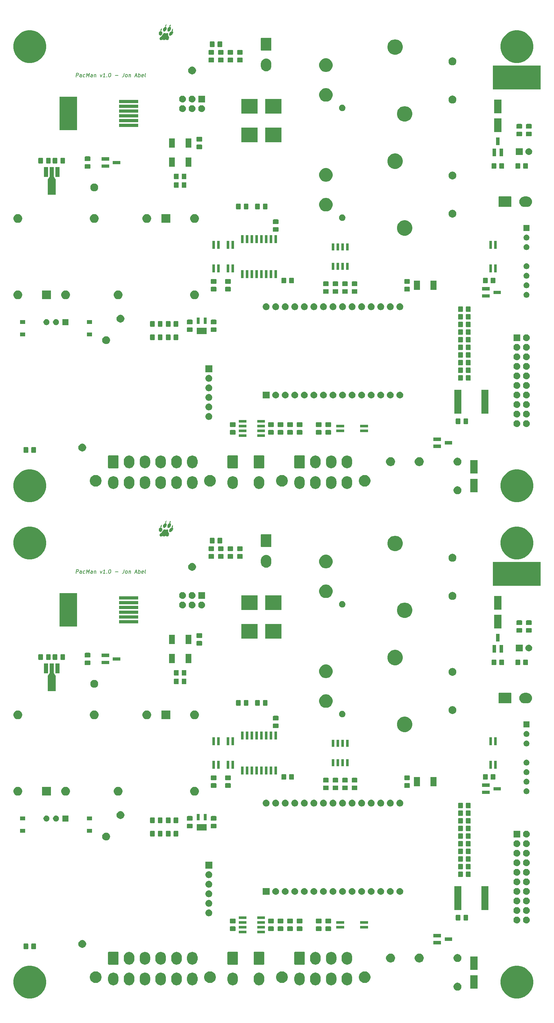
<source format=gbr>
*
%LPD*%
%LNPacMan-F_Mask*%
%FSLAX25Y25*%
%MOIN*%
%AD*%
%AD*%
%ADD11C,0.003937008*%
%ADD37C,0.005905512*%
%ADD57C,0.000393701*%
G54D37*
%SRX1Y1I0.0J0.0*%
G1X78415Y458206D2*
G1X78907Y462144D1*
G1X80407Y462144D1*
G1X80759Y461956D1*
G1X80923Y461769D1*
G1X81063Y461394D1*
G1X80993Y460831D1*
G1X80759Y460456D1*
G1X80548Y460269D1*
G1X80149Y460081D1*
G1X78649Y460081D1*
G1X84039Y458206D2*
G1X84297Y460269D1*
G1X84157Y460644D1*
G1X83805Y460831D1*
G1X83055Y460831D1*
G1X82657Y460644D1*
G1X84063Y458394D2*
G1X83664Y458206D1*
G1X82727Y458206D1*
G1X82376Y458394D1*
G1X82235Y458769D1*
G1X82282Y459144D1*
G1X82516Y459519D1*
G1X82915Y459706D1*
G1X83852Y459706D1*
G1X84250Y459894D1*
G1X87625Y458394D2*
G1X87227Y458206D1*
G1X86477Y458206D1*
G1X86125Y458394D1*
G1X85961Y458581D1*
G1X85820Y458956D1*
G1X85961Y460081D1*
G1X86195Y460456D1*
G1X86406Y460644D1*
G1X86805Y460831D1*
G1X87555Y460831D1*
G1X87906Y460644D1*
G1X89289Y458206D2*
G1X89781Y462144D1*
G1X90742Y459331D1*
G1X92406Y462144D1*
G1X91913Y458206D1*
G1X95476Y458206D2*
G1X95733Y460269D1*
G1X95593Y460644D1*
G1X95241Y460831D1*
G1X94491Y460831D1*
G1X94093Y460644D1*
G1X95499Y458394D2*
G1X95101Y458206D1*
G1X94163Y458206D1*
G1X93812Y458394D1*
G1X93671Y458769D1*
G1X93718Y459144D1*
G1X93952Y459519D1*
G1X94351Y459706D1*
G1X95288Y459706D1*
G1X95686Y459894D1*
G1X97678Y460831D2*
G1X97350Y458206D1*
G1X97631Y460456D2*
G1X97842Y460644D1*
G1X98241Y460831D1*
G1X98803Y460831D1*
G1X99155Y460644D1*
G1X99295Y460269D1*
G1X99038Y458206D1*
G1X103865Y460831D2*
G1X104474Y458206D1*
G1X105740Y460831D1*
G1X108974Y458206D2*
G1X106724Y458206D1*
G1X107849Y458206D2*
G1X108341Y462144D1*
G1X107896Y461581D1*
G1X107474Y461206D1*
G1X107076Y461019D1*
G1X110708Y458581D2*
G1X110872Y458394D1*
G1X110661Y458206D1*
G1X110497Y458394D1*
G1X110708Y458581D1*
G1X110661Y458206D1*
G1X113778Y462144D2*
G1X114153Y462144D1*
G1X114504Y461956D1*
G1X114668Y461769D1*
G1X114809Y461394D1*
G1X114903Y460644D1*
G1X114786Y459706D1*
G1X114504Y458956D1*
G1X114270Y458581D1*
G1X114059Y458394D1*
G1X113661Y458206D1*
G1X113286Y458206D1*
G1X112934Y458394D1*
G1X112770Y458581D1*
G1X112630Y458956D1*
G1X112536Y459706D1*
G1X112653Y460644D1*
G1X112934Y461394D1*
G1X113169Y461769D1*
G1X113380Y461956D1*
G1X113778Y462144D1*
G1X119473Y459706D2*
G1X122472Y459706D1*
G1X128776Y462144D2*
G1X128425Y459331D1*
G1X128167Y458769D1*
G1X127745Y458394D1*
G1X127159Y458206D1*
G1X126784Y458206D1*
G1X130721Y458206D2*
G1X130370Y458394D1*
G1X130206Y458581D1*
G1X130065Y458956D1*
G1X130206Y460081D1*
G1X130440Y460456D1*
G1X130651Y460644D1*
G1X131049Y460831D1*
G1X131612Y460831D1*
G1X131963Y460644D1*
G1X132127Y460456D1*
G1X132268Y460081D1*
G1X132127Y458956D1*
G1X131893Y458581D1*
G1X131682Y458394D1*
G1X131284Y458206D1*
G1X130721Y458206D1*
G1X134049Y460831D2*
G1X133721Y458206D1*
G1X134002Y460456D2*
G1X134213Y460644D1*
G1X134611Y460831D1*
G1X135174Y460831D1*
G1X135525Y460644D1*
G1X135666Y460269D1*
G1X135408Y458206D1*
G1X140236Y459331D2*
G1X142110Y459331D1*
G1X139720Y458206D2*
G1X141524Y462144D1*
G1X142345Y458206D1*
G1X143657Y458206D2*
G1X144149Y462144D1*
G1X143962Y460644D2*
G1X144360Y460831D1*
G1X145110Y460831D1*
G1X145461Y460644D1*
G1X145626Y460456D1*
G1X145766Y460081D1*
G1X145626Y458956D1*
G1X145391Y458581D1*
G1X145180Y458394D1*
G1X144782Y458206D1*
G1X144032Y458206D1*
G1X143680Y458394D1*
G1X148742Y458394D2*
G1X148344Y458206D1*
G1X147594Y458206D1*
G1X147242Y458394D1*
G1X147102Y458769D1*
G1X147289Y460269D1*
G1X147524Y460644D1*
G1X147922Y460831D1*
G1X148672Y460831D1*
G1X149024Y460644D1*
G1X149164Y460269D1*
G1X149117Y459894D1*
G1X147196Y459519D1*
G1X151156Y458206D2*
G1X150805Y458394D1*
G1X150664Y458769D1*
G1X151086Y462144D1*
G54D57*
G36*
G1X171693Y511624D2*
G1X171779Y511469D1*
G1X172142Y511424D1*
G1X172239Y511441D1*
G1X172470Y511568D1*
G1X172588Y511881D1*
G1X172643Y512488D1*
G1X172694Y513488D1*
G1X172194Y512688D1*
G1X172047Y512440D1*
G1X171793Y511942D1*
G1X171693Y511624D1*
G37*
G1X172643Y512488D2*
G1X172588Y511881D1*
G1X172470Y511568D1*
G1X172239Y511441D1*
G1X172142Y511424D1*
G1X171779Y511469D1*
G1X171693Y511624D1*
G1X171793Y511942D1*
G1X172047Y512440D1*
G1X172194Y512688D1*
G1X172694Y513488D1*
G1X172643Y512488D1*
G36*
G1X176091Y511488D2*
G1X176541Y511376D1*
G1X176646Y511356D1*
G1X176985Y511456D1*
G1X177186Y511871D1*
G1X177272Y512638D1*
G1X177246Y513025D1*
G1X177102Y513158D1*
G1X176852Y512926D1*
G1X176512Y512338D1*
G1X176091Y511488D1*
G37*
G1X177246Y513025D2*
G1X177272Y512638D1*
G1X177186Y511871D1*
G1X176985Y511456D1*
G1X176646Y511356D1*
G1X176541Y511376D1*
G1X176091Y511488D1*
G1X176512Y512338D1*
G1X176852Y512926D1*
G1X177102Y513158D1*
G1X177246Y513025D1*
G36*
G1X178562Y506891D2*
G1X178605Y506644D1*
G1X178952Y506588D1*
G1X179198Y506614D1*
G1X179427Y506813D1*
G1X179555Y507299D1*
G1X179561Y507341D1*
G1X179590Y507945D1*
G1X179517Y508426D1*
G1X179500Y508469D1*
G1X179388Y508672D1*
G1X179261Y508584D1*
G1X179050Y508165D1*
G1X179029Y508119D1*
G1X178779Y507530D1*
G1X178601Y507038D1*
G1X178562Y506891D1*
G37*
G1X179500Y508469D2*
G1X179517Y508426D1*
G1X179590Y507945D1*
G1X179561Y507341D1*
G1X179555Y507299D1*
G1X179427Y506813D1*
G1X179198Y506614D1*
G1X178952Y506588D1*
G1X178605Y506644D1*
G1X178562Y506891D1*
G1X178601Y507038D1*
G1X178779Y507530D1*
G1X179029Y508119D1*
G1X179050Y508165D1*
G1X179261Y508584D1*
G1X179388Y508672D1*
G1X179500Y508469D1*
G36*
G1X166795Y506936D2*
G1X167033Y506743D1*
G1X167245Y506762D1*
G1X167563Y507063D1*
G1X167790Y507632D1*
G1X167883Y508384D1*
G1X167892Y509080D1*
G1X167420Y508384D1*
G1X167192Y508032D1*
G1X166847Y507361D1*
G1X166795Y506936D1*
G37*
G1X167883Y508384D2*
G1X167790Y507632D1*
G1X167563Y507063D1*
G1X167245Y506762D1*
G1X167033Y506743D1*
G1X166795Y506936D1*
G1X166847Y507361D1*
G1X167192Y508032D1*
G1X167420Y508384D1*
G1X167892Y509080D1*
G1X167883Y508384D1*
G36*
G1X169488Y507363D2*
G1X169699Y506574D1*
G1X169730Y506522D1*
G1X170137Y506214D1*
G1X170717Y506174D1*
G1X171369Y506390D1*
G1X171994Y506850D1*
G1X172371Y507317D1*
G1X172791Y508133D1*
G1X173019Y508984D1*
G1X173002Y509719D1*
G1X172917Y509970D1*
G1X172586Y510484D1*
G1X172160Y510810D1*
G1X171746Y510850D1*
G1X171220Y510590D1*
G1X170491Y509962D1*
G1X169929Y509151D1*
G1X169579Y508254D1*
G1X169488Y507363D1*
G37*
G1X172160Y510810D2*
G1X172586Y510484D1*
G1X172917Y509970D1*
G1X173002Y509719D1*
G1X173019Y508984D1*
G1X172791Y508133D1*
G1X172371Y507317D1*
G1X171994Y506850D1*
G1X171369Y506390D1*
G1X170717Y506174D1*
G1X170137Y506214D1*
G1X169730Y506522D1*
G1X169699Y506574D1*
G1X169488Y507363D1*
G1X169579Y508254D1*
G1X169929Y509151D1*
G1X170491Y509962D1*
G1X171220Y510590D1*
G1X171746Y510850D1*
G1X172160Y510810D1*
G36*
G1X174061Y507461D2*
G1X174182Y506772D1*
G1X174536Y506299D1*
G1X174881Y506094D1*
G1X175186Y505988D1*
G1X175555Y506087D1*
G1X176113Y506455D1*
G1X176654Y507003D1*
G1X177064Y507631D1*
G1X177381Y508502D1*
G1X177476Y509334D1*
G1X177353Y510019D1*
G1X177044Y510506D1*
G1X176583Y510747D1*
G1X176001Y510692D1*
G1X175331Y510290D1*
G1X174912Y509856D1*
G1X174445Y509098D1*
G1X174155Y508267D1*
G1X174061Y507461D1*
G37*
G1X177044Y510506D2*
G1X177353Y510019D1*
G1X177476Y509334D1*
G1X177381Y508502D1*
G1X177064Y507631D1*
G1X176654Y507003D1*
G1X176113Y506455D1*
G1X175555Y506087D1*
G1X175186Y505988D1*
G1X174881Y506094D1*
G1X174536Y506299D1*
G1X174182Y506772D1*
G1X174061Y507461D1*
G1X174155Y508267D1*
G1X174445Y509098D1*
G1X174912Y509856D1*
G1X175331Y510290D1*
G1X176001Y510692D1*
G1X176583Y510747D1*
G1X177044Y510506D1*
G36*
G1X175727Y502897D2*
G1X175758Y502462D1*
G1X176006Y502102D1*
G1X176393Y501858D1*
G1X177052Y501843D1*
G1X177857Y502194D1*
G1X178048Y502317D1*
G1X178786Y502930D1*
G1X179340Y503614D1*
G1X179694Y504308D1*
G1X179834Y504952D1*
G1X179744Y505487D1*
G1X179410Y505852D1*
G1X178815Y505988D1*
G1X178141Y505845D1*
G1X177361Y505402D1*
G1X176650Y504741D1*
G1X176118Y503942D1*
G1X175919Y503505D1*
G1X175727Y502897D1*
G37*
G1X179410Y505852D2*
G1X179744Y505487D1*
G1X179834Y504952D1*
G1X179694Y504308D1*
G1X179340Y503614D1*
G1X178786Y502930D1*
G1X178048Y502317D1*
G1X177857Y502194D1*
G1X177052Y501843D1*
G1X176393Y501858D1*
G1X176006Y502102D1*
G1X175758Y502462D1*
G1X175727Y502897D1*
G1X175919Y503505D1*
G1X176118Y503942D1*
G1X176650Y504741D1*
G1X177361Y505402D1*
G1X178141Y505845D1*
G1X178815Y505988D1*
G1X179410Y505852D1*
G36*
G1X165092Y504021D2*
G1X165195Y503175D1*
G1X165558Y502435D1*
G1X166163Y501988D1*
G1X166504Y501897D1*
G1X167185Y502006D1*
G1X167840Y502513D1*
G1X168148Y502938D1*
G1X168418Y503691D1*
G1X168440Y504461D1*
G1X168241Y505167D1*
G1X167848Y505730D1*
G1X167290Y506069D1*
G1X166595Y506103D1*
G1X166376Y506048D1*
G1X165685Y505639D1*
G1X165246Y504947D1*
G1X165092Y504021D1*
G37*
G1X167290Y506069D2*
G1X167848Y505730D1*
G1X168241Y505167D1*
G1X168440Y504461D1*
G1X168418Y503691D1*
G1X168148Y502938D1*
G1X167840Y502513D1*
G1X167185Y502006D1*
G1X166504Y501897D1*
G1X166163Y501988D1*
G1X165558Y502435D1*
G1X165195Y503175D1*
G1X165092Y504021D1*
G1X165246Y504947D1*
G1X165685Y505639D1*
G1X166376Y506048D1*
G1X166595Y506103D1*
G1X167290Y506069D1*
G36*
G1X165977Y498302D2*
G1X166178Y497680D1*
G1X166334Y497486D1*
G1X166817Y497226D1*
G1X167502Y497237D1*
G1X168438Y497516D1*
G1X168692Y497611D1*
G1X169129Y497737D1*
G1X169404Y497705D1*
G1X169661Y497516D1*
G1X170091Y497244D1*
G1X170582Y497234D1*
G1X171247Y497495D1*
G1X171376Y497558D1*
G1X171761Y497691D1*
G1X172115Y497641D1*
G1X172623Y497396D1*
G1X172709Y497351D1*
G1X173385Y497115D1*
G1X173998Y497185D1*
G1X174692Y497573D1*
G1X174705Y497583D1*
G1X175340Y498247D1*
G1X175613Y499044D1*
G1X175520Y499924D1*
G1X175054Y500839D1*
G1X174810Y501246D1*
G1X174652Y501809D1*
G1X174632Y502579D1*
G1X174631Y503013D1*
G1X174571Y503594D1*
G1X174457Y503929D1*
G1X174456Y503930D1*
G1X174046Y504146D1*
G1X173455Y504159D1*
G1X172850Y503965D1*
G1X172745Y503916D1*
G1X172290Y503851D1*
G1X171653Y504000D1*
G1X170873Y504158D1*
G1X170250Y504027D1*
G1X169713Y503571D1*
G1X168772Y502097D1*
G1X168133Y501298D1*
G1X167454Y500599D1*
G1X166679Y499811D1*
G1X166142Y499008D1*
G1X165977Y498302D1*
G37*
G1X174046Y504146D2*
G1X174456Y503930D1*
G1X174457Y503929D1*
G1X174571Y503594D1*
G1X174631Y503013D1*
G1X174632Y502579D1*
G1X174652Y501809D1*
G1X174810Y501246D1*
G1X175054Y500839D1*
G1X175520Y499924D1*
G1X175613Y499044D1*
G1X175340Y498247D1*
G1X174705Y497583D1*
G1X174692Y497573D1*
G1X173998Y497185D1*
G1X173385Y497115D1*
G1X172709Y497351D1*
G1X172623Y497396D1*
G1X172115Y497641D1*
G1X171761Y497691D1*
G1X171376Y497558D1*
G1X171247Y497495D1*
G1X170582Y497234D1*
G1X170091Y497244D1*
G1X169661Y497516D1*
G1X169404Y497705D1*
G1X169129Y497737D1*
G1X168692Y497611D1*
G1X168438Y497516D1*
G1X167502Y497237D1*
G1X166817Y497226D1*
G1X166334Y497486D1*
G1X166178Y497680D1*
G1X165977Y498302D1*
G1X166142Y499008D1*
G1X166679Y499811D1*
G1X167454Y500599D1*
G1X168133Y501298D1*
G1X168772Y502097D1*
G1X169192Y502755D1*
G1X169713Y503571D1*
G1X170250Y504027D1*
G1X170873Y504158D1*
G1X171653Y504000D1*
G1X171653Y504000D1*
G1X172290Y503851D1*
G1X172745Y503916D1*
G1X172850Y503965D1*
G1X173455Y504159D1*
G1X174046Y504146D1*
G54D11*
G36*
G1X522862Y28300D2*
G1X523520Y24991D1*
G1X524811Y21873D1*
G1X526686Y19068D1*
G1X529072Y16682D1*
G1X531878Y14807D1*
G1X534995Y13516D1*
G1X538305Y12858D1*
G1X541679Y12858D1*
G1X544988Y13516D1*
G1X548106Y14807D1*
G1X550911Y16682D1*
G1X553297Y19068D1*
G1X555172Y21873D1*
G1X556463Y24991D1*
G1X557122Y28300D1*
G1X557122Y31675D1*
G1X556463Y34984D1*
G1X555172Y38102D1*
G1X553297Y40907D1*
G1X550911Y43293D1*
G1X548106Y45168D1*
G1X544988Y46459D1*
G1X541679Y47117D1*
G1X538305Y47117D1*
G1X534995Y46459D1*
G1X531878Y45168D1*
G1X529072Y43293D1*
G1X526686Y40907D1*
G1X524811Y38102D1*
G1X523520Y34984D1*
G1X522862Y31675D1*
G1X522862Y28300D1*
G37*
G36*
G1X12862Y28300D2*
G1X13520Y24991D1*
G1X14811Y21873D1*
G1X16686Y19068D1*
G1X19072Y16682D1*
G1X21878Y14807D1*
G1X24995Y13516D1*
G1X28305Y12858D1*
G1X31679Y12858D1*
G1X34988Y13516D1*
G1X38106Y14807D1*
G1X40911Y16682D1*
G1X43297Y19068D1*
G1X45172Y21873D1*
G1X46463Y24991D1*
G1X47122Y28300D1*
G1X47122Y31675D1*
G1X46463Y34984D1*
G1X45172Y38102D1*
G1X43297Y40907D1*
G1X40911Y43293D1*
G1X38106Y45168D1*
G1X34988Y46459D1*
G1X31679Y47117D1*
G1X28305Y47117D1*
G1X24995Y46459D1*
G1X21878Y45168D1*
G1X19072Y43293D1*
G1X16686Y40907D1*
G1X14811Y38102D1*
G1X13520Y34984D1*
G1X12862Y31675D1*
G1X12862Y28300D1*
G37*
G36*
G1X473604Y24830D2*
G1X473763Y24031D1*
G1X474075Y23278D1*
G1X474528Y22600D1*
G1X475104Y22023D1*
G1X475782Y21571D1*
G1X476535Y21259D1*
G1X477334Y21100D1*
G1X478149Y21100D1*
G1X478949Y21259D1*
G1X479702Y21571D1*
G1X480379Y22023D1*
G1X480956Y22600D1*
G1X481409Y23278D1*
G1X481721Y24031D1*
G1X481880Y24830D1*
G1X481880Y25645D1*
G1X481721Y26444D1*
G1X481409Y27197D1*
G1X480956Y27875D1*
G1X480379Y28452D1*
G1X479702Y28904D1*
G1X478949Y29216D1*
G1X478149Y29375D1*
G1X477334Y29375D1*
G1X476535Y29216D1*
G1X475782Y28904D1*
G1X475104Y28452D1*
G1X474528Y27875D1*
G1X474075Y27197D1*
G1X473763Y26444D1*
G1X473604Y25645D1*
G1X473604Y24830D1*
G37*
G36*
G1X491248Y37236D2*
G1X491248Y23054D1*
G1X498736Y23054D1*
G1X498736Y37236D1*
G1X491248Y37236D1*
G37*
G36*
G1X111976Y31882D2*
G1X112056Y31072D1*
G1X112371Y30032D1*
G1X112883Y29074D1*
G1X113573Y28234D1*
G1X114413Y27544D1*
G1X115371Y27032D1*
G1X116411Y26717D1*
G1X117492Y26610D1*
G1X118573Y26717D1*
G1X119613Y27032D1*
G1X120571Y27545D1*
G1X121411Y28234D1*
G1X122100Y29074D1*
G1X122612Y30032D1*
G1X122928Y31072D1*
G1X123008Y31882D1*
G1X123008Y34786D1*
G1X122928Y35596D1*
G1X122612Y36636D1*
G1X122100Y37594D1*
G1X121411Y38434D1*
G1X120571Y39123D1*
G1X119613Y39636D1*
G1X118573Y39951D1*
G1X117492Y40058D1*
G1X116411Y39951D1*
G1X115371Y39636D1*
G1X114413Y39123D1*
G1X113573Y38434D1*
G1X112883Y37594D1*
G1X112371Y36636D1*
G1X112056Y35596D1*
G1X111976Y34786D1*
G1X111976Y31882D1*
G37*
G36*
G1X128511Y31882D2*
G1X128591Y31072D1*
G1X128907Y30032D1*
G1X129419Y29074D1*
G1X130108Y28234D1*
G1X130948Y27544D1*
G1X131906Y27032D1*
G1X132946Y26717D1*
G1X134027Y26610D1*
G1X135108Y26717D1*
G1X136148Y27032D1*
G1X137106Y27545D1*
G1X137946Y28234D1*
G1X138636Y29074D1*
G1X139148Y30032D1*
G1X139463Y31072D1*
G1X139543Y31882D1*
G1X139543Y34786D1*
G1X139463Y35596D1*
G1X139148Y36636D1*
G1X138636Y37594D1*
G1X137946Y38434D1*
G1X137106Y39123D1*
G1X136148Y39636D1*
G1X135108Y39951D1*
G1X134027Y40058D1*
G1X132946Y39951D1*
G1X131906Y39636D1*
G1X130948Y39123D1*
G1X130108Y38434D1*
G1X129419Y37594D1*
G1X128907Y36636D1*
G1X128591Y35596D1*
G1X128511Y34786D1*
G1X128511Y31882D1*
G37*
G36*
G1X306976Y31882D2*
G1X307056Y31072D1*
G1X307371Y30032D1*
G1X307883Y29074D1*
G1X308573Y28234D1*
G1X309413Y27544D1*
G1X310371Y27032D1*
G1X311411Y26717D1*
G1X312492Y26610D1*
G1X313573Y26717D1*
G1X314613Y27032D1*
G1X315571Y27545D1*
G1X316411Y28234D1*
G1X317100Y29074D1*
G1X317612Y30032D1*
G1X317928Y31072D1*
G1X318008Y31882D1*
G1X318008Y34786D1*
G1X317928Y35596D1*
G1X317612Y36636D1*
G1X317100Y37594D1*
G1X316411Y38434D1*
G1X315571Y39123D1*
G1X314613Y39636D1*
G1X313573Y39951D1*
G1X312492Y40058D1*
G1X311411Y39951D1*
G1X310371Y39636D1*
G1X309413Y39123D1*
G1X308573Y38434D1*
G1X307883Y37594D1*
G1X307371Y36636D1*
G1X307056Y35596D1*
G1X306976Y34786D1*
G1X306976Y31882D1*
G37*
G36*
G1X323511Y31882D2*
G1X323591Y31072D1*
G1X323907Y30032D1*
G1X324419Y29074D1*
G1X325108Y28234D1*
G1X325948Y27544D1*
G1X326906Y27032D1*
G1X327946Y26717D1*
G1X329027Y26610D1*
G1X330108Y26717D1*
G1X331148Y27032D1*
G1X332106Y27545D1*
G1X332946Y28234D1*
G1X333636Y29074D1*
G1X334148Y30032D1*
G1X334463Y31072D1*
G1X334543Y31882D1*
G1X334543Y34786D1*
G1X334463Y35596D1*
G1X334148Y36636D1*
G1X333636Y37594D1*
G1X332946Y38434D1*
G1X332106Y39123D1*
G1X331148Y39636D1*
G1X330108Y39951D1*
G1X329027Y40058D1*
G1X327946Y39951D1*
G1X326906Y39636D1*
G1X325948Y39123D1*
G1X325108Y38434D1*
G1X324419Y37594D1*
G1X323907Y36636D1*
G1X323591Y35596D1*
G1X323511Y34786D1*
G1X323511Y31882D1*
G37*
G36*
G1X340047Y31882D2*
G1X340127Y31072D1*
G1X340442Y30032D1*
G1X340954Y29074D1*
G1X341644Y28234D1*
G1X342483Y27544D1*
G1X343442Y27032D1*
G1X344481Y26717D1*
G1X345563Y26610D1*
G1X346644Y26717D1*
G1X347684Y27032D1*
G1X348642Y27545D1*
G1X349482Y28234D1*
G1X350171Y29074D1*
G1X350683Y30032D1*
G1X350999Y31072D1*
G1X351078Y31882D1*
G1X351078Y34786D1*
G1X350999Y35596D1*
G1X350683Y36636D1*
G1X350171Y37594D1*
G1X349482Y38434D1*
G1X348642Y39123D1*
G1X347684Y39636D1*
G1X346644Y39951D1*
G1X345563Y40058D1*
G1X344481Y39951D1*
G1X343442Y39636D1*
G1X342483Y39123D1*
G1X341644Y38434D1*
G1X340954Y37594D1*
G1X340442Y36636D1*
G1X340127Y35596D1*
G1X340047Y34786D1*
G1X340047Y31882D1*
G37*
G36*
G1X356582Y31882D2*
G1X356662Y31072D1*
G1X356978Y30032D1*
G1X357490Y29074D1*
G1X358179Y28234D1*
G1X359019Y27544D1*
G1X359977Y27032D1*
G1X361017Y26717D1*
G1X362098Y26610D1*
G1X363179Y26717D1*
G1X364219Y27032D1*
G1X365177Y27545D1*
G1X366017Y28234D1*
G1X366706Y29074D1*
G1X367219Y30032D1*
G1X367534Y31072D1*
G1X367614Y31882D1*
G1X367614Y34786D1*
G1X367534Y35596D1*
G1X367219Y36636D1*
G1X366706Y37594D1*
G1X366017Y38434D1*
G1X365177Y39123D1*
G1X364219Y39636D1*
G1X363179Y39951D1*
G1X362098Y40058D1*
G1X361017Y39951D1*
G1X359977Y39636D1*
G1X359019Y39123D1*
G1X358179Y38434D1*
G1X357490Y37594D1*
G1X356978Y36636D1*
G1X356662Y35596D1*
G1X356582Y34786D1*
G1X356582Y31882D1*
G37*
G36*
G1X145047Y31882D2*
G1X145127Y31072D1*
G1X145442Y30032D1*
G1X145954Y29074D1*
G1X146644Y28234D1*
G1X147483Y27544D1*
G1X148442Y27032D1*
G1X149481Y26717D1*
G1X150563Y26610D1*
G1X151644Y26717D1*
G1X152684Y27032D1*
G1X153642Y27545D1*
G1X154482Y28234D1*
G1X155171Y29074D1*
G1X155683Y30032D1*
G1X155999Y31072D1*
G1X156078Y31882D1*
G1X156078Y34786D1*
G1X155999Y35596D1*
G1X155683Y36636D1*
G1X155171Y37594D1*
G1X154482Y38434D1*
G1X153642Y39123D1*
G1X152684Y39636D1*
G1X151644Y39951D1*
G1X150563Y40058D1*
G1X149481Y39951D1*
G1X148442Y39636D1*
G1X147483Y39123D1*
G1X146644Y38434D1*
G1X145954Y37594D1*
G1X145442Y36636D1*
G1X145127Y35596D1*
G1X145047Y34786D1*
G1X145047Y31882D1*
G37*
G36*
G1X178118Y31882D2*
G1X178198Y31072D1*
G1X178513Y30032D1*
G1X179025Y29074D1*
G1X179714Y28234D1*
G1X180554Y27544D1*
G1X181512Y27032D1*
G1X182552Y26717D1*
G1X183634Y26610D1*
G1X184715Y26717D1*
G1X185755Y27032D1*
G1X186713Y27545D1*
G1X187553Y28234D1*
G1X188242Y29074D1*
G1X188754Y30032D1*
G1X189069Y31072D1*
G1X189149Y31882D1*
G1X189149Y34786D1*
G1X189069Y35596D1*
G1X188754Y36636D1*
G1X188242Y37594D1*
G1X187553Y38434D1*
G1X186713Y39123D1*
G1X185755Y39636D1*
G1X184715Y39951D1*
G1X183634Y40058D1*
G1X182552Y39951D1*
G1X181512Y39636D1*
G1X180554Y39123D1*
G1X179714Y38434D1*
G1X179025Y37594D1*
G1X178513Y36636D1*
G1X178198Y35596D1*
G1X178118Y34786D1*
G1X178118Y31882D1*
G37*
G36*
G1X194653Y31882D2*
G1X194733Y31072D1*
G1X195048Y30032D1*
G1X195561Y29074D1*
G1X196250Y28234D1*
G1X197090Y27544D1*
G1X198048Y27032D1*
G1X199088Y26717D1*
G1X200169Y26610D1*
G1X201250Y26717D1*
G1X202290Y27032D1*
G1X203248Y27545D1*
G1X204088Y28234D1*
G1X204777Y29074D1*
G1X205289Y30032D1*
G1X205605Y31072D1*
G1X205685Y31882D1*
G1X205685Y34786D1*
G1X205605Y35596D1*
G1X205289Y36636D1*
G1X204777Y37594D1*
G1X204088Y38434D1*
G1X203248Y39123D1*
G1X202290Y39636D1*
G1X201250Y39951D1*
G1X200169Y40058D1*
G1X199088Y39951D1*
G1X198048Y39636D1*
G1X197090Y39123D1*
G1X196250Y38434D1*
G1X195561Y37594D1*
G1X195048Y36636D1*
G1X194733Y35596D1*
G1X194653Y34786D1*
G1X194653Y31882D1*
G37*
G36*
G1X236976Y31882D2*
G1X237056Y31072D1*
G1X237371Y30032D1*
G1X237883Y29074D1*
G1X238573Y28234D1*
G1X239413Y27544D1*
G1X240371Y27032D1*
G1X241411Y26717D1*
G1X242492Y26610D1*
G1X243573Y26717D1*
G1X244613Y27032D1*
G1X245571Y27545D1*
G1X246411Y28234D1*
G1X247100Y29074D1*
G1X247612Y30032D1*
G1X247928Y31072D1*
G1X248008Y31882D1*
G1X248008Y34786D1*
G1X247928Y35596D1*
G1X247612Y36636D1*
G1X247100Y37594D1*
G1X246411Y38434D1*
G1X245571Y39123D1*
G1X244613Y39636D1*
G1X243573Y39951D1*
G1X242492Y40058D1*
G1X241411Y39951D1*
G1X240371Y39636D1*
G1X239413Y39123D1*
G1X238573Y38434D1*
G1X237883Y37594D1*
G1X237371Y36636D1*
G1X237056Y35596D1*
G1X236976Y34786D1*
G1X236976Y31882D1*
G37*
G36*
G1X264476Y31882D2*
G1X264556Y31072D1*
G1X264871Y30032D1*
G1X265383Y29074D1*
G1X266073Y28234D1*
G1X266913Y27544D1*
G1X267871Y27032D1*
G1X268911Y26717D1*
G1X269992Y26610D1*
G1X271073Y26717D1*
G1X272113Y27032D1*
G1X273071Y27545D1*
G1X273911Y28234D1*
G1X274600Y29074D1*
G1X275112Y30032D1*
G1X275428Y31072D1*
G1X275508Y31882D1*
G1X275508Y34786D1*
G1X275428Y35596D1*
G1X275112Y36636D1*
G1X274600Y37594D1*
G1X273911Y38434D1*
G1X273071Y39123D1*
G1X272113Y39636D1*
G1X271073Y39951D1*
G1X269992Y40058D1*
G1X268911Y39951D1*
G1X267871Y39636D1*
G1X266913Y39123D1*
G1X266073Y38434D1*
G1X265383Y37594D1*
G1X264871Y36636D1*
G1X264556Y35596D1*
G1X264476Y34786D1*
G1X264476Y31882D1*
G37*
G36*
G1X161582Y31882D2*
G1X161662Y31072D1*
G1X161978Y30032D1*
G1X162490Y29074D1*
G1X163179Y28234D1*
G1X164019Y27544D1*
G1X164977Y27032D1*
G1X166017Y26717D1*
G1X167098Y26610D1*
G1X168179Y26717D1*
G1X169219Y27032D1*
G1X170177Y27545D1*
G1X171017Y28234D1*
G1X171706Y29074D1*
G1X172219Y30032D1*
G1X172534Y31072D1*
G1X172614Y31882D1*
G1X172614Y34786D1*
G1X172534Y35596D1*
G1X172219Y36636D1*
G1X171706Y37594D1*
G1X171017Y38434D1*
G1X170177Y39123D1*
G1X169219Y39636D1*
G1X168179Y39951D1*
G1X167098Y40058D1*
G1X166017Y39951D1*
G1X164977Y39636D1*
G1X164019Y39123D1*
G1X163179Y38434D1*
G1X162490Y37594D1*
G1X161978Y36636D1*
G1X161662Y35596D1*
G1X161582Y34786D1*
G1X161582Y31882D1*
G37*
G36*
G1X92882Y34544D2*
G1X93116Y33364D1*
G1X93576Y32253D1*
G1X94245Y31252D1*
G1X95095Y30402D1*
G1X96095Y29734D1*
G1X97207Y29273D1*
G1X98386Y29039D1*
G1X99589Y29039D1*
G1X100769Y29273D1*
G1X101880Y29734D1*
G1X102880Y30402D1*
G1X103731Y31252D1*
G1X104399Y32253D1*
G1X104859Y33364D1*
G1X105094Y34544D1*
G1X105094Y35746D1*
G1X104859Y36926D1*
G1X104399Y38037D1*
G1X103731Y39038D1*
G1X102880Y39888D1*
G1X101880Y40556D1*
G1X100769Y41017D1*
G1X99589Y41251D1*
G1X98386Y41251D1*
G1X97207Y41017D1*
G1X96095Y40556D1*
G1X95095Y39888D1*
G1X94245Y39038D1*
G1X93576Y38037D1*
G1X93116Y36926D1*
G1X92882Y35746D1*
G1X92882Y34544D1*
G37*
G36*
G1X287882Y34544D2*
G1X288116Y33364D1*
G1X288576Y32253D1*
G1X289245Y31252D1*
G1X290095Y30402D1*
G1X291095Y29734D1*
G1X292207Y29273D1*
G1X293386Y29039D1*
G1X294589Y29039D1*
G1X295769Y29273D1*
G1X296880Y29734D1*
G1X297880Y30402D1*
G1X298731Y31252D1*
G1X299399Y32253D1*
G1X299859Y33364D1*
G1X300094Y34544D1*
G1X300094Y35746D1*
G1X299859Y36926D1*
G1X299399Y38037D1*
G1X298731Y39038D1*
G1X297880Y39888D1*
G1X296880Y40556D1*
G1X295769Y41017D1*
G1X294589Y41251D1*
G1X293386Y41251D1*
G1X292207Y41017D1*
G1X291095Y40556D1*
G1X290095Y39888D1*
G1X289245Y39038D1*
G1X288576Y38037D1*
G1X288116Y36926D1*
G1X287882Y35746D1*
G1X287882Y34544D1*
G37*
G36*
G1X374496Y34544D2*
G1X374730Y33364D1*
G1X375191Y32253D1*
G1X375859Y31252D1*
G1X376709Y30402D1*
G1X377710Y29734D1*
G1X378821Y29273D1*
G1X380001Y29039D1*
G1X381203Y29039D1*
G1X382383Y29273D1*
G1X383494Y29734D1*
G1X384495Y30402D1*
G1X385345Y31252D1*
G1X386013Y32253D1*
G1X386474Y33364D1*
G1X386708Y34544D1*
G1X386708Y35746D1*
G1X386474Y36926D1*
G1X386013Y38037D1*
G1X385345Y39038D1*
G1X384495Y39888D1*
G1X383494Y40556D1*
G1X382383Y41017D1*
G1X381203Y41251D1*
G1X380001Y41251D1*
G1X378821Y41017D1*
G1X377710Y40556D1*
G1X376709Y39888D1*
G1X375859Y39038D1*
G1X375191Y38037D1*
G1X374730Y36926D1*
G1X374496Y35746D1*
G1X374496Y34544D1*
G37*
G36*
G1X212567Y34544D2*
G1X212801Y33364D1*
G1X213262Y32253D1*
G1X213930Y31252D1*
G1X214780Y30402D1*
G1X215780Y29734D1*
G1X216892Y29273D1*
G1X218071Y29039D1*
G1X219274Y29039D1*
G1X220454Y29273D1*
G1X221565Y29734D1*
G1X222565Y30402D1*
G1X223416Y31252D1*
G1X224084Y32253D1*
G1X224545Y33364D1*
G1X224779Y34544D1*
G1X224779Y35746D1*
G1X224545Y36926D1*
G1X224084Y38037D1*
G1X223416Y39038D1*
G1X222565Y39888D1*
G1X221565Y40556D1*
G1X220454Y41017D1*
G1X219274Y41251D1*
G1X218071Y41251D1*
G1X216892Y41017D1*
G1X215780Y40556D1*
G1X214780Y39888D1*
G1X213930Y39038D1*
G1X213262Y38037D1*
G1X212801Y36926D1*
G1X212567Y35746D1*
G1X212567Y34544D1*
G37*
G36*
G1X491248Y56921D2*
G1X491248Y42739D1*
G1X498736Y42739D1*
G1X498736Y56921D1*
G1X491248Y56921D1*
G37*
G36*
G1X194653Y53535D2*
G1X194733Y52725D1*
G1X195048Y51685D1*
G1X195561Y50727D1*
G1X196250Y49887D1*
G1X197090Y49198D1*
G1X198048Y48686D1*
G1X199088Y48370D1*
G1X200169Y48264D1*
G1X201250Y48370D1*
G1X202290Y48686D1*
G1X203248Y49198D1*
G1X204088Y49887D1*
G1X204777Y50727D1*
G1X205289Y51685D1*
G1X205605Y52725D1*
G1X205685Y53535D1*
G1X205685Y56440D1*
G1X205605Y57250D1*
G1X205289Y58290D1*
G1X204777Y59248D1*
G1X204088Y60088D1*
G1X203248Y60777D1*
G1X202290Y61289D1*
G1X201250Y61605D1*
G1X200169Y61711D1*
G1X199088Y61605D1*
G1X198048Y61289D1*
G1X197090Y60777D1*
G1X196250Y60088D1*
G1X195561Y59248D1*
G1X195048Y58290D1*
G1X194733Y57250D1*
G1X194653Y56440D1*
G1X194653Y53535D1*
G37*
G36*
G1X178118Y53535D2*
G1X178198Y52725D1*
G1X178513Y51685D1*
G1X179025Y50727D1*
G1X179714Y49887D1*
G1X180554Y49198D1*
G1X181512Y48686D1*
G1X182552Y48370D1*
G1X183634Y48264D1*
G1X184715Y48370D1*
G1X185755Y48686D1*
G1X186713Y49198D1*
G1X187553Y49887D1*
G1X188242Y50727D1*
G1X188754Y51685D1*
G1X189069Y52725D1*
G1X189149Y53535D1*
G1X189149Y56440D1*
G1X189069Y57250D1*
G1X188754Y58290D1*
G1X188242Y59248D1*
G1X187553Y60088D1*
G1X186713Y60777D1*
G1X185755Y61289D1*
G1X184715Y61605D1*
G1X183634Y61711D1*
G1X182552Y61605D1*
G1X181512Y61289D1*
G1X180554Y60777D1*
G1X179714Y60088D1*
G1X179025Y59248D1*
G1X178513Y58290D1*
G1X178198Y57250D1*
G1X178118Y56440D1*
G1X178118Y53535D1*
G37*
G36*
G1X340047Y53535D2*
G1X340127Y52725D1*
G1X340442Y51685D1*
G1X340954Y50727D1*
G1X341644Y49887D1*
G1X342483Y49198D1*
G1X343442Y48686D1*
G1X344481Y48370D1*
G1X345563Y48264D1*
G1X346644Y48370D1*
G1X347684Y48686D1*
G1X348642Y49198D1*
G1X349482Y49887D1*
G1X350171Y50727D1*
G1X350683Y51685D1*
G1X350999Y52725D1*
G1X351078Y53535D1*
G1X351078Y56440D1*
G1X350999Y57250D1*
G1X350683Y58290D1*
G1X350171Y59248D1*
G1X349482Y60088D1*
G1X348642Y60777D1*
G1X347684Y61289D1*
G1X346644Y61605D1*
G1X345563Y61711D1*
G1X344481Y61605D1*
G1X343442Y61289D1*
G1X342483Y60777D1*
G1X341644Y60088D1*
G1X340954Y59248D1*
G1X340442Y58290D1*
G1X340127Y57250D1*
G1X340047Y56440D1*
G1X340047Y53535D1*
G37*
G36*
G1X145047Y53535D2*
G1X145127Y52725D1*
G1X145442Y51685D1*
G1X145954Y50727D1*
G1X146644Y49887D1*
G1X147483Y49198D1*
G1X148442Y48686D1*
G1X149481Y48370D1*
G1X150563Y48264D1*
G1X151644Y48370D1*
G1X152684Y48686D1*
G1X153642Y49198D1*
G1X154482Y49887D1*
G1X155171Y50727D1*
G1X155683Y51685D1*
G1X155999Y52725D1*
G1X156078Y53535D1*
G1X156078Y56440D1*
G1X155999Y57250D1*
G1X155683Y58290D1*
G1X155171Y59248D1*
G1X154482Y60088D1*
G1X153642Y60777D1*
G1X152684Y61289D1*
G1X151644Y61605D1*
G1X150563Y61711D1*
G1X149481Y61605D1*
G1X148442Y61289D1*
G1X147483Y60777D1*
G1X146644Y60088D1*
G1X145954Y59248D1*
G1X145442Y58290D1*
G1X145127Y57250D1*
G1X145047Y56440D1*
G1X145047Y53535D1*
G37*
G36*
G1X356582Y53535D2*
G1X356662Y52725D1*
G1X356978Y51685D1*
G1X357490Y50727D1*
G1X358179Y49887D1*
G1X359019Y49198D1*
G1X359977Y48686D1*
G1X361017Y48370D1*
G1X362098Y48264D1*
G1X363179Y48370D1*
G1X364219Y48686D1*
G1X365177Y49198D1*
G1X366017Y49887D1*
G1X366706Y50727D1*
G1X367219Y51685D1*
G1X367534Y52725D1*
G1X367614Y53535D1*
G1X367614Y56440D1*
G1X367534Y57250D1*
G1X367219Y58290D1*
G1X366706Y59248D1*
G1X366017Y60088D1*
G1X365177Y60777D1*
G1X364219Y61289D1*
G1X363179Y61605D1*
G1X362098Y61711D1*
G1X361017Y61605D1*
G1X359977Y61289D1*
G1X359019Y60777D1*
G1X358179Y60088D1*
G1X357490Y59248D1*
G1X356978Y58290D1*
G1X356662Y57250D1*
G1X356582Y56440D1*
G1X356582Y53535D1*
G37*
G36*
G1X323511Y53535D2*
G1X323591Y52725D1*
G1X323907Y51685D1*
G1X324419Y50727D1*
G1X325108Y49887D1*
G1X325948Y49198D1*
G1X326906Y48686D1*
G1X327946Y48370D1*
G1X329027Y48264D1*
G1X330108Y48370D1*
G1X331148Y48686D1*
G1X332106Y49198D1*
G1X332946Y49887D1*
G1X333636Y50727D1*
G1X334148Y51685D1*
G1X334463Y52725D1*
G1X334543Y53535D1*
G1X334543Y56440D1*
G1X334463Y57250D1*
G1X334148Y58290D1*
G1X333636Y59248D1*
G1X332946Y60088D1*
G1X332106Y60777D1*
G1X331148Y61289D1*
G1X330108Y61605D1*
G1X329027Y61711D1*
G1X327946Y61605D1*
G1X326906Y61289D1*
G1X325948Y60777D1*
G1X325108Y60088D1*
G1X324419Y59248D1*
G1X323907Y58290D1*
G1X323591Y57250D1*
G1X323511Y56440D1*
G1X323511Y53535D1*
G37*
G36*
G1X161582Y53535D2*
G1X161662Y52725D1*
G1X161978Y51685D1*
G1X162490Y50727D1*
G1X163179Y49887D1*
G1X164019Y49198D1*
G1X164977Y48686D1*
G1X166017Y48370D1*
G1X167098Y48264D1*
G1X168179Y48370D1*
G1X169219Y48686D1*
G1X170177Y49198D1*
G1X171017Y49887D1*
G1X171706Y50727D1*
G1X172219Y51685D1*
G1X172534Y52725D1*
G1X172614Y53535D1*
G1X172614Y56440D1*
G1X172534Y57250D1*
G1X172219Y58290D1*
G1X171706Y59248D1*
G1X171017Y60088D1*
G1X170177Y60777D1*
G1X169219Y61289D1*
G1X168179Y61605D1*
G1X167098Y61711D1*
G1X166017Y61605D1*
G1X164977Y61289D1*
G1X164019Y60777D1*
G1X163179Y60088D1*
G1X162490Y59248D1*
G1X161978Y58290D1*
G1X161662Y57250D1*
G1X161582Y56440D1*
G1X161582Y53535D1*
G37*
G36*
G1X128511Y53535D2*
G1X128591Y52725D1*
G1X128907Y51685D1*
G1X129419Y50727D1*
G1X130108Y49887D1*
G1X130948Y49198D1*
G1X131906Y48686D1*
G1X132946Y48370D1*
G1X134027Y48264D1*
G1X135108Y48370D1*
G1X136148Y48686D1*
G1X137106Y49198D1*
G1X137946Y49887D1*
G1X138636Y50727D1*
G1X139148Y51685D1*
G1X139463Y52725D1*
G1X139543Y53535D1*
G1X139543Y56440D1*
G1X139463Y57250D1*
G1X139148Y58290D1*
G1X138636Y59248D1*
G1X137946Y60088D1*
G1X137106Y60777D1*
G1X136148Y61289D1*
G1X135108Y61605D1*
G1X134027Y61711D1*
G1X132946Y61605D1*
G1X131906Y61289D1*
G1X130948Y60777D1*
G1X130108Y60088D1*
G1X129419Y59248D1*
G1X128907Y58290D1*
G1X128591Y57250D1*
G1X128511Y56440D1*
G1X128511Y53535D1*
G37*
G36*
G1X264476Y48935D2*
G1X264490Y48791D1*
G1X264525Y48675D1*
G1X264583Y48568D1*
G1X264659Y48474D1*
G1X264753Y48397D1*
G1X264860Y48340D1*
G1X264976Y48305D1*
G1X265121Y48291D1*
G1X274863Y48291D1*
G1X275008Y48305D1*
G1X275124Y48340D1*
G1X275230Y48397D1*
G1X275324Y48474D1*
G1X275401Y48568D1*
G1X275458Y48675D1*
G1X275493Y48791D1*
G1X275508Y48935D1*
G1X275508Y61040D1*
G1X275493Y61184D1*
G1X275458Y61300D1*
G1X275401Y61407D1*
G1X275324Y61501D1*
G1X275230Y61578D1*
G1X275124Y61635D1*
G1X275008Y61670D1*
G1X274863Y61684D1*
G1X265121Y61684D1*
G1X264976Y61670D1*
G1X264860Y61635D1*
G1X264753Y61578D1*
G1X264659Y61501D1*
G1X264583Y61407D1*
G1X264525Y61300D1*
G1X264490Y61184D1*
G1X264476Y61040D1*
G1X264476Y48935D1*
G37*
G36*
G1X111976Y48935D2*
G1X111990Y48791D1*
G1X112025Y48675D1*
G1X112083Y48568D1*
G1X112159Y48474D1*
G1X112253Y48397D1*
G1X112360Y48340D1*
G1X112476Y48305D1*
G1X112621Y48291D1*
G1X122363Y48291D1*
G1X122508Y48305D1*
G1X122624Y48340D1*
G1X122730Y48397D1*
G1X122824Y48474D1*
G1X122901Y48568D1*
G1X122958Y48675D1*
G1X122993Y48791D1*
G1X123008Y48935D1*
G1X123008Y61040D1*
G1X122993Y61184D1*
G1X122958Y61300D1*
G1X122901Y61407D1*
G1X122824Y61501D1*
G1X122730Y61578D1*
G1X122624Y61635D1*
G1X122508Y61670D1*
G1X122363Y61684D1*
G1X112621Y61684D1*
G1X112476Y61670D1*
G1X112360Y61635D1*
G1X112253Y61578D1*
G1X112159Y61501D1*
G1X112083Y61407D1*
G1X112025Y61300D1*
G1X111990Y61184D1*
G1X111976Y61040D1*
G1X111976Y48935D1*
G37*
G36*
G1X306976Y48935D2*
G1X306990Y48791D1*
G1X307025Y48675D1*
G1X307083Y48568D1*
G1X307159Y48474D1*
G1X307253Y48397D1*
G1X307360Y48340D1*
G1X307476Y48305D1*
G1X307621Y48291D1*
G1X317363Y48291D1*
G1X317508Y48305D1*
G1X317624Y48340D1*
G1X317730Y48397D1*
G1X317824Y48474D1*
G1X317901Y48568D1*
G1X317958Y48675D1*
G1X317993Y48791D1*
G1X318008Y48935D1*
G1X318008Y61040D1*
G1X317993Y61184D1*
G1X317958Y61300D1*
G1X317901Y61407D1*
G1X317824Y61501D1*
G1X317730Y61578D1*
G1X317624Y61635D1*
G1X317508Y61670D1*
G1X317363Y61684D1*
G1X307621Y61684D1*
G1X307476Y61670D1*
G1X307360Y61635D1*
G1X307253Y61578D1*
G1X307159Y61501D1*
G1X307083Y61407D1*
G1X307025Y61300D1*
G1X306990Y61184D1*
G1X306976Y61040D1*
G1X306976Y48935D1*
G37*
G36*
G1X236976Y48935D2*
G1X236990Y48791D1*
G1X237025Y48675D1*
G1X237083Y48568D1*
G1X237159Y48474D1*
G1X237253Y48397D1*
G1X237360Y48340D1*
G1X237476Y48305D1*
G1X237621Y48291D1*
G1X247363Y48291D1*
G1X247508Y48305D1*
G1X247624Y48340D1*
G1X247730Y48397D1*
G1X247824Y48474D1*
G1X247901Y48568D1*
G1X247958Y48675D1*
G1X247993Y48791D1*
G1X248008Y48935D1*
G1X248008Y61040D1*
G1X247993Y61184D1*
G1X247958Y61300D1*
G1X247901Y61407D1*
G1X247824Y61501D1*
G1X247730Y61578D1*
G1X247624Y61635D1*
G1X247508Y61670D1*
G1X247363Y61684D1*
G1X237621Y61684D1*
G1X237476Y61670D1*
G1X237360Y61635D1*
G1X237253Y61578D1*
G1X237159Y61501D1*
G1X237083Y61407D1*
G1X237025Y61300D1*
G1X236990Y61184D1*
G1X236976Y61040D1*
G1X236976Y48935D1*
G37*
G36*
G1X433013Y54772D2*
G1X433195Y53858D1*
G1X433552Y52998D1*
G1X434069Y52223D1*
G1X434728Y51565D1*
G1X435502Y51047D1*
G1X436363Y50691D1*
G1X437276Y50509D1*
G1X438207Y50509D1*
G1X439121Y50691D1*
G1X439981Y51047D1*
G1X440756Y51565D1*
G1X441415Y52223D1*
G1X441932Y52998D1*
G1X442288Y53858D1*
G1X442470Y54772D1*
G1X442470Y55703D1*
G1X442288Y56617D1*
G1X441932Y57477D1*
G1X441415Y58252D1*
G1X440756Y58910D1*
G1X439981Y59428D1*
G1X439121Y59784D1*
G1X438207Y59966D1*
G1X437276Y59966D1*
G1X436363Y59784D1*
G1X435502Y59428D1*
G1X434728Y58910D1*
G1X434069Y58252D1*
G1X433552Y57477D1*
G1X433195Y56617D1*
G1X433013Y55703D1*
G1X433013Y54772D1*
G37*
G36*
G1X403013Y54772D2*
G1X403195Y53858D1*
G1X403552Y52998D1*
G1X404069Y52223D1*
G1X404728Y51565D1*
G1X405502Y51047D1*
G1X406363Y50691D1*
G1X407276Y50509D1*
G1X408207Y50509D1*
G1X409121Y50691D1*
G1X409981Y51047D1*
G1X410756Y51565D1*
G1X411415Y52223D1*
G1X411932Y52998D1*
G1X412288Y53858D1*
G1X412470Y54772D1*
G1X412470Y55703D1*
G1X412288Y56617D1*
G1X411932Y57477D1*
G1X411415Y58252D1*
G1X410756Y58910D1*
G1X409981Y59428D1*
G1X409121Y59784D1*
G1X408207Y59966D1*
G1X407276Y59966D1*
G1X406363Y59784D1*
G1X405502Y59428D1*
G1X404728Y58910D1*
G1X404069Y58252D1*
G1X403552Y57477D1*
G1X403195Y56617D1*
G1X403013Y55703D1*
G1X403013Y54772D1*
G37*
G36*
G1X473604Y54830D2*
G1X473763Y54031D1*
G1X474075Y53278D1*
G1X474528Y52600D1*
G1X475104Y52023D1*
G1X475782Y51571D1*
G1X476535Y51259D1*
G1X477334Y51100D1*
G1X478149Y51100D1*
G1X478949Y51259D1*
G1X479702Y51571D1*
G1X480379Y52023D1*
G1X480956Y52600D1*
G1X481409Y53278D1*
G1X481721Y54031D1*
G1X481880Y54830D1*
G1X481880Y55645D1*
G1X481721Y56444D1*
G1X481409Y57197D1*
G1X480956Y57875D1*
G1X480379Y58452D1*
G1X479702Y58904D1*
G1X478949Y59216D1*
G1X478149Y59375D1*
G1X477334Y59375D1*
G1X476535Y59216D1*
G1X475782Y58904D1*
G1X475104Y58452D1*
G1X474528Y57875D1*
G1X474075Y57197D1*
G1X473763Y56444D1*
G1X473604Y55645D1*
G1X473604Y54830D1*
G37*
G36*
G1X31563Y65346D2*
G1X31580Y65168D1*
G1X31625Y65020D1*
G1X31698Y64884D1*
G1X31796Y64764D1*
G1X31916Y64666D1*
G1X32052Y64593D1*
G1X32200Y64548D1*
G1X32378Y64531D1*
G1X35677Y64531D1*
G1X35855Y64548D1*
G1X36003Y64593D1*
G1X36139Y64666D1*
G1X36258Y64764D1*
G1X36356Y64884D1*
G1X36429Y65020D1*
G1X36474Y65168D1*
G1X36492Y65346D1*
G1X36492Y69629D1*
G1X36474Y69807D1*
G1X36429Y69955D1*
G1X36356Y70091D1*
G1X36258Y70211D1*
G1X36139Y70309D1*
G1X36003Y70382D1*
G1X35855Y70427D1*
G1X35677Y70444D1*
G1X32378Y70444D1*
G1X32200Y70427D1*
G1X32052Y70382D1*
G1X31916Y70309D1*
G1X31796Y70211D1*
G1X31698Y70091D1*
G1X31625Y69955D1*
G1X31580Y69807D1*
G1X31563Y69629D1*
G1X31563Y65346D1*
G37*
G36*
G1X23492Y65348D2*
G1X23509Y65170D1*
G1X23554Y65021D1*
G1X23627Y64885D1*
G1X23726Y64765D1*
G1X23846Y64667D1*
G1X23982Y64593D1*
G1X24131Y64548D1*
G1X24309Y64531D1*
G1X27603Y64531D1*
G1X27782Y64548D1*
G1X27930Y64593D1*
G1X28067Y64667D1*
G1X28187Y64765D1*
G1X28285Y64885D1*
G1X28358Y65021D1*
G1X28403Y65170D1*
G1X28421Y65348D1*
G1X28421Y69627D1*
G1X28403Y69805D1*
G1X28358Y69954D1*
G1X28285Y70090D1*
G1X28187Y70210D1*
G1X28067Y70309D1*
G1X27930Y70382D1*
G1X27782Y70427D1*
G1X27603Y70444D1*
G1X24309Y70444D1*
G1X24131Y70427D1*
G1X23982Y70382D1*
G1X23846Y70309D1*
G1X23726Y70210D1*
G1X23627Y70090D1*
G1X23554Y69954D1*
G1X23509Y69805D1*
G1X23492Y69627D1*
G1X23492Y65348D1*
G37*
G36*
G1X80854Y69580D2*
G1X81013Y68781D1*
G1X81325Y68028D1*
G1X81778Y67350D1*
G1X82354Y66773D1*
G1X83032Y66321D1*
G1X83785Y66009D1*
G1X84584Y65850D1*
G1X85399Y65850D1*
G1X86199Y66009D1*
G1X86952Y66321D1*
G1X87629Y66773D1*
G1X88206Y67350D1*
G1X88659Y68028D1*
G1X88971Y68781D1*
G1X89130Y69580D1*
G1X89130Y70395D1*
G1X88971Y71194D1*
G1X88659Y71947D1*
G1X88206Y72625D1*
G1X87629Y73202D1*
G1X86952Y73654D1*
G1X86199Y73966D1*
G1X85399Y74125D1*
G1X84584Y74125D1*
G1X83785Y73966D1*
G1X83032Y73654D1*
G1X82354Y73202D1*
G1X81778Y72625D1*
G1X81325Y71947D1*
G1X81013Y71194D1*
G1X80854Y70395D1*
G1X80854Y69580D1*
G37*
G36*
G1X452645Y73023D2*
G1X452645Y69472D1*
G1X460527Y69472D1*
G1X460527Y73023D1*
G1X452645Y73023D1*
G37*
G36*
G1X464456Y76763D2*
G1X464456Y73212D1*
G1X472338Y73212D1*
G1X472338Y76763D1*
G1X464456Y76763D1*
G37*
G36*
G1X452645Y80503D2*
G1X452645Y76952D1*
G1X460527Y76952D1*
G1X460527Y80503D1*
G1X452645Y80503D1*
G37*
G36*
G1X268196Y81575D2*
G1X268207Y81464D1*
G1X268233Y81381D1*
G1X268273Y81305D1*
G1X268328Y81238D1*
G1X268396Y81183D1*
G1X268472Y81142D1*
G1X268555Y81116D1*
G1X268666Y81106D1*
G1X275806Y81106D1*
G1X275917Y81116D1*
G1X276000Y81142D1*
G1X276076Y81183D1*
G1X276143Y81238D1*
G1X276198Y81305D1*
G1X276239Y81381D1*
G1X276264Y81464D1*
G1X276275Y81575D1*
G1X276275Y83400D1*
G1X276264Y83511D1*
G1X276239Y83594D1*
G1X276198Y83670D1*
G1X276143Y83737D1*
G1X276076Y83792D1*
G1X276000Y83833D1*
G1X275917Y83859D1*
G1X275806Y83869D1*
G1X268666Y83869D1*
G1X268555Y83859D1*
G1X268472Y83833D1*
G1X268396Y83792D1*
G1X268328Y83737D1*
G1X268273Y83670D1*
G1X268233Y83594D1*
G1X268207Y83511D1*
G1X268196Y83400D1*
G1X268196Y81575D1*
G37*
G36*
G1X248708Y81575D2*
G1X248719Y81464D1*
G1X248744Y81381D1*
G1X248785Y81305D1*
G1X248840Y81238D1*
G1X248907Y81183D1*
G1X248984Y81142D1*
G1X249067Y81116D1*
G1X249177Y81106D1*
G1X256318Y81106D1*
G1X256429Y81116D1*
G1X256511Y81142D1*
G1X256588Y81183D1*
G1X256655Y81238D1*
G1X256710Y81305D1*
G1X256751Y81381D1*
G1X256776Y81464D1*
G1X256787Y81575D1*
G1X256787Y83400D1*
G1X256776Y83511D1*
G1X256751Y83594D1*
G1X256710Y83670D1*
G1X256655Y83737D1*
G1X256588Y83792D1*
G1X256511Y83833D1*
G1X256429Y83859D1*
G1X256318Y83869D1*
G1X249177Y83869D1*
G1X249067Y83859D1*
G1X248984Y83833D1*
G1X248907Y83792D1*
G1X248840Y83737D1*
G1X248785Y83670D1*
G1X248744Y83594D1*
G1X248719Y83511D1*
G1X248708Y83400D1*
G1X248708Y81575D1*
G37*
G36*
G1X309535Y84305D2*
G1X309553Y84127D1*
G1X309598Y83978D1*
G1X309671Y83841D1*
G1X309769Y83722D1*
G1X309889Y83623D1*
G1X310026Y83550D1*
G1X310174Y83505D1*
G1X310353Y83488D1*
G1X314631Y83488D1*
G1X314809Y83505D1*
G1X314958Y83550D1*
G1X315095Y83623D1*
G1X315214Y83722D1*
G1X315313Y83841D1*
G1X315386Y83978D1*
G1X315431Y84127D1*
G1X315448Y84305D1*
G1X315448Y87599D1*
G1X315431Y87778D1*
G1X315386Y87926D1*
G1X315313Y88063D1*
G1X315214Y88183D1*
G1X315095Y88281D1*
G1X314958Y88354D1*
G1X314809Y88399D1*
G1X314631Y88417D1*
G1X310353Y88417D1*
G1X310174Y88399D1*
G1X310026Y88354D1*
G1X309889Y88281D1*
G1X309769Y88183D1*
G1X309671Y88063D1*
G1X309598Y87926D1*
G1X309553Y87778D1*
G1X309535Y87599D1*
G1X309535Y84305D1*
G37*
G36*
G1X239535Y84305D2*
G1X239553Y84127D1*
G1X239598Y83978D1*
G1X239671Y83841D1*
G1X239769Y83722D1*
G1X239889Y83623D1*
G1X240026Y83550D1*
G1X240174Y83505D1*
G1X240353Y83488D1*
G1X244631Y83488D1*
G1X244809Y83505D1*
G1X244958Y83550D1*
G1X245095Y83623D1*
G1X245214Y83722D1*
G1X245313Y83841D1*
G1X245386Y83978D1*
G1X245431Y84127D1*
G1X245448Y84305D1*
G1X245448Y87599D1*
G1X245431Y87778D1*
G1X245386Y87926D1*
G1X245313Y88063D1*
G1X245214Y88183D1*
G1X245095Y88281D1*
G1X244958Y88354D1*
G1X244809Y88399D1*
G1X244631Y88417D1*
G1X240353Y88417D1*
G1X240174Y88399D1*
G1X240026Y88354D1*
G1X239889Y88281D1*
G1X239769Y88183D1*
G1X239671Y88063D1*
G1X239598Y87926D1*
G1X239553Y87778D1*
G1X239535Y87599D1*
G1X239535Y84305D1*
G37*
G36*
G1X289535Y84305D2*
G1X289553Y84127D1*
G1X289598Y83978D1*
G1X289671Y83841D1*
G1X289769Y83722D1*
G1X289889Y83623D1*
G1X290026Y83550D1*
G1X290174Y83505D1*
G1X290353Y83488D1*
G1X294631Y83488D1*
G1X294809Y83505D1*
G1X294958Y83550D1*
G1X295095Y83623D1*
G1X295214Y83722D1*
G1X295313Y83841D1*
G1X295386Y83978D1*
G1X295431Y84127D1*
G1X295448Y84305D1*
G1X295448Y87599D1*
G1X295431Y87778D1*
G1X295386Y87926D1*
G1X295313Y88063D1*
G1X295214Y88183D1*
G1X295095Y88281D1*
G1X294958Y88354D1*
G1X294809Y88399D1*
G1X294631Y88417D1*
G1X290353Y88417D1*
G1X290174Y88399D1*
G1X290026Y88354D1*
G1X289889Y88281D1*
G1X289769Y88183D1*
G1X289671Y88063D1*
G1X289598Y87926D1*
G1X289553Y87778D1*
G1X289535Y87599D1*
G1X289535Y84305D1*
G37*
G36*
G1X329535Y84305D2*
G1X329553Y84127D1*
G1X329598Y83978D1*
G1X329671Y83841D1*
G1X329769Y83722D1*
G1X329889Y83623D1*
G1X330026Y83550D1*
G1X330174Y83505D1*
G1X330353Y83488D1*
G1X334631Y83488D1*
G1X334809Y83505D1*
G1X334958Y83550D1*
G1X335095Y83623D1*
G1X335214Y83722D1*
G1X335313Y83841D1*
G1X335386Y83978D1*
G1X335431Y84127D1*
G1X335448Y84305D1*
G1X335448Y87599D1*
G1X335431Y87778D1*
G1X335386Y87926D1*
G1X335313Y88063D1*
G1X335214Y88183D1*
G1X335095Y88281D1*
G1X334958Y88354D1*
G1X334809Y88399D1*
G1X334631Y88417D1*
G1X330353Y88417D1*
G1X330174Y88399D1*
G1X330026Y88354D1*
G1X329889Y88281D1*
G1X329769Y88183D1*
G1X329671Y88063D1*
G1X329598Y87926D1*
G1X329553Y87778D1*
G1X329535Y87599D1*
G1X329535Y84305D1*
G37*
G36*
G1X339535Y84305D2*
G1X339553Y84127D1*
G1X339598Y83978D1*
G1X339671Y83841D1*
G1X339769Y83722D1*
G1X339889Y83623D1*
G1X340026Y83550D1*
G1X340174Y83505D1*
G1X340353Y83488D1*
G1X344631Y83488D1*
G1X344809Y83505D1*
G1X344958Y83550D1*
G1X345095Y83623D1*
G1X345214Y83722D1*
G1X345313Y83841D1*
G1X345386Y83978D1*
G1X345431Y84127D1*
G1X345448Y84305D1*
G1X345448Y87599D1*
G1X345431Y87778D1*
G1X345386Y87926D1*
G1X345313Y88063D1*
G1X345214Y88183D1*
G1X345095Y88281D1*
G1X344958Y88354D1*
G1X344809Y88399D1*
G1X344631Y88417D1*
G1X340353Y88417D1*
G1X340174Y88399D1*
G1X340026Y88354D1*
G1X339889Y88281D1*
G1X339769Y88183D1*
G1X339671Y88063D1*
G1X339598Y87926D1*
G1X339553Y87778D1*
G1X339535Y87599D1*
G1X339535Y84305D1*
G37*
G36*
G1X299535Y84305D2*
G1X299553Y84127D1*
G1X299598Y83978D1*
G1X299671Y83841D1*
G1X299769Y83722D1*
G1X299889Y83623D1*
G1X300026Y83550D1*
G1X300174Y83505D1*
G1X300353Y83488D1*
G1X304631Y83488D1*
G1X304809Y83505D1*
G1X304958Y83550D1*
G1X305095Y83623D1*
G1X305214Y83722D1*
G1X305313Y83841D1*
G1X305386Y83978D1*
G1X305431Y84127D1*
G1X305448Y84305D1*
G1X305448Y87599D1*
G1X305431Y87778D1*
G1X305386Y87926D1*
G1X305313Y88063D1*
G1X305214Y88183D1*
G1X305095Y88281D1*
G1X304958Y88354D1*
G1X304809Y88399D1*
G1X304631Y88417D1*
G1X300353Y88417D1*
G1X300174Y88399D1*
G1X300026Y88354D1*
G1X299889Y88281D1*
G1X299769Y88183D1*
G1X299671Y88063D1*
G1X299598Y87926D1*
G1X299553Y87778D1*
G1X299535Y87599D1*
G1X299535Y84305D1*
G37*
G36*
G1X279535Y84305D2*
G1X279553Y84127D1*
G1X279598Y83978D1*
G1X279671Y83841D1*
G1X279769Y83722D1*
G1X279889Y83623D1*
G1X280026Y83550D1*
G1X280174Y83505D1*
G1X280353Y83488D1*
G1X284631Y83488D1*
G1X284809Y83505D1*
G1X284958Y83550D1*
G1X285095Y83623D1*
G1X285214Y83722D1*
G1X285313Y83841D1*
G1X285386Y83978D1*
G1X285431Y84127D1*
G1X285448Y84305D1*
G1X285448Y87599D1*
G1X285431Y87778D1*
G1X285386Y87926D1*
G1X285313Y88063D1*
G1X285214Y88183D1*
G1X285095Y88281D1*
G1X284958Y88354D1*
G1X284809Y88399D1*
G1X284631Y88417D1*
G1X280353Y88417D1*
G1X280174Y88399D1*
G1X280026Y88354D1*
G1X279889Y88281D1*
G1X279769Y88183D1*
G1X279671Y88063D1*
G1X279598Y87926D1*
G1X279553Y87778D1*
G1X279535Y87599D1*
G1X279535Y84305D1*
G37*
G36*
G1X375756Y88948D2*
G1X375756Y86027D1*
G1X384031Y86027D1*
G1X384031Y88948D1*
G1X375756Y88948D1*
G37*
G36*
G1X350952Y88948D2*
G1X350952Y86027D1*
G1X359228Y86027D1*
G1X359228Y88948D1*
G1X350952Y88948D1*
G37*
G36*
G1X268196Y86575D2*
G1X268207Y86464D1*
G1X268233Y86381D1*
G1X268273Y86305D1*
G1X268328Y86238D1*
G1X268396Y86183D1*
G1X268472Y86142D1*
G1X268555Y86116D1*
G1X268666Y86106D1*
G1X275806Y86106D1*
G1X275917Y86116D1*
G1X276000Y86142D1*
G1X276076Y86183D1*
G1X276143Y86238D1*
G1X276198Y86305D1*
G1X276239Y86381D1*
G1X276264Y86464D1*
G1X276275Y86575D1*
G1X276275Y88400D1*
G1X276264Y88511D1*
G1X276239Y88594D1*
G1X276198Y88670D1*
G1X276143Y88737D1*
G1X276076Y88792D1*
G1X276000Y88833D1*
G1X275917Y88859D1*
G1X275806Y88869D1*
G1X268666Y88869D1*
G1X268555Y88859D1*
G1X268472Y88833D1*
G1X268396Y88792D1*
G1X268328Y88737D1*
G1X268273Y88670D1*
G1X268233Y88594D1*
G1X268207Y88511D1*
G1X268196Y88400D1*
G1X268196Y86575D1*
G37*
G36*
G1X248708Y86575D2*
G1X248719Y86464D1*
G1X248744Y86381D1*
G1X248785Y86305D1*
G1X248840Y86238D1*
G1X248907Y86183D1*
G1X248984Y86142D1*
G1X249067Y86116D1*
G1X249177Y86106D1*
G1X256318Y86106D1*
G1X256429Y86116D1*
G1X256511Y86142D1*
G1X256588Y86183D1*
G1X256655Y86238D1*
G1X256710Y86305D1*
G1X256751Y86381D1*
G1X256776Y86464D1*
G1X256787Y86575D1*
G1X256787Y88400D1*
G1X256776Y88511D1*
G1X256751Y88594D1*
G1X256710Y88670D1*
G1X256655Y88737D1*
G1X256588Y88792D1*
G1X256511Y88833D1*
G1X256429Y88859D1*
G1X256318Y88869D1*
G1X249177Y88869D1*
G1X249067Y88859D1*
G1X248984Y88833D1*
G1X248907Y88792D1*
G1X248840Y88737D1*
G1X248785Y88670D1*
G1X248744Y88594D1*
G1X248719Y88511D1*
G1X248708Y88400D1*
G1X248708Y86575D1*
G37*
G36*
G1X375756Y93948D2*
G1X375756Y91027D1*
G1X384031Y91027D1*
G1X384031Y93948D1*
G1X375756Y93948D1*
G37*
G36*
G1X350952Y93948D2*
G1X350952Y91027D1*
G1X359228Y91027D1*
G1X359228Y93948D1*
G1X350952Y93948D1*
G37*
G36*
G1X248708Y91575D2*
G1X248719Y91464D1*
G1X248744Y91381D1*
G1X248785Y91305D1*
G1X248840Y91238D1*
G1X248907Y91183D1*
G1X248984Y91142D1*
G1X249067Y91116D1*
G1X249177Y91106D1*
G1X256318Y91106D1*
G1X256429Y91116D1*
G1X256511Y91142D1*
G1X256588Y91183D1*
G1X256655Y91238D1*
G1X256710Y91305D1*
G1X256751Y91381D1*
G1X256776Y91464D1*
G1X256787Y91575D1*
G1X256787Y93400D1*
G1X256776Y93511D1*
G1X256751Y93594D1*
G1X256710Y93670D1*
G1X256655Y93737D1*
G1X256588Y93792D1*
G1X256511Y93833D1*
G1X256429Y93859D1*
G1X256318Y93869D1*
G1X249177Y93869D1*
G1X249067Y93859D1*
G1X248984Y93833D1*
G1X248907Y93792D1*
G1X248840Y93737D1*
G1X248785Y93670D1*
G1X248744Y93594D1*
G1X248719Y93511D1*
G1X248708Y93400D1*
G1X248708Y91575D1*
G37*
G36*
G1X268196Y91575D2*
G1X268207Y91464D1*
G1X268233Y91381D1*
G1X268273Y91305D1*
G1X268328Y91238D1*
G1X268396Y91183D1*
G1X268472Y91142D1*
G1X268555Y91116D1*
G1X268666Y91106D1*
G1X275806Y91106D1*
G1X275917Y91116D1*
G1X276000Y91142D1*
G1X276076Y91183D1*
G1X276143Y91238D1*
G1X276198Y91305D1*
G1X276239Y91381D1*
G1X276264Y91464D1*
G1X276275Y91575D1*
G1X276275Y93400D1*
G1X276264Y93511D1*
G1X276239Y93594D1*
G1X276198Y93670D1*
G1X276143Y93737D1*
G1X276076Y93792D1*
G1X276000Y93833D1*
G1X275917Y93859D1*
G1X275806Y93869D1*
G1X268666Y93869D1*
G1X268555Y93859D1*
G1X268472Y93833D1*
G1X268396Y93792D1*
G1X268328Y93737D1*
G1X268273Y93670D1*
G1X268233Y93594D1*
G1X268207Y93511D1*
G1X268196Y93400D1*
G1X268196Y91575D1*
G37*
G36*
G1X536374Y94988D2*
G1X536443Y94282D1*
G1X536649Y93603D1*
G1X536983Y92977D1*
G1X537433Y92429D1*
G1X537982Y91979D1*
G1X538607Y91645D1*
G1X539286Y91439D1*
G1X539815Y91387D1*
G1X540169Y91387D1*
G1X540698Y91439D1*
G1X541376Y91645D1*
G1X542002Y91979D1*
G1X542550Y92429D1*
G1X543000Y92977D1*
G1X543335Y93603D1*
G1X543540Y94282D1*
G1X543610Y94988D1*
G1X543540Y95693D1*
G1X543335Y96372D1*
G1X543000Y96998D1*
G1X542550Y97546D1*
G1X542002Y97996D1*
G1X541376Y98330D1*
G1X540698Y98536D1*
G1X540169Y98588D1*
G1X539815Y98588D1*
G1X539286Y98536D1*
G1X538607Y98330D1*
G1X537982Y97996D1*
G1X537433Y97546D1*
G1X536983Y96998D1*
G1X536649Y96372D1*
G1X536443Y95693D1*
G1X536374Y94988D1*
G37*
G36*
G1X546374Y94988D2*
G1X546443Y94282D1*
G1X546649Y93603D1*
G1X546983Y92977D1*
G1X547433Y92429D1*
G1X547982Y91979D1*
G1X548607Y91645D1*
G1X549286Y91439D1*
G1X549815Y91387D1*
G1X550169Y91387D1*
G1X550698Y91439D1*
G1X551376Y91645D1*
G1X552002Y91979D1*
G1X552550Y92429D1*
G1X553000Y92977D1*
G1X553335Y93603D1*
G1X553540Y94282D1*
G1X553610Y94988D1*
G1X553540Y95693D1*
G1X553335Y96372D1*
G1X553000Y96998D1*
G1X552550Y97546D1*
G1X552002Y97996D1*
G1X551376Y98330D1*
G1X550698Y98536D1*
G1X550169Y98588D1*
G1X549815Y98588D1*
G1X549286Y98536D1*
G1X548607Y98330D1*
G1X547982Y97996D1*
G1X547433Y97546D1*
G1X546983Y96998D1*
G1X546649Y96372D1*
G1X546443Y95693D1*
G1X546374Y94988D1*
G37*
G36*
G1X239535Y92376D2*
G1X239553Y92197D1*
G1X239598Y92049D1*
G1X239671Y91912D1*
G1X239769Y91792D1*
G1X239889Y91694D1*
G1X240026Y91621D1*
G1X240174Y91576D1*
G1X240353Y91558D1*
G1X244631Y91558D1*
G1X244809Y91576D1*
G1X244958Y91621D1*
G1X245095Y91694D1*
G1X245214Y91792D1*
G1X245313Y91912D1*
G1X245386Y92049D1*
G1X245431Y92197D1*
G1X245448Y92376D1*
G1X245448Y95670D1*
G1X245431Y95848D1*
G1X245386Y95997D1*
G1X245313Y96134D1*
G1X245214Y96253D1*
G1X245095Y96352D1*
G1X244958Y96425D1*
G1X244809Y96470D1*
G1X244631Y96488D1*
G1X240353Y96488D1*
G1X240174Y96470D1*
G1X240026Y96425D1*
G1X239889Y96352D1*
G1X239769Y96253D1*
G1X239671Y96134D1*
G1X239598Y95997D1*
G1X239553Y95848D1*
G1X239535Y95670D1*
G1X239535Y92376D1*
G37*
G36*
G1X339535Y92376D2*
G1X339553Y92197D1*
G1X339598Y92049D1*
G1X339671Y91912D1*
G1X339769Y91792D1*
G1X339889Y91694D1*
G1X340026Y91621D1*
G1X340174Y91576D1*
G1X340353Y91558D1*
G1X344631Y91558D1*
G1X344809Y91576D1*
G1X344958Y91621D1*
G1X345095Y91694D1*
G1X345214Y91792D1*
G1X345313Y91912D1*
G1X345386Y92049D1*
G1X345431Y92197D1*
G1X345448Y92376D1*
G1X345448Y95670D1*
G1X345431Y95848D1*
G1X345386Y95997D1*
G1X345313Y96134D1*
G1X345214Y96253D1*
G1X345095Y96352D1*
G1X344958Y96425D1*
G1X344809Y96470D1*
G1X344631Y96488D1*
G1X340353Y96488D1*
G1X340174Y96470D1*
G1X340026Y96425D1*
G1X339889Y96352D1*
G1X339769Y96253D1*
G1X339671Y96134D1*
G1X339598Y95997D1*
G1X339553Y95848D1*
G1X339535Y95670D1*
G1X339535Y92376D1*
G37*
G36*
G1X329535Y92376D2*
G1X329553Y92197D1*
G1X329598Y92049D1*
G1X329671Y91912D1*
G1X329769Y91792D1*
G1X329889Y91694D1*
G1X330026Y91621D1*
G1X330174Y91576D1*
G1X330353Y91558D1*
G1X334631Y91558D1*
G1X334809Y91576D1*
G1X334958Y91621D1*
G1X335095Y91694D1*
G1X335214Y91792D1*
G1X335313Y91912D1*
G1X335386Y92049D1*
G1X335431Y92197D1*
G1X335448Y92376D1*
G1X335448Y95670D1*
G1X335431Y95848D1*
G1X335386Y95997D1*
G1X335313Y96134D1*
G1X335214Y96253D1*
G1X335095Y96352D1*
G1X334958Y96425D1*
G1X334809Y96470D1*
G1X334631Y96488D1*
G1X330353Y96488D1*
G1X330174Y96470D1*
G1X330026Y96425D1*
G1X329889Y96352D1*
G1X329769Y96253D1*
G1X329671Y96134D1*
G1X329598Y95997D1*
G1X329553Y95848D1*
G1X329535Y95670D1*
G1X329535Y92376D1*
G37*
G36*
G1X299535Y92376D2*
G1X299553Y92197D1*
G1X299598Y92049D1*
G1X299671Y91912D1*
G1X299769Y91792D1*
G1X299889Y91694D1*
G1X300026Y91621D1*
G1X300174Y91576D1*
G1X300353Y91558D1*
G1X304631Y91558D1*
G1X304809Y91576D1*
G1X304958Y91621D1*
G1X305095Y91694D1*
G1X305214Y91792D1*
G1X305313Y91912D1*
G1X305386Y92049D1*
G1X305431Y92197D1*
G1X305448Y92376D1*
G1X305448Y95670D1*
G1X305431Y95848D1*
G1X305386Y95997D1*
G1X305313Y96134D1*
G1X305214Y96253D1*
G1X305095Y96352D1*
G1X304958Y96425D1*
G1X304809Y96470D1*
G1X304631Y96488D1*
G1X300353Y96488D1*
G1X300174Y96470D1*
G1X300026Y96425D1*
G1X299889Y96352D1*
G1X299769Y96253D1*
G1X299671Y96134D1*
G1X299598Y95997D1*
G1X299553Y95848D1*
G1X299535Y95670D1*
G1X299535Y92376D1*
G37*
G36*
G1X279535Y92376D2*
G1X279553Y92197D1*
G1X279598Y92049D1*
G1X279671Y91912D1*
G1X279769Y91792D1*
G1X279889Y91694D1*
G1X280026Y91621D1*
G1X280174Y91576D1*
G1X280353Y91558D1*
G1X284631Y91558D1*
G1X284809Y91576D1*
G1X284958Y91621D1*
G1X285095Y91694D1*
G1X285214Y91792D1*
G1X285313Y91912D1*
G1X285386Y92049D1*
G1X285431Y92197D1*
G1X285448Y92376D1*
G1X285448Y95670D1*
G1X285431Y95848D1*
G1X285386Y95997D1*
G1X285313Y96134D1*
G1X285214Y96253D1*
G1X285095Y96352D1*
G1X284958Y96425D1*
G1X284809Y96470D1*
G1X284631Y96488D1*
G1X280353Y96488D1*
G1X280174Y96470D1*
G1X280026Y96425D1*
G1X279889Y96352D1*
G1X279769Y96253D1*
G1X279671Y96134D1*
G1X279598Y95997D1*
G1X279553Y95848D1*
G1X279535Y95670D1*
G1X279535Y92376D1*
G37*
G36*
G1X309535Y92376D2*
G1X309553Y92197D1*
G1X309598Y92049D1*
G1X309671Y91912D1*
G1X309769Y91792D1*
G1X309889Y91694D1*
G1X310026Y91621D1*
G1X310174Y91576D1*
G1X310353Y91558D1*
G1X314631Y91558D1*
G1X314809Y91576D1*
G1X314958Y91621D1*
G1X315095Y91694D1*
G1X315214Y91792D1*
G1X315313Y91912D1*
G1X315386Y92049D1*
G1X315431Y92197D1*
G1X315448Y92376D1*
G1X315448Y95670D1*
G1X315431Y95848D1*
G1X315386Y95997D1*
G1X315313Y96134D1*
G1X315214Y96253D1*
G1X315095Y96352D1*
G1X314958Y96425D1*
G1X314809Y96470D1*
G1X314631Y96488D1*
G1X310353Y96488D1*
G1X310174Y96470D1*
G1X310026Y96425D1*
G1X309889Y96352D1*
G1X309769Y96253D1*
G1X309671Y96134D1*
G1X309598Y95997D1*
G1X309553Y95848D1*
G1X309535Y95670D1*
G1X309535Y92376D1*
G37*
G36*
G1X289535Y92376D2*
G1X289553Y92197D1*
G1X289598Y92049D1*
G1X289671Y91912D1*
G1X289769Y91792D1*
G1X289889Y91694D1*
G1X290026Y91621D1*
G1X290174Y91576D1*
G1X290353Y91558D1*
G1X294631Y91558D1*
G1X294809Y91576D1*
G1X294958Y91621D1*
G1X295095Y91694D1*
G1X295214Y91792D1*
G1X295313Y91912D1*
G1X295386Y92049D1*
G1X295431Y92197D1*
G1X295448Y92376D1*
G1X295448Y95670D1*
G1X295431Y95848D1*
G1X295386Y95997D1*
G1X295313Y96134D1*
G1X295214Y96253D1*
G1X295095Y96352D1*
G1X294958Y96425D1*
G1X294809Y96470D1*
G1X294631Y96488D1*
G1X290353Y96488D1*
G1X290174Y96470D1*
G1X290026Y96425D1*
G1X289889Y96352D1*
G1X289769Y96253D1*
G1X289671Y96134D1*
G1X289598Y95997D1*
G1X289553Y95848D1*
G1X289535Y95670D1*
G1X289535Y92376D1*
G37*
G36*
G1X484063Y95348D2*
G1X484080Y95170D1*
G1X484125Y95021D1*
G1X484198Y94885D1*
G1X484297Y94765D1*
G1X484417Y94667D1*
G1X484553Y94593D1*
G1X484702Y94548D1*
G1X484880Y94531D1*
G1X488174Y94531D1*
G1X488353Y94548D1*
G1X488501Y94593D1*
G1X488638Y94667D1*
G1X488758Y94765D1*
G1X488856Y94885D1*
G1X488929Y95021D1*
G1X488974Y95170D1*
G1X488992Y95348D1*
G1X488992Y99627D1*
G1X488974Y99805D1*
G1X488929Y99954D1*
G1X488856Y100090D1*
G1X488758Y100210D1*
G1X488638Y100309D1*
G1X488501Y100382D1*
G1X488353Y100427D1*
G1X488174Y100444D1*
G1X484880Y100444D1*
G1X484702Y100427D1*
G1X484553Y100382D1*
G1X484417Y100309D1*
G1X484297Y100210D1*
G1X484198Y100090D1*
G1X484125Y99954D1*
G1X484080Y99805D1*
G1X484063Y99627D1*
G1X484063Y95348D1*
G37*
G36*
G1X475992Y95348D2*
G1X476009Y95170D1*
G1X476054Y95021D1*
G1X476127Y94885D1*
G1X476226Y94765D1*
G1X476346Y94667D1*
G1X476482Y94593D1*
G1X476631Y94548D1*
G1X476809Y94531D1*
G1X480103Y94531D1*
G1X480282Y94548D1*
G1X480430Y94593D1*
G1X480567Y94667D1*
G1X480687Y94765D1*
G1X480785Y94885D1*
G1X480858Y95021D1*
G1X480903Y95170D1*
G1X480921Y95348D1*
G1X480921Y99627D1*
G1X480903Y99805D1*
G1X480858Y99954D1*
G1X480785Y100090D1*
G1X480687Y100210D1*
G1X480567Y100309D1*
G1X480430Y100382D1*
G1X480282Y100427D1*
G1X480103Y100444D1*
G1X476809Y100444D1*
G1X476631Y100427D1*
G1X476482Y100382D1*
G1X476346Y100309D1*
G1X476226Y100210D1*
G1X476127Y100090D1*
G1X476054Y99954D1*
G1X476009Y99805D1*
G1X475992Y99627D1*
G1X475992Y95348D1*
G37*
G36*
G1X248708Y96575D2*
G1X248719Y96464D1*
G1X248744Y96381D1*
G1X248785Y96305D1*
G1X248840Y96238D1*
G1X248907Y96183D1*
G1X248984Y96142D1*
G1X249067Y96116D1*
G1X249177Y96106D1*
G1X256318Y96106D1*
G1X256429Y96116D1*
G1X256511Y96142D1*
G1X256588Y96183D1*
G1X256655Y96238D1*
G1X256710Y96305D1*
G1X256751Y96381D1*
G1X256776Y96464D1*
G1X256787Y96575D1*
G1X256787Y98400D1*
G1X256776Y98511D1*
G1X256751Y98594D1*
G1X256710Y98670D1*
G1X256655Y98737D1*
G1X256588Y98792D1*
G1X256511Y98833D1*
G1X256429Y98859D1*
G1X256318Y98869D1*
G1X249177Y98869D1*
G1X249067Y98859D1*
G1X248984Y98833D1*
G1X248907Y98792D1*
G1X248840Y98737D1*
G1X248785Y98670D1*
G1X248744Y98594D1*
G1X248719Y98511D1*
G1X248708Y98400D1*
G1X248708Y96575D1*
G37*
G36*
G1X268196Y96575D2*
G1X268207Y96464D1*
G1X268233Y96381D1*
G1X268273Y96305D1*
G1X268328Y96238D1*
G1X268396Y96183D1*
G1X268472Y96142D1*
G1X268555Y96116D1*
G1X268666Y96106D1*
G1X275806Y96106D1*
G1X275917Y96116D1*
G1X276000Y96142D1*
G1X276076Y96183D1*
G1X276143Y96238D1*
G1X276198Y96305D1*
G1X276239Y96381D1*
G1X276264Y96464D1*
G1X276275Y96575D1*
G1X276275Y98400D1*
G1X276264Y98511D1*
G1X276239Y98594D1*
G1X276198Y98670D1*
G1X276143Y98737D1*
G1X276076Y98792D1*
G1X276000Y98833D1*
G1X275917Y98859D1*
G1X275806Y98869D1*
G1X268666Y98869D1*
G1X268555Y98859D1*
G1X268472Y98833D1*
G1X268396Y98792D1*
G1X268328Y98737D1*
G1X268273Y98670D1*
G1X268233Y98594D1*
G1X268207Y98511D1*
G1X268196Y98400D1*
G1X268196Y96575D1*
G37*
G36*
G1X213927Y102488D2*
G1X213996Y101792D1*
G1X214199Y101123D1*
G1X214528Y100507D1*
G1X214971Y99967D1*
G1X215511Y99524D1*
G1X216128Y99194D1*
G1X216796Y98992D1*
G1X217318Y98940D1*
G1X217666Y98940D1*
G1X218187Y98992D1*
G1X218856Y99194D1*
G1X219472Y99524D1*
G1X220012Y99967D1*
G1X220455Y100507D1*
G1X220785Y101123D1*
G1X220988Y101792D1*
G1X221056Y102488D1*
G1X220988Y103183D1*
G1X220785Y103852D1*
G1X220455Y104468D1*
G1X220012Y105008D1*
G1X219472Y105451D1*
G1X218856Y105781D1*
G1X218187Y105983D1*
G1X217666Y106035D1*
G1X217318Y106035D1*
G1X216796Y105983D1*
G1X216128Y105781D1*
G1X215511Y105451D1*
G1X214971Y105008D1*
G1X214528Y104468D1*
G1X214199Y103852D1*
G1X213996Y103183D1*
G1X213927Y102488D1*
G37*
G36*
G1X536374Y104988D2*
G1X536443Y104282D1*
G1X536649Y103603D1*
G1X536983Y102977D1*
G1X537433Y102429D1*
G1X537982Y101979D1*
G1X538607Y101645D1*
G1X539286Y101439D1*
G1X539815Y101387D1*
G1X540169Y101387D1*
G1X540698Y101439D1*
G1X541376Y101645D1*
G1X542002Y101979D1*
G1X542550Y102429D1*
G1X543000Y102977D1*
G1X543335Y103603D1*
G1X543540Y104282D1*
G1X543610Y104988D1*
G1X543540Y105693D1*
G1X543335Y106372D1*
G1X543000Y106998D1*
G1X542550Y107546D1*
G1X542002Y107996D1*
G1X541376Y108330D1*
G1X540698Y108536D1*
G1X540169Y108588D1*
G1X539815Y108588D1*
G1X539286Y108536D1*
G1X538607Y108330D1*
G1X537982Y107996D1*
G1X537433Y107546D1*
G1X536983Y106998D1*
G1X536649Y106372D1*
G1X536443Y105693D1*
G1X536374Y104988D1*
G37*
G36*
G1X546374Y104988D2*
G1X546443Y104282D1*
G1X546649Y103603D1*
G1X546983Y102977D1*
G1X547433Y102429D1*
G1X547982Y101979D1*
G1X548607Y101645D1*
G1X549286Y101439D1*
G1X549815Y101387D1*
G1X550169Y101387D1*
G1X550698Y101439D1*
G1X551376Y101645D1*
G1X552002Y101979D1*
G1X552550Y102429D1*
G1X553000Y102977D1*
G1X553335Y103603D1*
G1X553540Y104282D1*
G1X553610Y104988D1*
G1X553540Y105693D1*
G1X553335Y106372D1*
G1X553000Y106998D1*
G1X552550Y107546D1*
G1X552002Y107996D1*
G1X551376Y108330D1*
G1X550698Y108536D1*
G1X550169Y108588D1*
G1X549815Y108588D1*
G1X549286Y108536D1*
G1X548607Y108330D1*
G1X547982Y107996D1*
G1X547433Y107546D1*
G1X546983Y106998D1*
G1X546649Y106372D1*
G1X546443Y105693D1*
G1X546374Y104988D1*
G37*
G36*
G1X502822Y130582D2*
G1X502822Y105377D1*
G1X510114Y105377D1*
G1X510114Y130582D1*
G1X502822Y130582D1*
G37*
G36*
G1X474476Y130582D2*
G1X474476Y105377D1*
G1X481767Y105377D1*
G1X481767Y130582D1*
G1X474476Y130582D1*
G37*
G36*
G1X213927Y112488D2*
G1X213996Y111792D1*
G1X214199Y111123D1*
G1X214528Y110507D1*
G1X214971Y109967D1*
G1X215511Y109524D1*
G1X216128Y109194D1*
G1X216796Y108992D1*
G1X217318Y108940D1*
G1X217666Y108940D1*
G1X218187Y108992D1*
G1X218856Y109194D1*
G1X219472Y109524D1*
G1X220012Y109967D1*
G1X220455Y110507D1*
G1X220785Y111123D1*
G1X220988Y111792D1*
G1X221056Y112488D1*
G1X220988Y113183D1*
G1X220785Y113852D1*
G1X220455Y114468D1*
G1X220012Y115008D1*
G1X219472Y115451D1*
G1X218856Y115781D1*
G1X218187Y115983D1*
G1X217666Y116035D1*
G1X217318Y116035D1*
G1X216796Y115983D1*
G1X216128Y115781D1*
G1X215511Y115451D1*
G1X214971Y115008D1*
G1X214528Y114468D1*
G1X214199Y113852D1*
G1X213996Y113183D1*
G1X213927Y112488D1*
G37*
G36*
G1X536374Y114988D2*
G1X536443Y114282D1*
G1X536649Y113603D1*
G1X536983Y112977D1*
G1X537433Y112429D1*
G1X537982Y111979D1*
G1X538607Y111645D1*
G1X539286Y111439D1*
G1X539815Y111387D1*
G1X540169Y111387D1*
G1X540698Y111439D1*
G1X541376Y111645D1*
G1X542002Y111979D1*
G1X542550Y112429D1*
G1X543000Y112977D1*
G1X543335Y113603D1*
G1X543540Y114282D1*
G1X543610Y114988D1*
G1X543540Y115693D1*
G1X543335Y116372D1*
G1X543000Y116998D1*
G1X542550Y117546D1*
G1X542002Y117996D1*
G1X541376Y118330D1*
G1X540698Y118536D1*
G1X540169Y118588D1*
G1X539815Y118588D1*
G1X539286Y118536D1*
G1X538607Y118330D1*
G1X537982Y117996D1*
G1X537433Y117546D1*
G1X536983Y116998D1*
G1X536649Y116372D1*
G1X536443Y115693D1*
G1X536374Y114988D1*
G37*
G36*
G1X546374Y114988D2*
G1X546443Y114282D1*
G1X546649Y113603D1*
G1X546983Y112977D1*
G1X547433Y112429D1*
G1X547982Y111979D1*
G1X548607Y111645D1*
G1X549286Y111439D1*
G1X549815Y111387D1*
G1X550169Y111387D1*
G1X550698Y111439D1*
G1X551376Y111645D1*
G1X552002Y111979D1*
G1X552550Y112429D1*
G1X553000Y112977D1*
G1X553335Y113603D1*
G1X553540Y114282D1*
G1X553610Y114988D1*
G1X553540Y115693D1*
G1X553335Y116372D1*
G1X553000Y116998D1*
G1X552550Y117546D1*
G1X552002Y117996D1*
G1X551376Y118330D1*
G1X550698Y118536D1*
G1X550169Y118588D1*
G1X549815Y118588D1*
G1X549286Y118536D1*
G1X548607Y118330D1*
G1X547982Y117996D1*
G1X547433Y117546D1*
G1X546983Y116998D1*
G1X546649Y116372D1*
G1X546443Y115693D1*
G1X546374Y114988D1*
G37*
G36*
G1X213927Y122488D2*
G1X213996Y121792D1*
G1X214199Y121123D1*
G1X214528Y120507D1*
G1X214971Y119967D1*
G1X215511Y119524D1*
G1X216128Y119194D1*
G1X216796Y118992D1*
G1X217318Y118940D1*
G1X217666Y118940D1*
G1X218187Y118992D1*
G1X218856Y119194D1*
G1X219472Y119524D1*
G1X220012Y119967D1*
G1X220455Y120507D1*
G1X220785Y121123D1*
G1X220988Y121792D1*
G1X221056Y122488D1*
G1X220988Y123183D1*
G1X220785Y123852D1*
G1X220455Y124468D1*
G1X220012Y125008D1*
G1X219472Y125451D1*
G1X218856Y125781D1*
G1X218187Y125983D1*
G1X217666Y126035D1*
G1X217318Y126035D1*
G1X216796Y125983D1*
G1X216128Y125781D1*
G1X215511Y125451D1*
G1X214971Y125008D1*
G1X214528Y124468D1*
G1X214199Y123852D1*
G1X213996Y123183D1*
G1X213927Y122488D1*
G37*
G36*
G1X546374Y124988D2*
G1X546443Y124282D1*
G1X546649Y123603D1*
G1X546983Y122977D1*
G1X547433Y122429D1*
G1X547982Y121979D1*
G1X548607Y121645D1*
G1X549286Y121439D1*
G1X549815Y121387D1*
G1X550169Y121387D1*
G1X550698Y121439D1*
G1X551376Y121645D1*
G1X552002Y121979D1*
G1X552550Y122429D1*
G1X553000Y122977D1*
G1X553335Y123603D1*
G1X553540Y124282D1*
G1X553610Y124988D1*
G1X553540Y125693D1*
G1X553335Y126372D1*
G1X553000Y126998D1*
G1X552550Y127546D1*
G1X552002Y127996D1*
G1X551376Y128330D1*
G1X550698Y128536D1*
G1X550169Y128588D1*
G1X549815Y128588D1*
G1X549286Y128536D1*
G1X548607Y128330D1*
G1X547982Y127996D1*
G1X547433Y127546D1*
G1X546983Y126998D1*
G1X546649Y126372D1*
G1X546443Y125693D1*
G1X546374Y124988D1*
G37*
G36*
G1X536374Y124988D2*
G1X536443Y124282D1*
G1X536649Y123603D1*
G1X536983Y122977D1*
G1X537433Y122429D1*
G1X537982Y121979D1*
G1X538607Y121645D1*
G1X539286Y121439D1*
G1X539815Y121387D1*
G1X540169Y121387D1*
G1X540698Y121439D1*
G1X541376Y121645D1*
G1X542002Y121979D1*
G1X542550Y122429D1*
G1X543000Y122977D1*
G1X543335Y123603D1*
G1X543540Y124282D1*
G1X543610Y124988D1*
G1X543540Y125693D1*
G1X543335Y126372D1*
G1X543000Y126998D1*
G1X542550Y127546D1*
G1X542002Y127996D1*
G1X541376Y128330D1*
G1X540698Y128536D1*
G1X540169Y128588D1*
G1X539815Y128588D1*
G1X539286Y128536D1*
G1X538607Y128330D1*
G1X537982Y127996D1*
G1X537433Y127546D1*
G1X536983Y126998D1*
G1X536649Y126372D1*
G1X536443Y125693D1*
G1X536374Y124988D1*
G37*
G36*
G1X373927Y124988D2*
G1X373996Y124292D1*
G1X374199Y123623D1*
G1X374528Y123007D1*
G1X374971Y122467D1*
G1X375511Y122024D1*
G1X376128Y121694D1*
G1X376796Y121492D1*
G1X377318Y121440D1*
G1X377666Y121440D1*
G1X378187Y121492D1*
G1X378856Y121694D1*
G1X379472Y122024D1*
G1X380012Y122467D1*
G1X380455Y123007D1*
G1X380785Y123623D1*
G1X380988Y124292D1*
G1X381056Y124988D1*
G1X380988Y125683D1*
G1X380785Y126352D1*
G1X380455Y126968D1*
G1X380012Y127508D1*
G1X379472Y127951D1*
G1X378856Y128281D1*
G1X378187Y128483D1*
G1X377666Y128535D1*
G1X377318Y128535D1*
G1X376796Y128483D1*
G1X376128Y128281D1*
G1X375511Y127951D1*
G1X374971Y127508D1*
G1X374528Y126968D1*
G1X374199Y126352D1*
G1X373996Y125683D1*
G1X373927Y124988D1*
G37*
G36*
G1X363927Y124988D2*
G1X363996Y124292D1*
G1X364199Y123623D1*
G1X364528Y123007D1*
G1X364971Y122467D1*
G1X365511Y122024D1*
G1X366128Y121694D1*
G1X366796Y121492D1*
G1X367318Y121440D1*
G1X367666Y121440D1*
G1X368187Y121492D1*
G1X368856Y121694D1*
G1X369472Y122024D1*
G1X370012Y122467D1*
G1X370455Y123007D1*
G1X370785Y123623D1*
G1X370988Y124292D1*
G1X371056Y124988D1*
G1X370988Y125683D1*
G1X370785Y126352D1*
G1X370455Y126968D1*
G1X370012Y127508D1*
G1X369472Y127951D1*
G1X368856Y128281D1*
G1X368187Y128483D1*
G1X367666Y128535D1*
G1X367318Y128535D1*
G1X366796Y128483D1*
G1X366128Y128281D1*
G1X365511Y127951D1*
G1X364971Y127508D1*
G1X364528Y126968D1*
G1X364199Y126352D1*
G1X363996Y125683D1*
G1X363927Y124988D1*
G37*
G36*
G1X403927Y124988D2*
G1X403996Y124292D1*
G1X404199Y123623D1*
G1X404528Y123007D1*
G1X404971Y122467D1*
G1X405511Y122024D1*
G1X406128Y121694D1*
G1X406796Y121492D1*
G1X407318Y121440D1*
G1X407666Y121440D1*
G1X408187Y121492D1*
G1X408856Y121694D1*
G1X409472Y122024D1*
G1X410012Y122467D1*
G1X410455Y123007D1*
G1X410785Y123623D1*
G1X410988Y124292D1*
G1X411056Y124988D1*
G1X410988Y125683D1*
G1X410785Y126352D1*
G1X410455Y126968D1*
G1X410012Y127508D1*
G1X409472Y127951D1*
G1X408856Y128281D1*
G1X408187Y128483D1*
G1X407666Y128535D1*
G1X407318Y128535D1*
G1X406796Y128483D1*
G1X406128Y128281D1*
G1X405511Y127951D1*
G1X404971Y127508D1*
G1X404528Y126968D1*
G1X404199Y126352D1*
G1X403996Y125683D1*
G1X403927Y124988D1*
G37*
G36*
G1X393927Y124988D2*
G1X393996Y124292D1*
G1X394199Y123623D1*
G1X394528Y123007D1*
G1X394971Y122467D1*
G1X395511Y122024D1*
G1X396128Y121694D1*
G1X396796Y121492D1*
G1X397318Y121440D1*
G1X397666Y121440D1*
G1X398187Y121492D1*
G1X398856Y121694D1*
G1X399472Y122024D1*
G1X400012Y122467D1*
G1X400455Y123007D1*
G1X400785Y123623D1*
G1X400988Y124292D1*
G1X401056Y124988D1*
G1X400988Y125683D1*
G1X400785Y126352D1*
G1X400455Y126968D1*
G1X400012Y127508D1*
G1X399472Y127951D1*
G1X398856Y128281D1*
G1X398187Y128483D1*
G1X397666Y128535D1*
G1X397318Y128535D1*
G1X396796Y128483D1*
G1X396128Y128281D1*
G1X395511Y127951D1*
G1X394971Y127508D1*
G1X394528Y126968D1*
G1X394199Y126352D1*
G1X393996Y125683D1*
G1X393927Y124988D1*
G37*
G36*
G1X283927Y124988D2*
G1X283996Y124292D1*
G1X284199Y123623D1*
G1X284528Y123007D1*
G1X284971Y122467D1*
G1X285511Y122024D1*
G1X286128Y121694D1*
G1X286796Y121492D1*
G1X287318Y121440D1*
G1X287666Y121440D1*
G1X288187Y121492D1*
G1X288856Y121694D1*
G1X289472Y122024D1*
G1X290012Y122467D1*
G1X290455Y123007D1*
G1X290785Y123623D1*
G1X290988Y124292D1*
G1X291056Y124988D1*
G1X290988Y125683D1*
G1X290785Y126352D1*
G1X290455Y126968D1*
G1X290012Y127508D1*
G1X289472Y127951D1*
G1X288856Y128281D1*
G1X288187Y128483D1*
G1X287666Y128535D1*
G1X287318Y128535D1*
G1X286796Y128483D1*
G1X286128Y128281D1*
G1X285511Y127951D1*
G1X284971Y127508D1*
G1X284528Y126968D1*
G1X284199Y126352D1*
G1X283996Y125683D1*
G1X283927Y124988D1*
G37*
G36*
G1X313927Y124988D2*
G1X313996Y124292D1*
G1X314199Y123623D1*
G1X314528Y123007D1*
G1X314971Y122467D1*
G1X315511Y122024D1*
G1X316128Y121694D1*
G1X316796Y121492D1*
G1X317318Y121440D1*
G1X317666Y121440D1*
G1X318187Y121492D1*
G1X318856Y121694D1*
G1X319472Y122024D1*
G1X320012Y122467D1*
G1X320455Y123007D1*
G1X320785Y123623D1*
G1X320988Y124292D1*
G1X321056Y124988D1*
G1X320988Y125683D1*
G1X320785Y126352D1*
G1X320455Y126968D1*
G1X320012Y127508D1*
G1X319472Y127951D1*
G1X318856Y128281D1*
G1X318187Y128483D1*
G1X317666Y128535D1*
G1X317318Y128535D1*
G1X316796Y128483D1*
G1X316128Y128281D1*
G1X315511Y127951D1*
G1X314971Y127508D1*
G1X314528Y126968D1*
G1X314199Y126352D1*
G1X313996Y125683D1*
G1X313927Y124988D1*
G37*
G36*
G1X273945Y128535D2*
G1X273945Y121440D1*
G1X281039Y121440D1*
G1X281039Y128535D1*
G1X273945Y128535D1*
G37*
G36*
G1X413927Y124988D2*
G1X413996Y124292D1*
G1X414199Y123623D1*
G1X414528Y123007D1*
G1X414971Y122467D1*
G1X415511Y122024D1*
G1X416128Y121694D1*
G1X416796Y121492D1*
G1X417318Y121440D1*
G1X417666Y121440D1*
G1X418187Y121492D1*
G1X418856Y121694D1*
G1X419472Y122024D1*
G1X420012Y122467D1*
G1X420455Y123007D1*
G1X420785Y123623D1*
G1X420988Y124292D1*
G1X421056Y124988D1*
G1X420988Y125683D1*
G1X420785Y126352D1*
G1X420455Y126968D1*
G1X420012Y127508D1*
G1X419472Y127951D1*
G1X418856Y128281D1*
G1X418187Y128483D1*
G1X417666Y128535D1*
G1X417318Y128535D1*
G1X416796Y128483D1*
G1X416128Y128281D1*
G1X415511Y127951D1*
G1X414971Y127508D1*
G1X414528Y126968D1*
G1X414199Y126352D1*
G1X413996Y125683D1*
G1X413927Y124988D1*
G37*
G36*
G1X293927Y124988D2*
G1X293996Y124292D1*
G1X294199Y123623D1*
G1X294528Y123007D1*
G1X294971Y122467D1*
G1X295511Y122024D1*
G1X296128Y121694D1*
G1X296796Y121492D1*
G1X297318Y121440D1*
G1X297666Y121440D1*
G1X298187Y121492D1*
G1X298856Y121694D1*
G1X299472Y122024D1*
G1X300012Y122467D1*
G1X300455Y123007D1*
G1X300785Y123623D1*
G1X300988Y124292D1*
G1X301056Y124988D1*
G1X300988Y125683D1*
G1X300785Y126352D1*
G1X300455Y126968D1*
G1X300012Y127508D1*
G1X299472Y127951D1*
G1X298856Y128281D1*
G1X298187Y128483D1*
G1X297666Y128535D1*
G1X297318Y128535D1*
G1X296796Y128483D1*
G1X296128Y128281D1*
G1X295511Y127951D1*
G1X294971Y127508D1*
G1X294528Y126968D1*
G1X294199Y126352D1*
G1X293996Y125683D1*
G1X293927Y124988D1*
G37*
G36*
G1X333927Y124988D2*
G1X333996Y124292D1*
G1X334199Y123623D1*
G1X334528Y123007D1*
G1X334971Y122467D1*
G1X335511Y122024D1*
G1X336128Y121694D1*
G1X336796Y121492D1*
G1X337318Y121440D1*
G1X337666Y121440D1*
G1X338187Y121492D1*
G1X338856Y121694D1*
G1X339472Y122024D1*
G1X340012Y122467D1*
G1X340455Y123007D1*
G1X340785Y123623D1*
G1X340988Y124292D1*
G1X341056Y124988D1*
G1X340988Y125683D1*
G1X340785Y126352D1*
G1X340455Y126968D1*
G1X340012Y127508D1*
G1X339472Y127951D1*
G1X338856Y128281D1*
G1X338187Y128483D1*
G1X337666Y128535D1*
G1X337318Y128535D1*
G1X336796Y128483D1*
G1X336128Y128281D1*
G1X335511Y127951D1*
G1X334971Y127508D1*
G1X334528Y126968D1*
G1X334199Y126352D1*
G1X333996Y125683D1*
G1X333927Y124988D1*
G37*
G36*
G1X343927Y124988D2*
G1X343996Y124292D1*
G1X344199Y123623D1*
G1X344528Y123007D1*
G1X344971Y122467D1*
G1X345511Y122024D1*
G1X346128Y121694D1*
G1X346796Y121492D1*
G1X347318Y121440D1*
G1X347666Y121440D1*
G1X348187Y121492D1*
G1X348856Y121694D1*
G1X349472Y122024D1*
G1X350012Y122467D1*
G1X350455Y123007D1*
G1X350785Y123623D1*
G1X350988Y124292D1*
G1X351056Y124988D1*
G1X350988Y125683D1*
G1X350785Y126352D1*
G1X350455Y126968D1*
G1X350012Y127508D1*
G1X349472Y127951D1*
G1X348856Y128281D1*
G1X348187Y128483D1*
G1X347666Y128535D1*
G1X347318Y128535D1*
G1X346796Y128483D1*
G1X346128Y128281D1*
G1X345511Y127951D1*
G1X344971Y127508D1*
G1X344528Y126968D1*
G1X344199Y126352D1*
G1X343996Y125683D1*
G1X343927Y124988D1*
G37*
G36*
G1X323927Y124988D2*
G1X323996Y124292D1*
G1X324199Y123623D1*
G1X324528Y123007D1*
G1X324971Y122467D1*
G1X325511Y122024D1*
G1X326128Y121694D1*
G1X326796Y121492D1*
G1X327318Y121440D1*
G1X327666Y121440D1*
G1X328187Y121492D1*
G1X328856Y121694D1*
G1X329472Y122024D1*
G1X330012Y122467D1*
G1X330455Y123007D1*
G1X330785Y123623D1*
G1X330988Y124292D1*
G1X331056Y124988D1*
G1X330988Y125683D1*
G1X330785Y126352D1*
G1X330455Y126968D1*
G1X330012Y127508D1*
G1X329472Y127951D1*
G1X328856Y128281D1*
G1X328187Y128483D1*
G1X327666Y128535D1*
G1X327318Y128535D1*
G1X326796Y128483D1*
G1X326128Y128281D1*
G1X325511Y127951D1*
G1X324971Y127508D1*
G1X324528Y126968D1*
G1X324199Y126352D1*
G1X323996Y125683D1*
G1X323927Y124988D1*
G37*
G36*
G1X303927Y124988D2*
G1X303996Y124292D1*
G1X304199Y123623D1*
G1X304528Y123007D1*
G1X304971Y122467D1*
G1X305511Y122024D1*
G1X306128Y121694D1*
G1X306796Y121492D1*
G1X307318Y121440D1*
G1X307666Y121440D1*
G1X308187Y121492D1*
G1X308856Y121694D1*
G1X309472Y122024D1*
G1X310012Y122467D1*
G1X310455Y123007D1*
G1X310785Y123623D1*
G1X310988Y124292D1*
G1X311056Y124988D1*
G1X310988Y125683D1*
G1X310785Y126352D1*
G1X310455Y126968D1*
G1X310012Y127508D1*
G1X309472Y127951D1*
G1X308856Y128281D1*
G1X308187Y128483D1*
G1X307666Y128535D1*
G1X307318Y128535D1*
G1X306796Y128483D1*
G1X306128Y128281D1*
G1X305511Y127951D1*
G1X304971Y127508D1*
G1X304528Y126968D1*
G1X304199Y126352D1*
G1X303996Y125683D1*
G1X303927Y124988D1*
G37*
G36*
G1X353927Y124988D2*
G1X353996Y124292D1*
G1X354199Y123623D1*
G1X354528Y123007D1*
G1X354971Y122467D1*
G1X355511Y122024D1*
G1X356128Y121694D1*
G1X356796Y121492D1*
G1X357318Y121440D1*
G1X357666Y121440D1*
G1X358187Y121492D1*
G1X358856Y121694D1*
G1X359472Y122024D1*
G1X360012Y122467D1*
G1X360455Y123007D1*
G1X360785Y123623D1*
G1X360988Y124292D1*
G1X361056Y124988D1*
G1X360988Y125683D1*
G1X360785Y126352D1*
G1X360455Y126968D1*
G1X360012Y127508D1*
G1X359472Y127951D1*
G1X358856Y128281D1*
G1X358187Y128483D1*
G1X357666Y128535D1*
G1X357318Y128535D1*
G1X356796Y128483D1*
G1X356128Y128281D1*
G1X355511Y127951D1*
G1X354971Y127508D1*
G1X354528Y126968D1*
G1X354199Y126352D1*
G1X353996Y125683D1*
G1X353927Y124988D1*
G37*
G36*
G1X383927Y124988D2*
G1X383996Y124292D1*
G1X384199Y123623D1*
G1X384528Y123007D1*
G1X384971Y122467D1*
G1X385511Y122024D1*
G1X386128Y121694D1*
G1X386796Y121492D1*
G1X387318Y121440D1*
G1X387666Y121440D1*
G1X388187Y121492D1*
G1X388856Y121694D1*
G1X389472Y122024D1*
G1X390012Y122467D1*
G1X390455Y123007D1*
G1X390785Y123623D1*
G1X390988Y124292D1*
G1X391056Y124988D1*
G1X390988Y125683D1*
G1X390785Y126352D1*
G1X390455Y126968D1*
G1X390012Y127508D1*
G1X389472Y127951D1*
G1X388856Y128281D1*
G1X388187Y128483D1*
G1X387666Y128535D1*
G1X387318Y128535D1*
G1X386796Y128483D1*
G1X386128Y128281D1*
G1X385511Y127951D1*
G1X384971Y127508D1*
G1X384528Y126968D1*
G1X384199Y126352D1*
G1X383996Y125683D1*
G1X383927Y124988D1*
G37*
G36*
G1X213927Y132488D2*
G1X213996Y131792D1*
G1X214199Y131123D1*
G1X214528Y130507D1*
G1X214971Y129967D1*
G1X215511Y129524D1*
G1X216128Y129194D1*
G1X216796Y128992D1*
G1X217318Y128940D1*
G1X217666Y128940D1*
G1X218187Y128992D1*
G1X218856Y129194D1*
G1X219472Y129524D1*
G1X220012Y129967D1*
G1X220455Y130507D1*
G1X220785Y131123D1*
G1X220988Y131792D1*
G1X221056Y132488D1*
G1X220988Y133183D1*
G1X220785Y133852D1*
G1X220455Y134468D1*
G1X220012Y135008D1*
G1X219472Y135451D1*
G1X218856Y135781D1*
G1X218187Y135983D1*
G1X217666Y136035D1*
G1X217318Y136035D1*
G1X216796Y135983D1*
G1X216128Y135781D1*
G1X215511Y135451D1*
G1X214971Y135008D1*
G1X214528Y134468D1*
G1X214199Y133852D1*
G1X213996Y133183D1*
G1X213927Y132488D1*
G37*
G36*
G1X536374Y134988D2*
G1X536443Y134282D1*
G1X536649Y133603D1*
G1X536983Y132977D1*
G1X537433Y132429D1*
G1X537982Y131979D1*
G1X538607Y131645D1*
G1X539286Y131439D1*
G1X539815Y131387D1*
G1X540169Y131387D1*
G1X540698Y131439D1*
G1X541376Y131645D1*
G1X542002Y131979D1*
G1X542550Y132429D1*
G1X543000Y132977D1*
G1X543335Y133603D1*
G1X543540Y134282D1*
G1X543610Y134988D1*
G1X543540Y135693D1*
G1X543335Y136372D1*
G1X543000Y136998D1*
G1X542550Y137546D1*
G1X542002Y137996D1*
G1X541376Y138330D1*
G1X540698Y138536D1*
G1X540169Y138588D1*
G1X539815Y138588D1*
G1X539286Y138536D1*
G1X538607Y138330D1*
G1X537982Y137996D1*
G1X537433Y137546D1*
G1X536983Y136998D1*
G1X536649Y136372D1*
G1X536443Y135693D1*
G1X536374Y134988D1*
G37*
G36*
G1X546374Y134988D2*
G1X546443Y134282D1*
G1X546649Y133603D1*
G1X546983Y132977D1*
G1X547433Y132429D1*
G1X547982Y131979D1*
G1X548607Y131645D1*
G1X549286Y131439D1*
G1X549815Y131387D1*
G1X550169Y131387D1*
G1X550698Y131439D1*
G1X551376Y131645D1*
G1X552002Y131979D1*
G1X552550Y132429D1*
G1X553000Y132977D1*
G1X553335Y133603D1*
G1X553540Y134282D1*
G1X553610Y134988D1*
G1X553540Y135693D1*
G1X553335Y136372D1*
G1X553000Y136998D1*
G1X552550Y137546D1*
G1X552002Y137996D1*
G1X551376Y138330D1*
G1X550698Y138536D1*
G1X550169Y138588D1*
G1X549815Y138588D1*
G1X549286Y138536D1*
G1X548607Y138330D1*
G1X547982Y137996D1*
G1X547433Y137546D1*
G1X546983Y136998D1*
G1X546649Y136372D1*
G1X546443Y135693D1*
G1X546374Y134988D1*
G37*
G36*
G1X213927Y142488D2*
G1X213996Y141792D1*
G1X214199Y141123D1*
G1X214528Y140507D1*
G1X214971Y139967D1*
G1X215511Y139524D1*
G1X216128Y139194D1*
G1X216796Y138992D1*
G1X217318Y138940D1*
G1X217666Y138940D1*
G1X218187Y138992D1*
G1X218856Y139194D1*
G1X219472Y139524D1*
G1X220012Y139967D1*
G1X220455Y140507D1*
G1X220785Y141123D1*
G1X220988Y141792D1*
G1X221056Y142488D1*
G1X220988Y143183D1*
G1X220785Y143852D1*
G1X220455Y144468D1*
G1X220012Y145008D1*
G1X219472Y145451D1*
G1X218856Y145781D1*
G1X218187Y145983D1*
G1X217666Y146035D1*
G1X217318Y146035D1*
G1X216796Y145983D1*
G1X216128Y145781D1*
G1X215511Y145451D1*
G1X214971Y145008D1*
G1X214528Y144468D1*
G1X214199Y143852D1*
G1X213996Y143183D1*
G1X213927Y142488D1*
G37*
G36*
G1X478492Y140848D2*
G1X478509Y140670D1*
G1X478554Y140521D1*
G1X478627Y140385D1*
G1X478726Y140265D1*
G1X478846Y140167D1*
G1X478982Y140093D1*
G1X479131Y140048D1*
G1X479309Y140031D1*
G1X482603Y140031D1*
G1X482782Y140048D1*
G1X482930Y140093D1*
G1X483067Y140167D1*
G1X483187Y140265D1*
G1X483285Y140385D1*
G1X483358Y140521D1*
G1X483403Y140670D1*
G1X483421Y140848D1*
G1X483421Y145127D1*
G1X483403Y145305D1*
G1X483358Y145454D1*
G1X483285Y145590D1*
G1X483187Y145710D1*
G1X483067Y145809D1*
G1X482930Y145882D1*
G1X482782Y145927D1*
G1X482603Y145944D1*
G1X479309Y145944D1*
G1X479131Y145927D1*
G1X478982Y145882D1*
G1X478846Y145809D1*
G1X478726Y145710D1*
G1X478627Y145590D1*
G1X478554Y145454D1*
G1X478509Y145305D1*
G1X478492Y145127D1*
G1X478492Y140848D1*
G37*
G36*
G1X486563Y140848D2*
G1X486580Y140670D1*
G1X486625Y140521D1*
G1X486698Y140385D1*
G1X486797Y140265D1*
G1X486917Y140167D1*
G1X487053Y140093D1*
G1X487202Y140048D1*
G1X487380Y140031D1*
G1X490674Y140031D1*
G1X490853Y140048D1*
G1X491001Y140093D1*
G1X491138Y140167D1*
G1X491258Y140265D1*
G1X491356Y140385D1*
G1X491429Y140521D1*
G1X491474Y140670D1*
G1X491492Y140848D1*
G1X491492Y145127D1*
G1X491474Y145305D1*
G1X491429Y145454D1*
G1X491356Y145590D1*
G1X491258Y145710D1*
G1X491138Y145809D1*
G1X491001Y145882D1*
G1X490853Y145927D1*
G1X490674Y145944D1*
G1X487380Y145944D1*
G1X487202Y145927D1*
G1X487053Y145882D1*
G1X486917Y145809D1*
G1X486797Y145710D1*
G1X486698Y145590D1*
G1X486625Y145454D1*
G1X486580Y145305D1*
G1X486563Y145127D1*
G1X486563Y140848D1*
G37*
G36*
G1X546374Y144988D2*
G1X546443Y144282D1*
G1X546649Y143603D1*
G1X546983Y142977D1*
G1X547433Y142429D1*
G1X547982Y141979D1*
G1X548607Y141645D1*
G1X549286Y141439D1*
G1X549815Y141387D1*
G1X550169Y141387D1*
G1X550698Y141439D1*
G1X551376Y141645D1*
G1X552002Y141979D1*
G1X552550Y142429D1*
G1X553000Y142977D1*
G1X553335Y143603D1*
G1X553540Y144282D1*
G1X553610Y144988D1*
G1X553540Y145693D1*
G1X553335Y146372D1*
G1X553000Y146998D1*
G1X552550Y147546D1*
G1X552002Y147996D1*
G1X551376Y148330D1*
G1X550698Y148536D1*
G1X550169Y148588D1*
G1X549815Y148588D1*
G1X549286Y148536D1*
G1X548607Y148330D1*
G1X547982Y147996D1*
G1X547433Y147546D1*
G1X546983Y146998D1*
G1X546649Y146372D1*
G1X546443Y145693D1*
G1X546374Y144988D1*
G37*
G36*
G1X536374Y144988D2*
G1X536443Y144282D1*
G1X536649Y143603D1*
G1X536983Y142977D1*
G1X537433Y142429D1*
G1X537982Y141979D1*
G1X538607Y141645D1*
G1X539286Y141439D1*
G1X539815Y141387D1*
G1X540169Y141387D1*
G1X540698Y141439D1*
G1X541376Y141645D1*
G1X542002Y141979D1*
G1X542550Y142429D1*
G1X543000Y142977D1*
G1X543335Y143603D1*
G1X543540Y144282D1*
G1X543610Y144988D1*
G1X543540Y145693D1*
G1X543335Y146372D1*
G1X543000Y146998D1*
G1X542550Y147546D1*
G1X542002Y147996D1*
G1X541376Y148330D1*
G1X540698Y148536D1*
G1X540169Y148588D1*
G1X539815Y148588D1*
G1X539286Y148536D1*
G1X538607Y148330D1*
G1X537982Y147996D1*
G1X537433Y147546D1*
G1X536983Y146998D1*
G1X536649Y146372D1*
G1X536443Y145693D1*
G1X536374Y144988D1*
G37*
G36*
G1X478492Y148848D2*
G1X478509Y148670D1*
G1X478554Y148521D1*
G1X478627Y148385D1*
G1X478726Y148265D1*
G1X478846Y148167D1*
G1X478982Y148093D1*
G1X479131Y148048D1*
G1X479309Y148031D1*
G1X482603Y148031D1*
G1X482782Y148048D1*
G1X482930Y148093D1*
G1X483067Y148167D1*
G1X483187Y148265D1*
G1X483285Y148385D1*
G1X483358Y148521D1*
G1X483403Y148670D1*
G1X483421Y148848D1*
G1X483421Y153127D1*
G1X483403Y153305D1*
G1X483358Y153454D1*
G1X483285Y153590D1*
G1X483187Y153710D1*
G1X483067Y153809D1*
G1X482930Y153882D1*
G1X482782Y153927D1*
G1X482603Y153944D1*
G1X479309Y153944D1*
G1X479131Y153927D1*
G1X478982Y153882D1*
G1X478846Y153809D1*
G1X478726Y153710D1*
G1X478627Y153590D1*
G1X478554Y153454D1*
G1X478509Y153305D1*
G1X478492Y153127D1*
G1X478492Y148848D1*
G37*
G36*
G1X486563Y148848D2*
G1X486580Y148670D1*
G1X486625Y148521D1*
G1X486698Y148385D1*
G1X486797Y148265D1*
G1X486917Y148167D1*
G1X487053Y148093D1*
G1X487202Y148048D1*
G1X487380Y148031D1*
G1X490674Y148031D1*
G1X490853Y148048D1*
G1X491001Y148093D1*
G1X491138Y148167D1*
G1X491258Y148265D1*
G1X491356Y148385D1*
G1X491429Y148521D1*
G1X491474Y148670D1*
G1X491492Y148848D1*
G1X491492Y153127D1*
G1X491474Y153305D1*
G1X491429Y153454D1*
G1X491356Y153590D1*
G1X491258Y153710D1*
G1X491138Y153809D1*
G1X491001Y153882D1*
G1X490853Y153927D1*
G1X490674Y153944D1*
G1X487380Y153944D1*
G1X487202Y153927D1*
G1X487053Y153882D1*
G1X486917Y153809D1*
G1X486797Y153710D1*
G1X486698Y153590D1*
G1X486625Y153454D1*
G1X486580Y153305D1*
G1X486563Y153127D1*
G1X486563Y148848D1*
G37*
G36*
G1X213945Y156035D2*
G1X213945Y148940D1*
G1X221039Y148940D1*
G1X221039Y156035D1*
G1X213945Y156035D1*
G37*
G36*
G1X546374Y154988D2*
G1X546443Y154282D1*
G1X546649Y153603D1*
G1X546983Y152977D1*
G1X547433Y152429D1*
G1X547982Y151979D1*
G1X548607Y151645D1*
G1X549286Y151439D1*
G1X549815Y151387D1*
G1X550169Y151387D1*
G1X550698Y151439D1*
G1X551376Y151645D1*
G1X552002Y151979D1*
G1X552550Y152429D1*
G1X553000Y152977D1*
G1X553335Y153603D1*
G1X553540Y154282D1*
G1X553610Y154988D1*
G1X553540Y155693D1*
G1X553335Y156372D1*
G1X553000Y156998D1*
G1X552550Y157546D1*
G1X552002Y157996D1*
G1X551376Y158330D1*
G1X550698Y158536D1*
G1X550169Y158588D1*
G1X549815Y158588D1*
G1X549286Y158536D1*
G1X548607Y158330D1*
G1X547982Y157996D1*
G1X547433Y157546D1*
G1X546983Y156998D1*
G1X546649Y156372D1*
G1X546443Y155693D1*
G1X546374Y154988D1*
G37*
G36*
G1X536374Y154988D2*
G1X536443Y154282D1*
G1X536649Y153603D1*
G1X536983Y152977D1*
G1X537433Y152429D1*
G1X537982Y151979D1*
G1X538607Y151645D1*
G1X539286Y151439D1*
G1X539815Y151387D1*
G1X540169Y151387D1*
G1X540698Y151439D1*
G1X541376Y151645D1*
G1X542002Y151979D1*
G1X542550Y152429D1*
G1X543000Y152977D1*
G1X543335Y153603D1*
G1X543540Y154282D1*
G1X543610Y154988D1*
G1X543540Y155693D1*
G1X543335Y156372D1*
G1X543000Y156998D1*
G1X542550Y157546D1*
G1X542002Y157996D1*
G1X541376Y158330D1*
G1X540698Y158536D1*
G1X540169Y158588D1*
G1X539815Y158588D1*
G1X539286Y158536D1*
G1X538607Y158330D1*
G1X537982Y157996D1*
G1X537433Y157546D1*
G1X536983Y156998D1*
G1X536649Y156372D1*
G1X536443Y155693D1*
G1X536374Y154988D1*
G37*
G36*
G1X478492Y156848D2*
G1X478509Y156670D1*
G1X478554Y156521D1*
G1X478627Y156385D1*
G1X478726Y156265D1*
G1X478846Y156167D1*
G1X478982Y156093D1*
G1X479131Y156048D1*
G1X479309Y156031D1*
G1X482603Y156031D1*
G1X482782Y156048D1*
G1X482930Y156093D1*
G1X483067Y156167D1*
G1X483187Y156265D1*
G1X483285Y156385D1*
G1X483358Y156521D1*
G1X483403Y156670D1*
G1X483421Y156848D1*
G1X483421Y161127D1*
G1X483403Y161305D1*
G1X483358Y161454D1*
G1X483285Y161590D1*
G1X483187Y161710D1*
G1X483067Y161809D1*
G1X482930Y161882D1*
G1X482782Y161927D1*
G1X482603Y161944D1*
G1X479309Y161944D1*
G1X479131Y161927D1*
G1X478982Y161882D1*
G1X478846Y161809D1*
G1X478726Y161710D1*
G1X478627Y161590D1*
G1X478554Y161454D1*
G1X478509Y161305D1*
G1X478492Y161127D1*
G1X478492Y156848D1*
G37*
G36*
G1X486563Y156848D2*
G1X486580Y156670D1*
G1X486625Y156521D1*
G1X486698Y156385D1*
G1X486797Y156265D1*
G1X486917Y156167D1*
G1X487053Y156093D1*
G1X487202Y156048D1*
G1X487380Y156031D1*
G1X490674Y156031D1*
G1X490853Y156048D1*
G1X491001Y156093D1*
G1X491138Y156167D1*
G1X491258Y156265D1*
G1X491356Y156385D1*
G1X491429Y156521D1*
G1X491474Y156670D1*
G1X491492Y156848D1*
G1X491492Y161127D1*
G1X491474Y161305D1*
G1X491429Y161454D1*
G1X491356Y161590D1*
G1X491258Y161710D1*
G1X491138Y161809D1*
G1X491001Y161882D1*
G1X490853Y161927D1*
G1X490674Y161944D1*
G1X487380Y161944D1*
G1X487202Y161927D1*
G1X487053Y161882D1*
G1X486917Y161809D1*
G1X486797Y161710D1*
G1X486698Y161590D1*
G1X486625Y161454D1*
G1X486580Y161305D1*
G1X486563Y161127D1*
G1X486563Y156848D1*
G37*
G36*
G1X536374Y164988D2*
G1X536443Y164282D1*
G1X536649Y163603D1*
G1X536983Y162977D1*
G1X537433Y162429D1*
G1X537982Y161979D1*
G1X538607Y161645D1*
G1X539286Y161439D1*
G1X539815Y161387D1*
G1X540169Y161387D1*
G1X540698Y161439D1*
G1X541376Y161645D1*
G1X542002Y161979D1*
G1X542550Y162429D1*
G1X543000Y162977D1*
G1X543335Y163603D1*
G1X543540Y164282D1*
G1X543610Y164988D1*
G1X543540Y165693D1*
G1X543335Y166372D1*
G1X543000Y166998D1*
G1X542550Y167546D1*
G1X542002Y167996D1*
G1X541376Y168330D1*
G1X540698Y168536D1*
G1X540169Y168588D1*
G1X539815Y168588D1*
G1X539286Y168536D1*
G1X538607Y168330D1*
G1X537982Y167996D1*
G1X537433Y167546D1*
G1X536983Y166998D1*
G1X536649Y166372D1*
G1X536443Y165693D1*
G1X536374Y164988D1*
G37*
G36*
G1X546374Y164988D2*
G1X546443Y164282D1*
G1X546649Y163603D1*
G1X546983Y162977D1*
G1X547433Y162429D1*
G1X547982Y161979D1*
G1X548607Y161645D1*
G1X549286Y161439D1*
G1X549815Y161387D1*
G1X550169Y161387D1*
G1X550698Y161439D1*
G1X551376Y161645D1*
G1X552002Y161979D1*
G1X552550Y162429D1*
G1X553000Y162977D1*
G1X553335Y163603D1*
G1X553540Y164282D1*
G1X553610Y164988D1*
G1X553540Y165693D1*
G1X553335Y166372D1*
G1X553000Y166998D1*
G1X552550Y167546D1*
G1X552002Y167996D1*
G1X551376Y168330D1*
G1X550698Y168536D1*
G1X550169Y168588D1*
G1X549815Y168588D1*
G1X549286Y168536D1*
G1X548607Y168330D1*
G1X547982Y167996D1*
G1X547433Y167546D1*
G1X546983Y166998D1*
G1X546649Y166372D1*
G1X546443Y165693D1*
G1X546374Y164988D1*
G37*
G36*
G1X486563Y164848D2*
G1X486580Y164670D1*
G1X486625Y164521D1*
G1X486698Y164385D1*
G1X486797Y164265D1*
G1X486917Y164167D1*
G1X487053Y164093D1*
G1X487202Y164048D1*
G1X487380Y164031D1*
G1X490674Y164031D1*
G1X490853Y164048D1*
G1X491001Y164093D1*
G1X491138Y164167D1*
G1X491258Y164265D1*
G1X491356Y164385D1*
G1X491429Y164521D1*
G1X491474Y164670D1*
G1X491492Y164848D1*
G1X491492Y169127D1*
G1X491474Y169305D1*
G1X491429Y169454D1*
G1X491356Y169590D1*
G1X491258Y169710D1*
G1X491138Y169809D1*
G1X491001Y169882D1*
G1X490853Y169927D1*
G1X490674Y169944D1*
G1X487380Y169944D1*
G1X487202Y169927D1*
G1X487053Y169882D1*
G1X486917Y169809D1*
G1X486797Y169710D1*
G1X486698Y169590D1*
G1X486625Y169454D1*
G1X486580Y169305D1*
G1X486563Y169127D1*
G1X486563Y164848D1*
G37*
G36*
G1X478492Y164848D2*
G1X478509Y164670D1*
G1X478554Y164521D1*
G1X478627Y164385D1*
G1X478726Y164265D1*
G1X478846Y164167D1*
G1X478982Y164093D1*
G1X479131Y164048D1*
G1X479309Y164031D1*
G1X482603Y164031D1*
G1X482782Y164048D1*
G1X482930Y164093D1*
G1X483067Y164167D1*
G1X483187Y164265D1*
G1X483285Y164385D1*
G1X483358Y164521D1*
G1X483403Y164670D1*
G1X483421Y164848D1*
G1X483421Y169127D1*
G1X483403Y169305D1*
G1X483358Y169454D1*
G1X483285Y169590D1*
G1X483187Y169710D1*
G1X483067Y169809D1*
G1X482930Y169882D1*
G1X482782Y169927D1*
G1X482603Y169944D1*
G1X479309Y169944D1*
G1X479131Y169927D1*
G1X478982Y169882D1*
G1X478846Y169809D1*
G1X478726Y169710D1*
G1X478627Y169590D1*
G1X478554Y169454D1*
G1X478509Y169305D1*
G1X478492Y169127D1*
G1X478492Y164848D1*
G37*
G36*
G1X546374Y174988D2*
G1X546443Y174282D1*
G1X546649Y173603D1*
G1X546983Y172977D1*
G1X547433Y172429D1*
G1X547982Y171979D1*
G1X548607Y171645D1*
G1X549286Y171439D1*
G1X549815Y171387D1*
G1X550169Y171387D1*
G1X550698Y171439D1*
G1X551376Y171645D1*
G1X552002Y171979D1*
G1X552550Y172429D1*
G1X553000Y172977D1*
G1X553335Y173603D1*
G1X553540Y174282D1*
G1X553610Y174988D1*
G1X553540Y175693D1*
G1X553335Y176372D1*
G1X553000Y176998D1*
G1X552550Y177546D1*
G1X552002Y177996D1*
G1X551376Y178330D1*
G1X550698Y178536D1*
G1X550169Y178588D1*
G1X549815Y178588D1*
G1X549286Y178536D1*
G1X548607Y178330D1*
G1X547982Y177996D1*
G1X547433Y177546D1*
G1X546983Y176998D1*
G1X546649Y176372D1*
G1X546443Y175693D1*
G1X546374Y174988D1*
G37*
G36*
G1X536374Y174988D2*
G1X536443Y174282D1*
G1X536649Y173603D1*
G1X536983Y172977D1*
G1X537433Y172429D1*
G1X537982Y171979D1*
G1X538607Y171645D1*
G1X539286Y171439D1*
G1X539815Y171387D1*
G1X540169Y171387D1*
G1X540698Y171439D1*
G1X541376Y171645D1*
G1X542002Y171979D1*
G1X542550Y172429D1*
G1X543000Y172977D1*
G1X543335Y173603D1*
G1X543540Y174282D1*
G1X543610Y174988D1*
G1X543540Y175693D1*
G1X543335Y176372D1*
G1X543000Y176998D1*
G1X542550Y177546D1*
G1X542002Y177996D1*
G1X541376Y178330D1*
G1X540698Y178536D1*
G1X540169Y178588D1*
G1X539815Y178588D1*
G1X539286Y178536D1*
G1X538607Y178330D1*
G1X537982Y177996D1*
G1X537433Y177546D1*
G1X536983Y176998D1*
G1X536649Y176372D1*
G1X536443Y175693D1*
G1X536374Y174988D1*
G37*
G36*
G1X486563Y172848D2*
G1X486580Y172670D1*
G1X486625Y172521D1*
G1X486698Y172385D1*
G1X486797Y172265D1*
G1X486917Y172167D1*
G1X487053Y172093D1*
G1X487202Y172048D1*
G1X487380Y172031D1*
G1X490674Y172031D1*
G1X490853Y172048D1*
G1X491001Y172093D1*
G1X491138Y172167D1*
G1X491258Y172265D1*
G1X491356Y172385D1*
G1X491429Y172521D1*
G1X491474Y172670D1*
G1X491492Y172848D1*
G1X491492Y177127D1*
G1X491474Y177305D1*
G1X491429Y177454D1*
G1X491356Y177590D1*
G1X491258Y177710D1*
G1X491138Y177809D1*
G1X491001Y177882D1*
G1X490853Y177927D1*
G1X490674Y177944D1*
G1X487380Y177944D1*
G1X487202Y177927D1*
G1X487053Y177882D1*
G1X486917Y177809D1*
G1X486797Y177710D1*
G1X486698Y177590D1*
G1X486625Y177454D1*
G1X486580Y177305D1*
G1X486563Y177127D1*
G1X486563Y172848D1*
G37*
G36*
G1X478492Y172848D2*
G1X478509Y172670D1*
G1X478554Y172521D1*
G1X478627Y172385D1*
G1X478726Y172265D1*
G1X478846Y172167D1*
G1X478982Y172093D1*
G1X479131Y172048D1*
G1X479309Y172031D1*
G1X482603Y172031D1*
G1X482782Y172048D1*
G1X482930Y172093D1*
G1X483067Y172167D1*
G1X483187Y172265D1*
G1X483285Y172385D1*
G1X483358Y172521D1*
G1X483403Y172670D1*
G1X483421Y172848D1*
G1X483421Y177127D1*
G1X483403Y177305D1*
G1X483358Y177454D1*
G1X483285Y177590D1*
G1X483187Y177710D1*
G1X483067Y177809D1*
G1X482930Y177882D1*
G1X482782Y177927D1*
G1X482603Y177944D1*
G1X479309Y177944D1*
G1X479131Y177927D1*
G1X478982Y177882D1*
G1X478846Y177809D1*
G1X478726Y177710D1*
G1X478627Y177590D1*
G1X478554Y177454D1*
G1X478509Y177305D1*
G1X478492Y177127D1*
G1X478492Y172848D1*
G37*
G36*
G1X105854Y182080D2*
G1X106013Y181281D1*
G1X106325Y180528D1*
G1X106778Y179850D1*
G1X107354Y179273D1*
G1X108032Y178821D1*
G1X108785Y178509D1*
G1X109584Y178350D1*
G1X110399Y178350D1*
G1X111199Y178509D1*
G1X111952Y178821D1*
G1X112629Y179273D1*
G1X113206Y179850D1*
G1X113659Y180528D1*
G1X113971Y181281D1*
G1X114130Y182080D1*
G1X114130Y182895D1*
G1X113971Y183694D1*
G1X113659Y184447D1*
G1X113206Y185125D1*
G1X112629Y185702D1*
G1X111952Y186154D1*
G1X111199Y186466D1*
G1X110399Y186625D1*
G1X109584Y186625D1*
G1X108785Y186466D1*
G1X108032Y186154D1*
G1X107354Y185702D1*
G1X106778Y185125D1*
G1X106325Y184447D1*
G1X106013Y183694D1*
G1X105854Y182895D1*
G1X105854Y182080D1*
G37*
G36*
G1X486563Y180848D2*
G1X486580Y180670D1*
G1X486625Y180521D1*
G1X486698Y180385D1*
G1X486797Y180265D1*
G1X486917Y180167D1*
G1X487053Y180093D1*
G1X487202Y180048D1*
G1X487380Y180031D1*
G1X490674Y180031D1*
G1X490853Y180048D1*
G1X491001Y180093D1*
G1X491138Y180167D1*
G1X491258Y180265D1*
G1X491356Y180385D1*
G1X491429Y180521D1*
G1X491474Y180670D1*
G1X491492Y180848D1*
G1X491492Y185127D1*
G1X491474Y185305D1*
G1X491429Y185454D1*
G1X491356Y185590D1*
G1X491258Y185710D1*
G1X491138Y185809D1*
G1X491001Y185882D1*
G1X490853Y185927D1*
G1X490674Y185944D1*
G1X487380Y185944D1*
G1X487202Y185927D1*
G1X487053Y185882D1*
G1X486917Y185809D1*
G1X486797Y185710D1*
G1X486698Y185590D1*
G1X486625Y185454D1*
G1X486580Y185305D1*
G1X486563Y185127D1*
G1X486563Y180848D1*
G37*
G36*
G1X478492Y180848D2*
G1X478509Y180670D1*
G1X478554Y180521D1*
G1X478627Y180385D1*
G1X478726Y180265D1*
G1X478846Y180167D1*
G1X478982Y180093D1*
G1X479131Y180048D1*
G1X479309Y180031D1*
G1X482603Y180031D1*
G1X482782Y180048D1*
G1X482930Y180093D1*
G1X483067Y180167D1*
G1X483187Y180265D1*
G1X483285Y180385D1*
G1X483358Y180521D1*
G1X483403Y180670D1*
G1X483421Y180848D1*
G1X483421Y185127D1*
G1X483403Y185305D1*
G1X483358Y185454D1*
G1X483285Y185590D1*
G1X483187Y185710D1*
G1X483067Y185809D1*
G1X482930Y185882D1*
G1X482782Y185927D1*
G1X482603Y185944D1*
G1X479309Y185944D1*
G1X479131Y185927D1*
G1X478982Y185882D1*
G1X478846Y185809D1*
G1X478726Y185710D1*
G1X478627Y185590D1*
G1X478554Y185454D1*
G1X478509Y185305D1*
G1X478492Y185127D1*
G1X478492Y180848D1*
G37*
G36*
G1X546374Y184988D2*
G1X546443Y184282D1*
G1X546649Y183603D1*
G1X546983Y182977D1*
G1X547433Y182429D1*
G1X547982Y181979D1*
G1X548607Y181645D1*
G1X549286Y181439D1*
G1X549815Y181387D1*
G1X550169Y181387D1*
G1X550698Y181439D1*
G1X551376Y181645D1*
G1X552002Y181979D1*
G1X552550Y182429D1*
G1X553000Y182977D1*
G1X553335Y183603D1*
G1X553540Y184282D1*
G1X553610Y184988D1*
G1X553540Y185693D1*
G1X553335Y186372D1*
G1X553000Y186998D1*
G1X552550Y187546D1*
G1X552002Y187996D1*
G1X551376Y188330D1*
G1X550698Y188536D1*
G1X550169Y188588D1*
G1X549815Y188588D1*
G1X549286Y188536D1*
G1X548607Y188330D1*
G1X547982Y187996D1*
G1X547433Y187546D1*
G1X546983Y186998D1*
G1X546649Y186372D1*
G1X546443Y185693D1*
G1X546374Y184988D1*
G37*
G36*
G1X536391Y188588D2*
G1X536391Y181387D1*
G1X543593Y181387D1*
G1X543593Y188588D1*
G1X536391Y188588D1*
G37*
G36*
G1X164063Y183348D2*
G1X164080Y183170D1*
G1X164125Y183021D1*
G1X164198Y182885D1*
G1X164297Y182765D1*
G1X164417Y182667D1*
G1X164553Y182593D1*
G1X164702Y182548D1*
G1X164880Y182531D1*
G1X168174Y182531D1*
G1X168353Y182548D1*
G1X168501Y182593D1*
G1X168638Y182667D1*
G1X168758Y182765D1*
G1X168856Y182885D1*
G1X168929Y183021D1*
G1X168974Y183170D1*
G1X168992Y183348D1*
G1X168992Y187627D1*
G1X168974Y187805D1*
G1X168929Y187954D1*
G1X168856Y188090D1*
G1X168758Y188210D1*
G1X168638Y188309D1*
G1X168501Y188382D1*
G1X168353Y188427D1*
G1X168174Y188444D1*
G1X164880Y188444D1*
G1X164702Y188427D1*
G1X164553Y188382D1*
G1X164417Y188309D1*
G1X164297Y188210D1*
G1X164198Y188090D1*
G1X164125Y187954D1*
G1X164080Y187805D1*
G1X164063Y187627D1*
G1X164063Y183348D1*
G37*
G36*
G1X155992Y183348D2*
G1X156009Y183170D1*
G1X156054Y183021D1*
G1X156127Y182885D1*
G1X156226Y182765D1*
G1X156346Y182667D1*
G1X156482Y182593D1*
G1X156631Y182548D1*
G1X156809Y182531D1*
G1X160103Y182531D1*
G1X160282Y182548D1*
G1X160430Y182593D1*
G1X160567Y182667D1*
G1X160687Y182765D1*
G1X160785Y182885D1*
G1X160858Y183021D1*
G1X160903Y183170D1*
G1X160921Y183348D1*
G1X160921Y187627D1*
G1X160903Y187805D1*
G1X160858Y187954D1*
G1X160785Y188090D1*
G1X160687Y188210D1*
G1X160567Y188309D1*
G1X160430Y188382D1*
G1X160282Y188427D1*
G1X160103Y188444D1*
G1X156809Y188444D1*
G1X156631Y188427D1*
G1X156482Y188382D1*
G1X156346Y188309D1*
G1X156226Y188210D1*
G1X156127Y188090D1*
G1X156054Y187954D1*
G1X156009Y187805D1*
G1X155992Y187627D1*
G1X155992Y183348D1*
G37*
G36*
G1X180598Y183348D2*
G1X180616Y183170D1*
G1X180661Y183021D1*
G1X180734Y182885D1*
G1X180832Y182765D1*
G1X180952Y182667D1*
G1X181089Y182593D1*
G1X181237Y182548D1*
G1X181416Y182531D1*
G1X184710Y182531D1*
G1X184888Y182548D1*
G1X185037Y182593D1*
G1X185173Y182667D1*
G1X185293Y182765D1*
G1X185391Y182885D1*
G1X185465Y183021D1*
G1X185510Y183170D1*
G1X185527Y183348D1*
G1X185527Y187627D1*
G1X185510Y187805D1*
G1X185465Y187954D1*
G1X185391Y188090D1*
G1X185293Y188210D1*
G1X185173Y188309D1*
G1X185037Y188382D1*
G1X184888Y188427D1*
G1X184710Y188444D1*
G1X181416Y188444D1*
G1X181237Y188427D1*
G1X181089Y188382D1*
G1X180952Y188309D1*
G1X180832Y188210D1*
G1X180734Y188090D1*
G1X180661Y187954D1*
G1X180616Y187805D1*
G1X180598Y187627D1*
G1X180598Y183348D1*
G37*
G36*
G1X172527Y183348D2*
G1X172545Y183170D1*
G1X172590Y183021D1*
G1X172663Y182885D1*
G1X172761Y182765D1*
G1X172881Y182667D1*
G1X173018Y182593D1*
G1X173166Y182548D1*
G1X173345Y182531D1*
G1X176639Y182531D1*
G1X176817Y182548D1*
G1X176966Y182593D1*
G1X177102Y182667D1*
G1X177222Y182765D1*
G1X177321Y182885D1*
G1X177394Y183021D1*
G1X177439Y183170D1*
G1X177456Y183348D1*
G1X177456Y187627D1*
G1X177439Y187805D1*
G1X177394Y187954D1*
G1X177321Y188090D1*
G1X177222Y188210D1*
G1X177102Y188309D1*
G1X176966Y188382D1*
G1X176817Y188427D1*
G1X176639Y188444D1*
G1X173345Y188444D1*
G1X173166Y188427D1*
G1X173018Y188382D1*
G1X172881Y188309D1*
G1X172761Y188210D1*
G1X172663Y188090D1*
G1X172590Y187954D1*
G1X172545Y187805D1*
G1X172527Y187627D1*
G1X172527Y183348D1*
G37*
G36*
G1X19929Y190464D2*
G1X19929Y186519D1*
G1X25055Y186519D1*
G1X25055Y190464D1*
G1X19929Y190464D1*
G37*
G36*
G1X89929Y190464D2*
G1X89929Y186519D1*
G1X95055Y186519D1*
G1X95055Y190464D1*
G1X89929Y190464D1*
G37*
G36*
G1X478492Y188848D2*
G1X478509Y188670D1*
G1X478554Y188521D1*
G1X478627Y188385D1*
G1X478726Y188265D1*
G1X478846Y188167D1*
G1X478982Y188093D1*
G1X479131Y188048D1*
G1X479309Y188031D1*
G1X482603Y188031D1*
G1X482782Y188048D1*
G1X482930Y188093D1*
G1X483067Y188167D1*
G1X483187Y188265D1*
G1X483285Y188385D1*
G1X483358Y188521D1*
G1X483403Y188670D1*
G1X483421Y188848D1*
G1X483421Y193127D1*
G1X483403Y193305D1*
G1X483358Y193454D1*
G1X483285Y193590D1*
G1X483187Y193710D1*
G1X483067Y193809D1*
G1X482930Y193882D1*
G1X482782Y193927D1*
G1X482603Y193944D1*
G1X479309Y193944D1*
G1X479131Y193927D1*
G1X478982Y193882D1*
G1X478846Y193809D1*
G1X478726Y193710D1*
G1X478627Y193590D1*
G1X478554Y193454D1*
G1X478509Y193305D1*
G1X478492Y193127D1*
G1X478492Y188848D1*
G37*
G36*
G1X486563Y188848D2*
G1X486580Y188670D1*
G1X486625Y188521D1*
G1X486698Y188385D1*
G1X486797Y188265D1*
G1X486917Y188167D1*
G1X487053Y188093D1*
G1X487202Y188048D1*
G1X487380Y188031D1*
G1X490674Y188031D1*
G1X490853Y188048D1*
G1X491001Y188093D1*
G1X491138Y188167D1*
G1X491258Y188265D1*
G1X491356Y188385D1*
G1X491429Y188521D1*
G1X491474Y188670D1*
G1X491492Y188848D1*
G1X491492Y193127D1*
G1X491474Y193305D1*
G1X491429Y193454D1*
G1X491356Y193590D1*
G1X491258Y193710D1*
G1X491138Y193809D1*
G1X491001Y193882D1*
G1X490853Y193927D1*
G1X490674Y193944D1*
G1X487380Y193944D1*
G1X487202Y193927D1*
G1X487053Y193882D1*
G1X486917Y193809D1*
G1X486797Y193710D1*
G1X486698Y193590D1*
G1X486625Y193454D1*
G1X486580Y193305D1*
G1X486563Y193127D1*
G1X486563Y188848D1*
G37*
G36*
G1X204771Y195444D2*
G1X204771Y188901D1*
G1X215212Y188901D1*
G1X215212Y195444D1*
G1X204771Y195444D1*
G37*
G36*
G1X219535Y191805D2*
G1X219553Y191627D1*
G1X219598Y191478D1*
G1X219671Y191341D1*
G1X219769Y191222D1*
G1X219889Y191123D1*
G1X220026Y191050D1*
G1X220174Y191005D1*
G1X220353Y190988D1*
G1X224631Y190988D1*
G1X224809Y191005D1*
G1X224958Y191050D1*
G1X225095Y191123D1*
G1X225214Y191222D1*
G1X225313Y191341D1*
G1X225386Y191478D1*
G1X225431Y191627D1*
G1X225448Y191805D1*
G1X225448Y195099D1*
G1X225431Y195278D1*
G1X225386Y195426D1*
G1X225313Y195563D1*
G1X225214Y195683D1*
G1X225095Y195781D1*
G1X224958Y195854D1*
G1X224809Y195899D1*
G1X224631Y195917D1*
G1X220353Y195917D1*
G1X220174Y195899D1*
G1X220026Y195854D1*
G1X219889Y195781D1*
G1X219769Y195683D1*
G1X219671Y195563D1*
G1X219598Y195426D1*
G1X219553Y195278D1*
G1X219535Y195099D1*
G1X219535Y191805D1*
G37*
G36*
G1X194535Y191805D2*
G1X194553Y191627D1*
G1X194598Y191478D1*
G1X194671Y191341D1*
G1X194769Y191222D1*
G1X194889Y191123D1*
G1X195026Y191050D1*
G1X195174Y191005D1*
G1X195353Y190988D1*
G1X199631Y190988D1*
G1X199809Y191005D1*
G1X199958Y191050D1*
G1X200095Y191123D1*
G1X200214Y191222D1*
G1X200313Y191341D1*
G1X200386Y191478D1*
G1X200431Y191627D1*
G1X200448Y191805D1*
G1X200448Y195099D1*
G1X200431Y195278D1*
G1X200386Y195426D1*
G1X200313Y195563D1*
G1X200214Y195683D1*
G1X200095Y195781D1*
G1X199958Y195854D1*
G1X199809Y195899D1*
G1X199631Y195917D1*
G1X195353Y195917D1*
G1X195174Y195899D1*
G1X195026Y195854D1*
G1X194889Y195781D1*
G1X194769Y195683D1*
G1X194671Y195563D1*
G1X194598Y195426D1*
G1X194553Y195278D1*
G1X194535Y195099D1*
G1X194535Y191805D1*
G37*
G36*
G1X478492Y196848D2*
G1X478509Y196670D1*
G1X478554Y196521D1*
G1X478627Y196385D1*
G1X478726Y196265D1*
G1X478846Y196167D1*
G1X478982Y196093D1*
G1X479131Y196048D1*
G1X479309Y196031D1*
G1X482603Y196031D1*
G1X482782Y196048D1*
G1X482930Y196093D1*
G1X483067Y196167D1*
G1X483187Y196265D1*
G1X483285Y196385D1*
G1X483358Y196521D1*
G1X483403Y196670D1*
G1X483421Y196848D1*
G1X483421Y201127D1*
G1X483403Y201305D1*
G1X483358Y201454D1*
G1X483285Y201590D1*
G1X483187Y201710D1*
G1X483067Y201809D1*
G1X482930Y201882D1*
G1X482782Y201927D1*
G1X482603Y201944D1*
G1X479309Y201944D1*
G1X479131Y201927D1*
G1X478982Y201882D1*
G1X478846Y201809D1*
G1X478726Y201710D1*
G1X478627Y201590D1*
G1X478554Y201454D1*
G1X478509Y201305D1*
G1X478492Y201127D1*
G1X478492Y196848D1*
G37*
G36*
G1X486563Y196848D2*
G1X486580Y196670D1*
G1X486625Y196521D1*
G1X486698Y196385D1*
G1X486797Y196265D1*
G1X486917Y196167D1*
G1X487053Y196093D1*
G1X487202Y196048D1*
G1X487380Y196031D1*
G1X490674Y196031D1*
G1X490853Y196048D1*
G1X491001Y196093D1*
G1X491138Y196167D1*
G1X491258Y196265D1*
G1X491356Y196385D1*
G1X491429Y196521D1*
G1X491474Y196670D1*
G1X491492Y196848D1*
G1X491492Y201127D1*
G1X491474Y201305D1*
G1X491429Y201454D1*
G1X491356Y201590D1*
G1X491258Y201710D1*
G1X491138Y201809D1*
G1X491001Y201882D1*
G1X490853Y201927D1*
G1X490674Y201944D1*
G1X487380Y201944D1*
G1X487202Y201927D1*
G1X487053Y201882D1*
G1X486917Y201809D1*
G1X486797Y201710D1*
G1X486698Y201590D1*
G1X486625Y201454D1*
G1X486580Y201305D1*
G1X486563Y201127D1*
G1X486563Y196848D1*
G37*
G36*
G1X155992Y197348D2*
G1X156009Y197170D1*
G1X156054Y197021D1*
G1X156127Y196885D1*
G1X156226Y196765D1*
G1X156346Y196667D1*
G1X156482Y196593D1*
G1X156631Y196548D1*
G1X156809Y196531D1*
G1X160103Y196531D1*
G1X160282Y196548D1*
G1X160430Y196593D1*
G1X160567Y196667D1*
G1X160687Y196765D1*
G1X160785Y196885D1*
G1X160858Y197021D1*
G1X160903Y197170D1*
G1X160921Y197348D1*
G1X160921Y201627D1*
G1X160903Y201805D1*
G1X160858Y201954D1*
G1X160785Y202090D1*
G1X160687Y202210D1*
G1X160567Y202309D1*
G1X160430Y202382D1*
G1X160282Y202427D1*
G1X160103Y202444D1*
G1X156809Y202444D1*
G1X156631Y202427D1*
G1X156482Y202382D1*
G1X156346Y202309D1*
G1X156226Y202210D1*
G1X156127Y202090D1*
G1X156054Y201954D1*
G1X156009Y201805D1*
G1X155992Y201627D1*
G1X155992Y197348D1*
G37*
G36*
G1X180598Y197348D2*
G1X180616Y197170D1*
G1X180661Y197021D1*
G1X180734Y196885D1*
G1X180832Y196765D1*
G1X180952Y196667D1*
G1X181089Y196593D1*
G1X181237Y196548D1*
G1X181416Y196531D1*
G1X184710Y196531D1*
G1X184888Y196548D1*
G1X185037Y196593D1*
G1X185173Y196667D1*
G1X185293Y196765D1*
G1X185391Y196885D1*
G1X185465Y197021D1*
G1X185510Y197170D1*
G1X185527Y197348D1*
G1X185527Y201627D1*
G1X185510Y201805D1*
G1X185465Y201954D1*
G1X185391Y202090D1*
G1X185293Y202210D1*
G1X185173Y202309D1*
G1X185037Y202382D1*
G1X184888Y202427D1*
G1X184710Y202444D1*
G1X181416Y202444D1*
G1X181237Y202427D1*
G1X181089Y202382D1*
G1X180952Y202309D1*
G1X180832Y202210D1*
G1X180734Y202090D1*
G1X180661Y201954D1*
G1X180616Y201805D1*
G1X180598Y201627D1*
G1X180598Y197348D1*
G37*
G36*
G1X172527Y197348D2*
G1X172545Y197170D1*
G1X172590Y197021D1*
G1X172663Y196885D1*
G1X172761Y196765D1*
G1X172881Y196667D1*
G1X173018Y196593D1*
G1X173166Y196548D1*
G1X173345Y196531D1*
G1X176639Y196531D1*
G1X176817Y196548D1*
G1X176966Y196593D1*
G1X177102Y196667D1*
G1X177222Y196765D1*
G1X177321Y196885D1*
G1X177394Y197021D1*
G1X177439Y197170D1*
G1X177456Y197348D1*
G1X177456Y201627D1*
G1X177439Y201805D1*
G1X177394Y201954D1*
G1X177321Y202090D1*
G1X177222Y202210D1*
G1X177102Y202309D1*
G1X176966Y202382D1*
G1X176817Y202427D1*
G1X176639Y202444D1*
G1X173345Y202444D1*
G1X173166Y202427D1*
G1X173018Y202382D1*
G1X172881Y202309D1*
G1X172761Y202210D1*
G1X172663Y202090D1*
G1X172590Y201954D1*
G1X172545Y201805D1*
G1X172527Y201627D1*
G1X172527Y197348D1*
G37*
G36*
G1X164063Y197348D2*
G1X164080Y197170D1*
G1X164125Y197021D1*
G1X164198Y196885D1*
G1X164297Y196765D1*
G1X164417Y196667D1*
G1X164553Y196593D1*
G1X164702Y196548D1*
G1X164880Y196531D1*
G1X168174Y196531D1*
G1X168353Y196548D1*
G1X168501Y196593D1*
G1X168638Y196667D1*
G1X168758Y196765D1*
G1X168856Y196885D1*
G1X168929Y197021D1*
G1X168974Y197170D1*
G1X168992Y197348D1*
G1X168992Y201627D1*
G1X168974Y201805D1*
G1X168929Y201954D1*
G1X168856Y202090D1*
G1X168758Y202210D1*
G1X168638Y202309D1*
G1X168501Y202382D1*
G1X168353Y202427D1*
G1X168174Y202444D1*
G1X164880Y202444D1*
G1X164702Y202427D1*
G1X164553Y202382D1*
G1X164417Y202309D1*
G1X164297Y202210D1*
G1X164198Y202090D1*
G1X164125Y201954D1*
G1X164080Y201805D1*
G1X164063Y201627D1*
G1X164063Y197348D1*
G37*
G36*
G1X64322Y204554D2*
G1X64322Y198216D1*
G1X70661Y198216D1*
G1X70661Y204554D1*
G1X64322Y204554D1*
G37*
G36*
G1X44322Y201073D2*
G1X44444Y200461D1*
G1X44683Y199884D1*
G1X45030Y199365D1*
G1X45471Y198923D1*
G1X45991Y198577D1*
G1X46567Y198338D1*
G1X47180Y198216D1*
G1X47804Y198216D1*
G1X48416Y198338D1*
G1X48993Y198577D1*
G1X49512Y198923D1*
G1X49954Y199365D1*
G1X50300Y199884D1*
G1X50539Y200461D1*
G1X50661Y201073D1*
G1X50661Y201697D1*
G1X50539Y202310D1*
G1X50300Y202886D1*
G1X49954Y203405D1*
G1X49512Y203847D1*
G1X48993Y204194D1*
G1X48416Y204433D1*
G1X47804Y204554D1*
G1X47180Y204554D1*
G1X46567Y204433D1*
G1X45991Y204194D1*
G1X45471Y203847D1*
G1X45030Y203405D1*
G1X44683Y202886D1*
G1X44444Y202310D1*
G1X44322Y201697D1*
G1X44322Y201073D1*
G37*
G36*
G1X54322Y201073D2*
G1X54444Y200461D1*
G1X54683Y199884D1*
G1X55030Y199365D1*
G1X55471Y198923D1*
G1X55991Y198577D1*
G1X56567Y198338D1*
G1X57180Y198216D1*
G1X57804Y198216D1*
G1X58416Y198338D1*
G1X58993Y198577D1*
G1X59512Y198923D1*
G1X59954Y199365D1*
G1X60300Y199884D1*
G1X60539Y200461D1*
G1X60661Y201073D1*
G1X60661Y201697D1*
G1X60539Y202310D1*
G1X60300Y202886D1*
G1X59954Y203405D1*
G1X59512Y203847D1*
G1X58993Y204194D1*
G1X58416Y204433D1*
G1X57804Y204554D1*
G1X57180Y204554D1*
G1X56567Y204433D1*
G1X55991Y204194D1*
G1X55471Y203847D1*
G1X55030Y203405D1*
G1X54683Y202886D1*
G1X54444Y202310D1*
G1X54322Y201697D1*
G1X54322Y201073D1*
G37*
G36*
G1X219535Y199876D2*
G1X219553Y199697D1*
G1X219598Y199549D1*
G1X219671Y199412D1*
G1X219769Y199292D1*
G1X219889Y199194D1*
G1X220026Y199121D1*
G1X220174Y199076D1*
G1X220353Y199058D1*
G1X224631Y199058D1*
G1X224809Y199076D1*
G1X224958Y199121D1*
G1X225095Y199194D1*
G1X225214Y199292D1*
G1X225313Y199412D1*
G1X225386Y199549D1*
G1X225431Y199697D1*
G1X225448Y199876D1*
G1X225448Y203170D1*
G1X225431Y203348D1*
G1X225386Y203497D1*
G1X225313Y203634D1*
G1X225214Y203753D1*
G1X225095Y203852D1*
G1X224958Y203925D1*
G1X224809Y203970D1*
G1X224631Y203988D1*
G1X220353Y203988D1*
G1X220174Y203970D1*
G1X220026Y203925D1*
G1X219889Y203852D1*
G1X219769Y203753D1*
G1X219671Y203634D1*
G1X219598Y203497D1*
G1X219553Y203348D1*
G1X219535Y203170D1*
G1X219535Y199876D1*
G37*
G36*
G1X194535Y199876D2*
G1X194553Y199697D1*
G1X194598Y199549D1*
G1X194671Y199412D1*
G1X194769Y199292D1*
G1X194889Y199194D1*
G1X195026Y199121D1*
G1X195174Y199076D1*
G1X195353Y199058D1*
G1X199631Y199058D1*
G1X199809Y199076D1*
G1X199958Y199121D1*
G1X200095Y199194D1*
G1X200214Y199292D1*
G1X200313Y199412D1*
G1X200386Y199549D1*
G1X200431Y199697D1*
G1X200448Y199876D1*
G1X200448Y203170D1*
G1X200431Y203348D1*
G1X200386Y203497D1*
G1X200313Y203634D1*
G1X200214Y203753D1*
G1X200095Y203852D1*
G1X199958Y203925D1*
G1X199809Y203970D1*
G1X199631Y203988D1*
G1X195353Y203988D1*
G1X195174Y203970D1*
G1X195026Y203925D1*
G1X194889Y203852D1*
G1X194769Y203753D1*
G1X194671Y203634D1*
G1X194598Y203497D1*
G1X194553Y203348D1*
G1X194535Y203170D1*
G1X194535Y199876D1*
G37*
G36*
G1X89929Y203456D2*
G1X89929Y199511D1*
G1X95055Y199511D1*
G1X95055Y203456D1*
G1X89929Y203456D1*
G37*
G36*
G1X19929Y203456D2*
G1X19929Y199511D1*
G1X25055Y199511D1*
G1X25055Y203456D1*
G1X19929Y203456D1*
G37*
G36*
G1X212252Y206074D2*
G1X212252Y199531D1*
G1X215212Y199531D1*
G1X215212Y206074D1*
G1X212252Y206074D1*
G37*
G36*
G1X204771Y206074D2*
G1X204771Y199531D1*
G1X207732Y199531D1*
G1X207732Y206074D1*
G1X204771Y206074D1*
G37*
G36*
G1X120854Y204580D2*
G1X121013Y203781D1*
G1X121325Y203028D1*
G1X121778Y202350D1*
G1X122354Y201773D1*
G1X123032Y201321D1*
G1X123785Y201009D1*
G1X124584Y200850D1*
G1X125399Y200850D1*
G1X126199Y201009D1*
G1X126952Y201321D1*
G1X127629Y201773D1*
G1X128206Y202350D1*
G1X128659Y203028D1*
G1X128971Y203781D1*
G1X129130Y204580D1*
G1X129130Y205395D1*
G1X128971Y206194D1*
G1X128659Y206947D1*
G1X128206Y207625D1*
G1X127629Y208202D1*
G1X126952Y208654D1*
G1X126199Y208966D1*
G1X125399Y209125D1*
G1X124584Y209125D1*
G1X123785Y208966D1*
G1X123032Y208654D1*
G1X122354Y208202D1*
G1X121778Y207625D1*
G1X121325Y206947D1*
G1X121013Y206194D1*
G1X120854Y205395D1*
G1X120854Y204580D1*
G37*
G36*
G1X478492Y204848D2*
G1X478509Y204670D1*
G1X478554Y204521D1*
G1X478627Y204385D1*
G1X478726Y204265D1*
G1X478846Y204167D1*
G1X478982Y204093D1*
G1X479131Y204048D1*
G1X479309Y204031D1*
G1X482603Y204031D1*
G1X482782Y204048D1*
G1X482930Y204093D1*
G1X483067Y204167D1*
G1X483187Y204265D1*
G1X483285Y204385D1*
G1X483358Y204521D1*
G1X483403Y204670D1*
G1X483421Y204848D1*
G1X483421Y209127D1*
G1X483403Y209305D1*
G1X483358Y209454D1*
G1X483285Y209590D1*
G1X483187Y209710D1*
G1X483067Y209809D1*
G1X482930Y209882D1*
G1X482782Y209927D1*
G1X482603Y209944D1*
G1X479309Y209944D1*
G1X479131Y209927D1*
G1X478982Y209882D1*
G1X478846Y209809D1*
G1X478726Y209710D1*
G1X478627Y209590D1*
G1X478554Y209454D1*
G1X478509Y209305D1*
G1X478492Y209127D1*
G1X478492Y204848D1*
G37*
G36*
G1X486563Y204848D2*
G1X486580Y204670D1*
G1X486625Y204521D1*
G1X486698Y204385D1*
G1X486797Y204265D1*
G1X486917Y204167D1*
G1X487053Y204093D1*
G1X487202Y204048D1*
G1X487380Y204031D1*
G1X490674Y204031D1*
G1X490853Y204048D1*
G1X491001Y204093D1*
G1X491138Y204167D1*
G1X491258Y204265D1*
G1X491356Y204385D1*
G1X491429Y204521D1*
G1X491474Y204670D1*
G1X491492Y204848D1*
G1X491492Y209127D1*
G1X491474Y209305D1*
G1X491429Y209454D1*
G1X491356Y209590D1*
G1X491258Y209710D1*
G1X491138Y209809D1*
G1X491001Y209882D1*
G1X490853Y209927D1*
G1X490674Y209944D1*
G1X487380Y209944D1*
G1X487202Y209927D1*
G1X487053Y209882D1*
G1X486917Y209809D1*
G1X486797Y209710D1*
G1X486698Y209590D1*
G1X486625Y209454D1*
G1X486580Y209305D1*
G1X486563Y209127D1*
G1X486563Y204848D1*
G37*
G36*
G1X478492Y212848D2*
G1X478509Y212670D1*
G1X478554Y212521D1*
G1X478627Y212385D1*
G1X478726Y212265D1*
G1X478846Y212167D1*
G1X478982Y212093D1*
G1X479131Y212048D1*
G1X479309Y212031D1*
G1X482603Y212031D1*
G1X482782Y212048D1*
G1X482930Y212093D1*
G1X483067Y212167D1*
G1X483187Y212265D1*
G1X483285Y212385D1*
G1X483358Y212521D1*
G1X483403Y212670D1*
G1X483421Y212848D1*
G1X483421Y217127D1*
G1X483403Y217305D1*
G1X483358Y217454D1*
G1X483285Y217590D1*
G1X483187Y217710D1*
G1X483067Y217809D1*
G1X482930Y217882D1*
G1X482782Y217927D1*
G1X482603Y217944D1*
G1X479309Y217944D1*
G1X479131Y217927D1*
G1X478982Y217882D1*
G1X478846Y217809D1*
G1X478726Y217710D1*
G1X478627Y217590D1*
G1X478554Y217454D1*
G1X478509Y217305D1*
G1X478492Y217127D1*
G1X478492Y212848D1*
G37*
G36*
G1X486563Y212848D2*
G1X486580Y212670D1*
G1X486625Y212521D1*
G1X486698Y212385D1*
G1X486797Y212265D1*
G1X486917Y212167D1*
G1X487053Y212093D1*
G1X487202Y212048D1*
G1X487380Y212031D1*
G1X490674Y212031D1*
G1X490853Y212048D1*
G1X491001Y212093D1*
G1X491138Y212167D1*
G1X491258Y212265D1*
G1X491356Y212385D1*
G1X491429Y212521D1*
G1X491474Y212670D1*
G1X491492Y212848D1*
G1X491492Y217127D1*
G1X491474Y217305D1*
G1X491429Y217454D1*
G1X491356Y217590D1*
G1X491258Y217710D1*
G1X491138Y217809D1*
G1X491001Y217882D1*
G1X490853Y217927D1*
G1X490674Y217944D1*
G1X487380Y217944D1*
G1X487202Y217927D1*
G1X487053Y217882D1*
G1X486917Y217809D1*
G1X486797Y217710D1*
G1X486698Y217590D1*
G1X486625Y217454D1*
G1X486580Y217305D1*
G1X486563Y217127D1*
G1X486563Y212848D1*
G37*
G36*
G1X413927Y217488D2*
G1X413996Y216792D1*
G1X414199Y216123D1*
G1X414528Y215507D1*
G1X414971Y214967D1*
G1X415511Y214524D1*
G1X416128Y214194D1*
G1X416796Y213992D1*
G1X417318Y213940D1*
G1X417666Y213940D1*
G1X418187Y213992D1*
G1X418856Y214194D1*
G1X419472Y214524D1*
G1X420012Y214967D1*
G1X420455Y215507D1*
G1X420785Y216123D1*
G1X420988Y216792D1*
G1X421056Y217488D1*
G1X420988Y218183D1*
G1X420785Y218852D1*
G1X420455Y219468D1*
G1X420012Y220008D1*
G1X419472Y220451D1*
G1X418856Y220781D1*
G1X418187Y220983D1*
G1X417666Y221035D1*
G1X417318Y221035D1*
G1X416796Y220983D1*
G1X416128Y220781D1*
G1X415511Y220451D1*
G1X414971Y220008D1*
G1X414528Y219468D1*
G1X414199Y218852D1*
G1X413996Y218183D1*
G1X413927Y217488D1*
G37*
G36*
G1X403927Y217488D2*
G1X403996Y216792D1*
G1X404199Y216123D1*
G1X404528Y215507D1*
G1X404971Y214967D1*
G1X405511Y214524D1*
G1X406128Y214194D1*
G1X406796Y213992D1*
G1X407318Y213940D1*
G1X407666Y213940D1*
G1X408187Y213992D1*
G1X408856Y214194D1*
G1X409472Y214524D1*
G1X410012Y214967D1*
G1X410455Y215507D1*
G1X410785Y216123D1*
G1X410988Y216792D1*
G1X411056Y217488D1*
G1X410988Y218183D1*
G1X410785Y218852D1*
G1X410455Y219468D1*
G1X410012Y220008D1*
G1X409472Y220451D1*
G1X408856Y220781D1*
G1X408187Y220983D1*
G1X407666Y221035D1*
G1X407318Y221035D1*
G1X406796Y220983D1*
G1X406128Y220781D1*
G1X405511Y220451D1*
G1X404971Y220008D1*
G1X404528Y219468D1*
G1X404199Y218852D1*
G1X403996Y218183D1*
G1X403927Y217488D1*
G37*
G36*
G1X353927Y217488D2*
G1X353996Y216792D1*
G1X354199Y216123D1*
G1X354528Y215507D1*
G1X354971Y214967D1*
G1X355511Y214524D1*
G1X356128Y214194D1*
G1X356796Y213992D1*
G1X357318Y213940D1*
G1X357666Y213940D1*
G1X358187Y213992D1*
G1X358856Y214194D1*
G1X359472Y214524D1*
G1X360012Y214967D1*
G1X360455Y215507D1*
G1X360785Y216123D1*
G1X360988Y216792D1*
G1X361056Y217488D1*
G1X360988Y218183D1*
G1X360785Y218852D1*
G1X360455Y219468D1*
G1X360012Y220008D1*
G1X359472Y220451D1*
G1X358856Y220781D1*
G1X358187Y220983D1*
G1X357666Y221035D1*
G1X357318Y221035D1*
G1X356796Y220983D1*
G1X356128Y220781D1*
G1X355511Y220451D1*
G1X354971Y220008D1*
G1X354528Y219468D1*
G1X354199Y218852D1*
G1X353996Y218183D1*
G1X353927Y217488D1*
G37*
G36*
G1X343927Y217488D2*
G1X343996Y216792D1*
G1X344199Y216123D1*
G1X344528Y215507D1*
G1X344971Y214967D1*
G1X345511Y214524D1*
G1X346128Y214194D1*
G1X346796Y213992D1*
G1X347318Y213940D1*
G1X347666Y213940D1*
G1X348187Y213992D1*
G1X348856Y214194D1*
G1X349472Y214524D1*
G1X350012Y214967D1*
G1X350455Y215507D1*
G1X350785Y216123D1*
G1X350988Y216792D1*
G1X351056Y217488D1*
G1X350988Y218183D1*
G1X350785Y218852D1*
G1X350455Y219468D1*
G1X350012Y220008D1*
G1X349472Y220451D1*
G1X348856Y220781D1*
G1X348187Y220983D1*
G1X347666Y221035D1*
G1X347318Y221035D1*
G1X346796Y220983D1*
G1X346128Y220781D1*
G1X345511Y220451D1*
G1X344971Y220008D1*
G1X344528Y219468D1*
G1X344199Y218852D1*
G1X343996Y218183D1*
G1X343927Y217488D1*
G37*
G36*
G1X333927Y217488D2*
G1X333996Y216792D1*
G1X334199Y216123D1*
G1X334528Y215507D1*
G1X334971Y214967D1*
G1X335511Y214524D1*
G1X336128Y214194D1*
G1X336796Y213992D1*
G1X337318Y213940D1*
G1X337666Y213940D1*
G1X338187Y213992D1*
G1X338856Y214194D1*
G1X339472Y214524D1*
G1X340012Y214967D1*
G1X340455Y215507D1*
G1X340785Y216123D1*
G1X340988Y216792D1*
G1X341056Y217488D1*
G1X340988Y218183D1*
G1X340785Y218852D1*
G1X340455Y219468D1*
G1X340012Y220008D1*
G1X339472Y220451D1*
G1X338856Y220781D1*
G1X338187Y220983D1*
G1X337666Y221035D1*
G1X337318Y221035D1*
G1X336796Y220983D1*
G1X336128Y220781D1*
G1X335511Y220451D1*
G1X334971Y220008D1*
G1X334528Y219468D1*
G1X334199Y218852D1*
G1X333996Y218183D1*
G1X333927Y217488D1*
G37*
G36*
G1X323927Y217488D2*
G1X323996Y216792D1*
G1X324199Y216123D1*
G1X324528Y215507D1*
G1X324971Y214967D1*
G1X325511Y214524D1*
G1X326128Y214194D1*
G1X326796Y213992D1*
G1X327318Y213940D1*
G1X327666Y213940D1*
G1X328187Y213992D1*
G1X328856Y214194D1*
G1X329472Y214524D1*
G1X330012Y214967D1*
G1X330455Y215507D1*
G1X330785Y216123D1*
G1X330988Y216792D1*
G1X331056Y217488D1*
G1X330988Y218183D1*
G1X330785Y218852D1*
G1X330455Y219468D1*
G1X330012Y220008D1*
G1X329472Y220451D1*
G1X328856Y220781D1*
G1X328187Y220983D1*
G1X327666Y221035D1*
G1X327318Y221035D1*
G1X326796Y220983D1*
G1X326128Y220781D1*
G1X325511Y220451D1*
G1X324971Y220008D1*
G1X324528Y219468D1*
G1X324199Y218852D1*
G1X323996Y218183D1*
G1X323927Y217488D1*
G37*
G36*
G1X313927Y217488D2*
G1X313996Y216792D1*
G1X314199Y216123D1*
G1X314528Y215507D1*
G1X314971Y214967D1*
G1X315511Y214524D1*
G1X316128Y214194D1*
G1X316796Y213992D1*
G1X317318Y213940D1*
G1X317666Y213940D1*
G1X318187Y213992D1*
G1X318856Y214194D1*
G1X319472Y214524D1*
G1X320012Y214967D1*
G1X320455Y215507D1*
G1X320785Y216123D1*
G1X320988Y216792D1*
G1X321056Y217488D1*
G1X320988Y218183D1*
G1X320785Y218852D1*
G1X320455Y219468D1*
G1X320012Y220008D1*
G1X319472Y220451D1*
G1X318856Y220781D1*
G1X318187Y220983D1*
G1X317666Y221035D1*
G1X317318Y221035D1*
G1X316796Y220983D1*
G1X316128Y220781D1*
G1X315511Y220451D1*
G1X314971Y220008D1*
G1X314528Y219468D1*
G1X314199Y218852D1*
G1X313996Y218183D1*
G1X313927Y217488D1*
G37*
G36*
G1X293927Y217488D2*
G1X293996Y216792D1*
G1X294199Y216123D1*
G1X294528Y215507D1*
G1X294971Y214967D1*
G1X295511Y214524D1*
G1X296128Y214194D1*
G1X296796Y213992D1*
G1X297318Y213940D1*
G1X297666Y213940D1*
G1X298187Y213992D1*
G1X298856Y214194D1*
G1X299472Y214524D1*
G1X300012Y214967D1*
G1X300455Y215507D1*
G1X300785Y216123D1*
G1X300988Y216792D1*
G1X301056Y217488D1*
G1X300988Y218183D1*
G1X300785Y218852D1*
G1X300455Y219468D1*
G1X300012Y220008D1*
G1X299472Y220451D1*
G1X298856Y220781D1*
G1X298187Y220983D1*
G1X297666Y221035D1*
G1X297318Y221035D1*
G1X296796Y220983D1*
G1X296128Y220781D1*
G1X295511Y220451D1*
G1X294971Y220008D1*
G1X294528Y219468D1*
G1X294199Y218852D1*
G1X293996Y218183D1*
G1X293927Y217488D1*
G37*
G36*
G1X273927Y217488D2*
G1X273996Y216792D1*
G1X274199Y216123D1*
G1X274528Y215507D1*
G1X274971Y214967D1*
G1X275511Y214524D1*
G1X276128Y214194D1*
G1X276796Y213992D1*
G1X277318Y213940D1*
G1X277666Y213940D1*
G1X278187Y213992D1*
G1X278856Y214194D1*
G1X279472Y214524D1*
G1X280012Y214967D1*
G1X280455Y215507D1*
G1X280785Y216123D1*
G1X280988Y216792D1*
G1X281056Y217488D1*
G1X280988Y218183D1*
G1X280785Y218852D1*
G1X280455Y219468D1*
G1X280012Y220008D1*
G1X279472Y220451D1*
G1X278856Y220781D1*
G1X278187Y220983D1*
G1X277666Y221035D1*
G1X277318Y221035D1*
G1X276796Y220983D1*
G1X276128Y220781D1*
G1X275511Y220451D1*
G1X274971Y220008D1*
G1X274528Y219468D1*
G1X274199Y218852D1*
G1X273996Y218183D1*
G1X273927Y217488D1*
G37*
G36*
G1X393927Y217488D2*
G1X393996Y216792D1*
G1X394199Y216123D1*
G1X394528Y215507D1*
G1X394971Y214967D1*
G1X395511Y214524D1*
G1X396128Y214194D1*
G1X396796Y213992D1*
G1X397318Y213940D1*
G1X397666Y213940D1*
G1X398187Y213992D1*
G1X398856Y214194D1*
G1X399472Y214524D1*
G1X400012Y214967D1*
G1X400455Y215507D1*
G1X400785Y216123D1*
G1X400988Y216792D1*
G1X401056Y217488D1*
G1X400988Y218183D1*
G1X400785Y218852D1*
G1X400455Y219468D1*
G1X400012Y220008D1*
G1X399472Y220451D1*
G1X398856Y220781D1*
G1X398187Y220983D1*
G1X397666Y221035D1*
G1X397318Y221035D1*
G1X396796Y220983D1*
G1X396128Y220781D1*
G1X395511Y220451D1*
G1X394971Y220008D1*
G1X394528Y219468D1*
G1X394199Y218852D1*
G1X393996Y218183D1*
G1X393927Y217488D1*
G37*
G36*
G1X303927Y217488D2*
G1X303996Y216792D1*
G1X304199Y216123D1*
G1X304528Y215507D1*
G1X304971Y214967D1*
G1X305511Y214524D1*
G1X306128Y214194D1*
G1X306796Y213992D1*
G1X307318Y213940D1*
G1X307666Y213940D1*
G1X308187Y213992D1*
G1X308856Y214194D1*
G1X309472Y214524D1*
G1X310012Y214967D1*
G1X310455Y215507D1*
G1X310785Y216123D1*
G1X310988Y216792D1*
G1X311056Y217488D1*
G1X310988Y218183D1*
G1X310785Y218852D1*
G1X310455Y219468D1*
G1X310012Y220008D1*
G1X309472Y220451D1*
G1X308856Y220781D1*
G1X308187Y220983D1*
G1X307666Y221035D1*
G1X307318Y221035D1*
G1X306796Y220983D1*
G1X306128Y220781D1*
G1X305511Y220451D1*
G1X304971Y220008D1*
G1X304528Y219468D1*
G1X304199Y218852D1*
G1X303996Y218183D1*
G1X303927Y217488D1*
G37*
G36*
G1X383927Y217488D2*
G1X383996Y216792D1*
G1X384199Y216123D1*
G1X384528Y215507D1*
G1X384971Y214967D1*
G1X385511Y214524D1*
G1X386128Y214194D1*
G1X386796Y213992D1*
G1X387318Y213940D1*
G1X387666Y213940D1*
G1X388187Y213992D1*
G1X388856Y214194D1*
G1X389472Y214524D1*
G1X390012Y214967D1*
G1X390455Y215507D1*
G1X390785Y216123D1*
G1X390988Y216792D1*
G1X391056Y217488D1*
G1X390988Y218183D1*
G1X390785Y218852D1*
G1X390455Y219468D1*
G1X390012Y220008D1*
G1X389472Y220451D1*
G1X388856Y220781D1*
G1X388187Y220983D1*
G1X387666Y221035D1*
G1X387318Y221035D1*
G1X386796Y220983D1*
G1X386128Y220781D1*
G1X385511Y220451D1*
G1X384971Y220008D1*
G1X384528Y219468D1*
G1X384199Y218852D1*
G1X383996Y218183D1*
G1X383927Y217488D1*
G37*
G36*
G1X373927Y217488D2*
G1X373996Y216792D1*
G1X374199Y216123D1*
G1X374528Y215507D1*
G1X374971Y214967D1*
G1X375511Y214524D1*
G1X376128Y214194D1*
G1X376796Y213992D1*
G1X377318Y213940D1*
G1X377666Y213940D1*
G1X378187Y213992D1*
G1X378856Y214194D1*
G1X379472Y214524D1*
G1X380012Y214967D1*
G1X380455Y215507D1*
G1X380785Y216123D1*
G1X380988Y216792D1*
G1X381056Y217488D1*
G1X380988Y218183D1*
G1X380785Y218852D1*
G1X380455Y219468D1*
G1X380012Y220008D1*
G1X379472Y220451D1*
G1X378856Y220781D1*
G1X378187Y220983D1*
G1X377666Y221035D1*
G1X377318Y221035D1*
G1X376796Y220983D1*
G1X376128Y220781D1*
G1X375511Y220451D1*
G1X374971Y220008D1*
G1X374528Y219468D1*
G1X374199Y218852D1*
G1X373996Y218183D1*
G1X373927Y217488D1*
G37*
G36*
G1X363927Y217488D2*
G1X363996Y216792D1*
G1X364199Y216123D1*
G1X364528Y215507D1*
G1X364971Y214967D1*
G1X365511Y214524D1*
G1X366128Y214194D1*
G1X366796Y213992D1*
G1X367318Y213940D1*
G1X367666Y213940D1*
G1X368187Y213992D1*
G1X368856Y214194D1*
G1X369472Y214524D1*
G1X370012Y214967D1*
G1X370455Y215507D1*
G1X370785Y216123D1*
G1X370988Y216792D1*
G1X371056Y217488D1*
G1X370988Y218183D1*
G1X370785Y218852D1*
G1X370455Y219468D1*
G1X370012Y220008D1*
G1X369472Y220451D1*
G1X368856Y220781D1*
G1X368187Y220983D1*
G1X367666Y221035D1*
G1X367318Y221035D1*
G1X366796Y220983D1*
G1X366128Y220781D1*
G1X365511Y220451D1*
G1X364971Y220008D1*
G1X364528Y219468D1*
G1X364199Y218852D1*
G1X363996Y218183D1*
G1X363927Y217488D1*
G37*
G36*
G1X283927Y217488D2*
G1X283996Y216792D1*
G1X284199Y216123D1*
G1X284528Y215507D1*
G1X284971Y214967D1*
G1X285511Y214524D1*
G1X286128Y214194D1*
G1X286796Y213992D1*
G1X287318Y213940D1*
G1X287666Y213940D1*
G1X288187Y213992D1*
G1X288856Y214194D1*
G1X289472Y214524D1*
G1X290012Y214967D1*
G1X290455Y215507D1*
G1X290785Y216123D1*
G1X290988Y216792D1*
G1X291056Y217488D1*
G1X290988Y218183D1*
G1X290785Y218852D1*
G1X290455Y219468D1*
G1X290012Y220008D1*
G1X289472Y220451D1*
G1X288856Y220781D1*
G1X288187Y220983D1*
G1X287666Y221035D1*
G1X287318Y221035D1*
G1X286796Y220983D1*
G1X286128Y220781D1*
G1X285511Y220451D1*
G1X284971Y220008D1*
G1X284528Y219468D1*
G1X284199Y218852D1*
G1X283996Y218183D1*
G1X283927Y217488D1*
G37*
G36*
G1X117862Y229531D2*
G1X118040Y228637D1*
G1X118389Y227794D1*
G1X118895Y227036D1*
G1X119540Y226391D1*
G1X120299Y225885D1*
G1X121141Y225536D1*
G1X122036Y225358D1*
G1X122948Y225358D1*
G1X123842Y225536D1*
G1X124685Y225885D1*
G1X125443Y226391D1*
G1X126088Y227036D1*
G1X126595Y227794D1*
G1X126944Y228637D1*
G1X127122Y229531D1*
G1X127122Y230444D1*
G1X126944Y231338D1*
G1X126595Y232181D1*
G1X126088Y232939D1*
G1X125443Y233584D1*
G1X124685Y234091D1*
G1X123842Y234440D1*
G1X122948Y234617D1*
G1X122036Y234617D1*
G1X121141Y234440D1*
G1X120299Y234091D1*
G1X119540Y233584D1*
G1X118895Y232939D1*
G1X118389Y232181D1*
G1X118040Y231338D1*
G1X117862Y230444D1*
G1X117862Y229531D1*
G37*
G36*
G1X12862Y229531D2*
G1X13040Y228637D1*
G1X13389Y227794D1*
G1X13895Y227036D1*
G1X14540Y226391D1*
G1X15299Y225885D1*
G1X16141Y225536D1*
G1X17036Y225358D1*
G1X17948Y225358D1*
G1X18842Y225536D1*
G1X19685Y225885D1*
G1X20443Y226391D1*
G1X21088Y227036D1*
G1X21595Y227794D1*
G1X21944Y228637D1*
G1X22122Y229531D1*
G1X22122Y230444D1*
G1X21944Y231338D1*
G1X21595Y232181D1*
G1X21088Y232939D1*
G1X20443Y233584D1*
G1X19685Y234091D1*
G1X18842Y234440D1*
G1X17948Y234617D1*
G1X17036Y234617D1*
G1X16141Y234440D1*
G1X15299Y234091D1*
G1X14540Y233584D1*
G1X13895Y232939D1*
G1X13389Y232181D1*
G1X13040Y231338D1*
G1X12862Y230444D1*
G1X12862Y229531D1*
G37*
G36*
G1X197862Y229531D2*
G1X198040Y228637D1*
G1X198389Y227794D1*
G1X198895Y227036D1*
G1X199540Y226391D1*
G1X200299Y225885D1*
G1X201141Y225536D1*
G1X202036Y225358D1*
G1X202948Y225358D1*
G1X203842Y225536D1*
G1X204685Y225885D1*
G1X205443Y226391D1*
G1X206088Y227036D1*
G1X206595Y227794D1*
G1X206944Y228637D1*
G1X207122Y229531D1*
G1X207122Y230444D1*
G1X206944Y231338D1*
G1X206595Y232181D1*
G1X206088Y232939D1*
G1X205443Y233584D1*
G1X204685Y234091D1*
G1X203842Y234440D1*
G1X202948Y234617D1*
G1X202036Y234617D1*
G1X201141Y234440D1*
G1X200299Y234091D1*
G1X199540Y233584D1*
G1X198895Y232939D1*
G1X198389Y232181D1*
G1X198040Y231338D1*
G1X197862Y230444D1*
G1X197862Y229531D1*
G37*
G36*
G1X62862Y229531D2*
G1X63040Y228637D1*
G1X63389Y227794D1*
G1X63895Y227036D1*
G1X64540Y226391D1*
G1X65299Y225885D1*
G1X66141Y225536D1*
G1X67036Y225358D1*
G1X67948Y225358D1*
G1X68842Y225536D1*
G1X69685Y225885D1*
G1X70443Y226391D1*
G1X71088Y227036D1*
G1X71595Y227794D1*
G1X71944Y228637D1*
G1X72122Y229531D1*
G1X72122Y230444D1*
G1X71944Y231338D1*
G1X71595Y232181D1*
G1X71088Y232939D1*
G1X70443Y233584D1*
G1X69685Y234091D1*
G1X68842Y234440D1*
G1X67948Y234617D1*
G1X67036Y234617D1*
G1X66141Y234440D1*
G1X65299Y234091D1*
G1X64540Y233584D1*
G1X63895Y232939D1*
G1X63389Y232181D1*
G1X63040Y231338D1*
G1X62862Y230444D1*
G1X62862Y229531D1*
G37*
G36*
G1X42862Y234617D2*
G1X42862Y225358D1*
G1X52122Y225358D1*
G1X52122Y234617D1*
G1X42862Y234617D1*
G37*
G36*
G1X546937Y229687D2*
G1X547054Y229096D1*
G1X547284Y228540D1*
G1X547619Y228040D1*
G1X548044Y227614D1*
G1X548545Y227280D1*
G1X549101Y227050D1*
G1X549691Y226932D1*
G1X550293Y226932D1*
G1X550883Y227050D1*
G1X551439Y227280D1*
G1X551939Y227614D1*
G1X552365Y228040D1*
G1X552699Y228540D1*
G1X552929Y229096D1*
G1X553047Y229687D1*
G1X553047Y230288D1*
G1X552929Y230879D1*
G1X552699Y231435D1*
G1X552365Y231935D1*
G1X551939Y232361D1*
G1X551439Y232695D1*
G1X550883Y232925D1*
G1X550293Y233043D1*
G1X549691Y233043D1*
G1X549101Y232925D1*
G1X548545Y232695D1*
G1X548044Y232361D1*
G1X547619Y231935D1*
G1X547284Y231435D1*
G1X547054Y230879D1*
G1X546937Y230288D1*
G1X546937Y229687D1*
G37*
G36*
G1X503551Y230523D2*
G1X503551Y226972D1*
G1X511433Y226972D1*
G1X511433Y230523D1*
G1X503551Y230523D1*
G37*
G36*
G1X515362Y234263D2*
G1X515362Y230712D1*
G1X523244Y230712D1*
G1X523244Y234263D1*
G1X515362Y234263D1*
G37*
G36*
G1X357035Y231805D2*
G1X357053Y231627D1*
G1X357098Y231478D1*
G1X357171Y231341D1*
G1X357269Y231222D1*
G1X357389Y231123D1*
G1X357526Y231050D1*
G1X357674Y231005D1*
G1X357853Y230988D1*
G1X362131Y230988D1*
G1X362309Y231005D1*
G1X362458Y231050D1*
G1X362595Y231123D1*
G1X362714Y231222D1*
G1X362813Y231341D1*
G1X362886Y231478D1*
G1X362931Y231627D1*
G1X362948Y231805D1*
G1X362948Y235099D1*
G1X362931Y235278D1*
G1X362886Y235426D1*
G1X362813Y235563D1*
G1X362714Y235683D1*
G1X362595Y235781D1*
G1X362458Y235854D1*
G1X362309Y235899D1*
G1X362131Y235917D1*
G1X357853Y235917D1*
G1X357674Y235899D1*
G1X357526Y235854D1*
G1X357389Y235781D1*
G1X357269Y235683D1*
G1X357171Y235563D1*
G1X357098Y235426D1*
G1X357053Y235278D1*
G1X357035Y235099D1*
G1X357035Y231805D1*
G37*
G36*
G1X367035Y231805D2*
G1X367053Y231627D1*
G1X367098Y231478D1*
G1X367171Y231341D1*
G1X367269Y231222D1*
G1X367389Y231123D1*
G1X367526Y231050D1*
G1X367674Y231005D1*
G1X367853Y230988D1*
G1X372131Y230988D1*
G1X372309Y231005D1*
G1X372458Y231050D1*
G1X372595Y231123D1*
G1X372714Y231222D1*
G1X372813Y231341D1*
G1X372886Y231478D1*
G1X372931Y231627D1*
G1X372948Y231805D1*
G1X372948Y235099D1*
G1X372931Y235278D1*
G1X372886Y235426D1*
G1X372813Y235563D1*
G1X372714Y235683D1*
G1X372595Y235781D1*
G1X372458Y235854D1*
G1X372309Y235899D1*
G1X372131Y235917D1*
G1X367853Y235917D1*
G1X367674Y235899D1*
G1X367526Y235854D1*
G1X367389Y235781D1*
G1X367269Y235683D1*
G1X367171Y235563D1*
G1X367098Y235426D1*
G1X367053Y235278D1*
G1X367035Y235099D1*
G1X367035Y231805D1*
G37*
G36*
G1X347035Y231805D2*
G1X347053Y231627D1*
G1X347098Y231478D1*
G1X347171Y231341D1*
G1X347269Y231222D1*
G1X347389Y231123D1*
G1X347526Y231050D1*
G1X347674Y231005D1*
G1X347853Y230988D1*
G1X352131Y230988D1*
G1X352309Y231005D1*
G1X352458Y231050D1*
G1X352595Y231123D1*
G1X352714Y231222D1*
G1X352813Y231341D1*
G1X352886Y231478D1*
G1X352931Y231627D1*
G1X352948Y231805D1*
G1X352948Y235099D1*
G1X352931Y235278D1*
G1X352886Y235426D1*
G1X352813Y235563D1*
G1X352714Y235683D1*
G1X352595Y235781D1*
G1X352458Y235854D1*
G1X352309Y235899D1*
G1X352131Y235917D1*
G1X347853Y235917D1*
G1X347674Y235899D1*
G1X347526Y235854D1*
G1X347389Y235781D1*
G1X347269Y235683D1*
G1X347171Y235563D1*
G1X347098Y235426D1*
G1X347053Y235278D1*
G1X347035Y235099D1*
G1X347035Y231805D1*
G37*
G36*
G1X337035Y231805D2*
G1X337053Y231627D1*
G1X337098Y231478D1*
G1X337171Y231341D1*
G1X337269Y231222D1*
G1X337389Y231123D1*
G1X337526Y231050D1*
G1X337674Y231005D1*
G1X337853Y230988D1*
G1X342131Y230988D1*
G1X342309Y231005D1*
G1X342458Y231050D1*
G1X342595Y231123D1*
G1X342714Y231222D1*
G1X342813Y231341D1*
G1X342886Y231478D1*
G1X342931Y231627D1*
G1X342948Y231805D1*
G1X342948Y235099D1*
G1X342931Y235278D1*
G1X342886Y235426D1*
G1X342813Y235563D1*
G1X342714Y235683D1*
G1X342595Y235781D1*
G1X342458Y235854D1*
G1X342309Y235899D1*
G1X342131Y235917D1*
G1X337853Y235917D1*
G1X337674Y235899D1*
G1X337526Y235854D1*
G1X337389Y235781D1*
G1X337269Y235683D1*
G1X337171Y235563D1*
G1X337098Y235426D1*
G1X337053Y235278D1*
G1X337035Y235099D1*
G1X337035Y231805D1*
G37*
G36*
G1X422035Y234305D2*
G1X422053Y234127D1*
G1X422098Y233978D1*
G1X422171Y233841D1*
G1X422269Y233722D1*
G1X422389Y233623D1*
G1X422526Y233550D1*
G1X422674Y233505D1*
G1X422853Y233488D1*
G1X427131Y233488D1*
G1X427309Y233505D1*
G1X427458Y233550D1*
G1X427595Y233623D1*
G1X427714Y233722D1*
G1X427813Y233841D1*
G1X427886Y233978D1*
G1X427931Y234127D1*
G1X427948Y234305D1*
G1X427948Y237599D1*
G1X427931Y237778D1*
G1X427886Y237926D1*
G1X427813Y238063D1*
G1X427714Y238183D1*
G1X427595Y238281D1*
G1X427458Y238354D1*
G1X427309Y238399D1*
G1X427131Y238417D1*
G1X422853Y238417D1*
G1X422674Y238399D1*
G1X422526Y238354D1*
G1X422389Y238281D1*
G1X422269Y238183D1*
G1X422171Y238063D1*
G1X422098Y237926D1*
G1X422053Y237778D1*
G1X422035Y237599D1*
G1X422035Y234305D1*
G37*
G36*
G1X234535Y234305D2*
G1X234553Y234127D1*
G1X234598Y233978D1*
G1X234671Y233841D1*
G1X234769Y233722D1*
G1X234889Y233623D1*
G1X235026Y233550D1*
G1X235174Y233505D1*
G1X235353Y233488D1*
G1X239631Y233488D1*
G1X239809Y233505D1*
G1X239958Y233550D1*
G1X240095Y233623D1*
G1X240214Y233722D1*
G1X240313Y233841D1*
G1X240386Y233978D1*
G1X240431Y234127D1*
G1X240448Y234305D1*
G1X240448Y237599D1*
G1X240431Y237778D1*
G1X240386Y237926D1*
G1X240313Y238063D1*
G1X240214Y238183D1*
G1X240095Y238281D1*
G1X239958Y238354D1*
G1X239809Y238399D1*
G1X239631Y238417D1*
G1X235353Y238417D1*
G1X235174Y238399D1*
G1X235026Y238354D1*
G1X234889Y238281D1*
G1X234769Y238183D1*
G1X234671Y238063D1*
G1X234598Y237926D1*
G1X234553Y237778D1*
G1X234535Y237599D1*
G1X234535Y234305D1*
G37*
G36*
G1X219535Y234305D2*
G1X219553Y234127D1*
G1X219598Y233978D1*
G1X219671Y233841D1*
G1X219769Y233722D1*
G1X219889Y233623D1*
G1X220026Y233550D1*
G1X220174Y233505D1*
G1X220353Y233488D1*
G1X224631Y233488D1*
G1X224809Y233505D1*
G1X224958Y233550D1*
G1X225095Y233623D1*
G1X225214Y233722D1*
G1X225313Y233841D1*
G1X225386Y233978D1*
G1X225431Y234127D1*
G1X225448Y234305D1*
G1X225448Y237599D1*
G1X225431Y237778D1*
G1X225386Y237926D1*
G1X225313Y238063D1*
G1X225214Y238183D1*
G1X225095Y238281D1*
G1X224958Y238354D1*
G1X224809Y238399D1*
G1X224631Y238417D1*
G1X220353Y238417D1*
G1X220174Y238399D1*
G1X220026Y238354D1*
G1X219889Y238281D1*
G1X219769Y238183D1*
G1X219671Y238063D1*
G1X219598Y237926D1*
G1X219553Y237778D1*
G1X219535Y237599D1*
G1X219535Y234305D1*
G37*
G36*
G1X503551Y238003D2*
G1X503551Y234452D1*
G1X511433Y234452D1*
G1X511433Y238003D1*
G1X503551Y238003D1*
G37*
G36*
G1X449614Y244913D2*
G1X449614Y235062D1*
G1X455724Y235062D1*
G1X455724Y244913D1*
G1X449614Y244913D1*
G37*
G36*
G1X432291Y244913D2*
G1X432291Y235062D1*
G1X438401Y235062D1*
G1X438401Y244913D1*
G1X432291Y244913D1*
G37*
G36*
G1X546937Y239687D2*
G1X547054Y239096D1*
G1X547284Y238540D1*
G1X547619Y238040D1*
G1X548044Y237614D1*
G1X548545Y237280D1*
G1X549101Y237050D1*
G1X549691Y236932D1*
G1X550293Y236932D1*
G1X550883Y237050D1*
G1X551439Y237280D1*
G1X551939Y237614D1*
G1X552365Y238040D1*
G1X552699Y238540D1*
G1X552929Y239096D1*
G1X553047Y239687D1*
G1X553047Y240288D1*
G1X552929Y240879D1*
G1X552699Y241435D1*
G1X552365Y241935D1*
G1X551939Y242361D1*
G1X551439Y242695D1*
G1X550883Y242925D1*
G1X550293Y243043D1*
G1X549691Y243043D1*
G1X549101Y242925D1*
G1X548545Y242695D1*
G1X548044Y242361D1*
G1X547619Y241935D1*
G1X547284Y241435D1*
G1X547054Y240879D1*
G1X546937Y240288D1*
G1X546937Y239687D1*
G37*
G36*
G1X367035Y239876D2*
G1X367053Y239697D1*
G1X367098Y239549D1*
G1X367171Y239412D1*
G1X367269Y239292D1*
G1X367389Y239194D1*
G1X367526Y239121D1*
G1X367674Y239076D1*
G1X367853Y239058D1*
G1X372131Y239058D1*
G1X372309Y239076D1*
G1X372458Y239121D1*
G1X372595Y239194D1*
G1X372714Y239292D1*
G1X372813Y239412D1*
G1X372886Y239549D1*
G1X372931Y239697D1*
G1X372948Y239876D1*
G1X372948Y243170D1*
G1X372931Y243348D1*
G1X372886Y243497D1*
G1X372813Y243634D1*
G1X372714Y243753D1*
G1X372595Y243852D1*
G1X372458Y243925D1*
G1X372309Y243970D1*
G1X372131Y243988D1*
G1X367853Y243988D1*
G1X367674Y243970D1*
G1X367526Y243925D1*
G1X367389Y243852D1*
G1X367269Y243753D1*
G1X367171Y243634D1*
G1X367098Y243497D1*
G1X367053Y243348D1*
G1X367035Y243170D1*
G1X367035Y239876D1*
G37*
G36*
G1X347035Y239876D2*
G1X347053Y239697D1*
G1X347098Y239549D1*
G1X347171Y239412D1*
G1X347269Y239292D1*
G1X347389Y239194D1*
G1X347526Y239121D1*
G1X347674Y239076D1*
G1X347853Y239058D1*
G1X352131Y239058D1*
G1X352309Y239076D1*
G1X352458Y239121D1*
G1X352595Y239194D1*
G1X352714Y239292D1*
G1X352813Y239412D1*
G1X352886Y239549D1*
G1X352931Y239697D1*
G1X352948Y239876D1*
G1X352948Y243170D1*
G1X352931Y243348D1*
G1X352886Y243497D1*
G1X352813Y243634D1*
G1X352714Y243753D1*
G1X352595Y243852D1*
G1X352458Y243925D1*
G1X352309Y243970D1*
G1X352131Y243988D1*
G1X347853Y243988D1*
G1X347674Y243970D1*
G1X347526Y243925D1*
G1X347389Y243852D1*
G1X347269Y243753D1*
G1X347171Y243634D1*
G1X347098Y243497D1*
G1X347053Y243348D1*
G1X347035Y243170D1*
G1X347035Y239876D1*
G37*
G36*
G1X337035Y239876D2*
G1X337053Y239697D1*
G1X337098Y239549D1*
G1X337171Y239412D1*
G1X337269Y239292D1*
G1X337389Y239194D1*
G1X337526Y239121D1*
G1X337674Y239076D1*
G1X337853Y239058D1*
G1X342131Y239058D1*
G1X342309Y239076D1*
G1X342458Y239121D1*
G1X342595Y239194D1*
G1X342714Y239292D1*
G1X342813Y239412D1*
G1X342886Y239549D1*
G1X342931Y239697D1*
G1X342948Y239876D1*
G1X342948Y243170D1*
G1X342931Y243348D1*
G1X342886Y243497D1*
G1X342813Y243634D1*
G1X342714Y243753D1*
G1X342595Y243852D1*
G1X342458Y243925D1*
G1X342309Y243970D1*
G1X342131Y243988D1*
G1X337853Y243988D1*
G1X337674Y243970D1*
G1X337526Y243925D1*
G1X337389Y243852D1*
G1X337269Y243753D1*
G1X337171Y243634D1*
G1X337098Y243497D1*
G1X337053Y243348D1*
G1X337035Y243170D1*
G1X337035Y239876D1*
G37*
G36*
G1X357035Y239876D2*
G1X357053Y239697D1*
G1X357098Y239549D1*
G1X357171Y239412D1*
G1X357269Y239292D1*
G1X357389Y239194D1*
G1X357526Y239121D1*
G1X357674Y239076D1*
G1X357853Y239058D1*
G1X362131Y239058D1*
G1X362309Y239076D1*
G1X362458Y239121D1*
G1X362595Y239194D1*
G1X362714Y239292D1*
G1X362813Y239412D1*
G1X362886Y239549D1*
G1X362931Y239697D1*
G1X362948Y239876D1*
G1X362948Y243170D1*
G1X362931Y243348D1*
G1X362886Y243497D1*
G1X362813Y243634D1*
G1X362714Y243753D1*
G1X362595Y243852D1*
G1X362458Y243925D1*
G1X362309Y243970D1*
G1X362131Y243988D1*
G1X357853Y243988D1*
G1X357674Y243970D1*
G1X357526Y243925D1*
G1X357389Y243852D1*
G1X357269Y243753D1*
G1X357171Y243634D1*
G1X357098Y243497D1*
G1X357053Y243348D1*
G1X357035Y243170D1*
G1X357035Y239876D1*
G37*
G36*
G1X219535Y242376D2*
G1X219553Y242197D1*
G1X219598Y242049D1*
G1X219671Y241912D1*
G1X219769Y241792D1*
G1X219889Y241694D1*
G1X220026Y241621D1*
G1X220174Y241576D1*
G1X220353Y241558D1*
G1X224631Y241558D1*
G1X224809Y241576D1*
G1X224958Y241621D1*
G1X225095Y241694D1*
G1X225214Y241792D1*
G1X225313Y241912D1*
G1X225386Y242049D1*
G1X225431Y242197D1*
G1X225448Y242376D1*
G1X225448Y245670D1*
G1X225431Y245848D1*
G1X225386Y245997D1*
G1X225313Y246134D1*
G1X225214Y246253D1*
G1X225095Y246352D1*
G1X224958Y246425D1*
G1X224809Y246470D1*
G1X224631Y246488D1*
G1X220353Y246488D1*
G1X220174Y246470D1*
G1X220026Y246425D1*
G1X219889Y246352D1*
G1X219769Y246253D1*
G1X219671Y246134D1*
G1X219598Y245997D1*
G1X219553Y245848D1*
G1X219535Y245670D1*
G1X219535Y242376D1*
G37*
G36*
G1X422035Y242376D2*
G1X422053Y242197D1*
G1X422098Y242049D1*
G1X422171Y241912D1*
G1X422269Y241792D1*
G1X422389Y241694D1*
G1X422526Y241621D1*
G1X422674Y241576D1*
G1X422853Y241558D1*
G1X427131Y241558D1*
G1X427309Y241576D1*
G1X427458Y241621D1*
G1X427595Y241694D1*
G1X427714Y241792D1*
G1X427813Y241912D1*
G1X427886Y242049D1*
G1X427931Y242197D1*
G1X427948Y242376D1*
G1X427948Y245670D1*
G1X427931Y245848D1*
G1X427886Y245997D1*
G1X427813Y246134D1*
G1X427714Y246253D1*
G1X427595Y246352D1*
G1X427458Y246425D1*
G1X427309Y246470D1*
G1X427131Y246488D1*
G1X422853Y246488D1*
G1X422674Y246470D1*
G1X422526Y246425D1*
G1X422389Y246352D1*
G1X422269Y246253D1*
G1X422171Y246134D1*
G1X422098Y245997D1*
G1X422053Y245848D1*
G1X422035Y245670D1*
G1X422035Y242376D1*
G37*
G36*
G1X234535Y242376D2*
G1X234553Y242197D1*
G1X234598Y242049D1*
G1X234671Y241912D1*
G1X234769Y241792D1*
G1X234889Y241694D1*
G1X235026Y241621D1*
G1X235174Y241576D1*
G1X235353Y241558D1*
G1X239631Y241558D1*
G1X239809Y241576D1*
G1X239958Y241621D1*
G1X240095Y241694D1*
G1X240214Y241792D1*
G1X240313Y241912D1*
G1X240386Y242049D1*
G1X240431Y242197D1*
G1X240448Y242376D1*
G1X240448Y245670D1*
G1X240431Y245848D1*
G1X240386Y245997D1*
G1X240313Y246134D1*
G1X240214Y246253D1*
G1X240095Y246352D1*
G1X239958Y246425D1*
G1X239809Y246470D1*
G1X239631Y246488D1*
G1X235353Y246488D1*
G1X235174Y246470D1*
G1X235026Y246425D1*
G1X234889Y246352D1*
G1X234769Y246253D1*
G1X234671Y246134D1*
G1X234598Y245997D1*
G1X234553Y245848D1*
G1X234535Y245670D1*
G1X234535Y242376D1*
G37*
G36*
G1X301563Y242848D2*
G1X301580Y242670D1*
G1X301625Y242521D1*
G1X301698Y242385D1*
G1X301797Y242265D1*
G1X301917Y242167D1*
G1X302053Y242093D1*
G1X302202Y242048D1*
G1X302380Y242031D1*
G1X305674Y242031D1*
G1X305853Y242048D1*
G1X306001Y242093D1*
G1X306138Y242167D1*
G1X306258Y242265D1*
G1X306356Y242385D1*
G1X306429Y242521D1*
G1X306474Y242670D1*
G1X306492Y242848D1*
G1X306492Y247127D1*
G1X306474Y247305D1*
G1X306429Y247454D1*
G1X306356Y247590D1*
G1X306258Y247710D1*
G1X306138Y247809D1*
G1X306001Y247882D1*
G1X305853Y247927D1*
G1X305674Y247944D1*
G1X302380Y247944D1*
G1X302202Y247927D1*
G1X302053Y247882D1*
G1X301917Y247809D1*
G1X301797Y247710D1*
G1X301698Y247590D1*
G1X301625Y247454D1*
G1X301580Y247305D1*
G1X301563Y247127D1*
G1X301563Y242848D1*
G37*
G36*
G1X504456Y242848D2*
G1X504474Y242670D1*
G1X504519Y242521D1*
G1X504592Y242385D1*
G1X504690Y242265D1*
G1X504810Y242167D1*
G1X504947Y242093D1*
G1X505095Y242048D1*
G1X505274Y242031D1*
G1X508568Y242031D1*
G1X508746Y242048D1*
G1X508895Y242093D1*
G1X509032Y242167D1*
G1X509151Y242265D1*
G1X509250Y242385D1*
G1X509323Y242521D1*
G1X509368Y242670D1*
G1X509385Y242848D1*
G1X509385Y247127D1*
G1X509368Y247305D1*
G1X509323Y247454D1*
G1X509250Y247590D1*
G1X509151Y247710D1*
G1X509032Y247809D1*
G1X508895Y247882D1*
G1X508746Y247927D1*
G1X508568Y247944D1*
G1X505274Y247944D1*
G1X505095Y247927D1*
G1X504947Y247882D1*
G1X504810Y247809D1*
G1X504690Y247710D1*
G1X504592Y247590D1*
G1X504519Y247454D1*
G1X504474Y247305D1*
G1X504456Y247127D1*
G1X504456Y242848D1*
G37*
G36*
G1X512527Y242848D2*
G1X512545Y242670D1*
G1X512590Y242521D1*
G1X512663Y242385D1*
G1X512761Y242265D1*
G1X512881Y242167D1*
G1X513018Y242093D1*
G1X513166Y242048D1*
G1X513345Y242031D1*
G1X516639Y242031D1*
G1X516817Y242048D1*
G1X516966Y242093D1*
G1X517102Y242167D1*
G1X517222Y242265D1*
G1X517321Y242385D1*
G1X517394Y242521D1*
G1X517439Y242670D1*
G1X517456Y242848D1*
G1X517456Y247127D1*
G1X517439Y247305D1*
G1X517394Y247454D1*
G1X517321Y247590D1*
G1X517222Y247710D1*
G1X517102Y247809D1*
G1X516966Y247882D1*
G1X516817Y247927D1*
G1X516639Y247944D1*
G1X513345Y247944D1*
G1X513166Y247927D1*
G1X513018Y247882D1*
G1X512881Y247809D1*
G1X512761Y247710D1*
G1X512663Y247590D1*
G1X512590Y247454D1*
G1X512545Y247305D1*
G1X512527Y247127D1*
G1X512527Y242848D1*
G37*
G36*
G1X293492Y242848D2*
G1X293509Y242670D1*
G1X293554Y242521D1*
G1X293627Y242385D1*
G1X293726Y242265D1*
G1X293846Y242167D1*
G1X293982Y242093D1*
G1X294131Y242048D1*
G1X294309Y242031D1*
G1X297603Y242031D1*
G1X297782Y242048D1*
G1X297930Y242093D1*
G1X298067Y242167D1*
G1X298187Y242265D1*
G1X298285Y242385D1*
G1X298358Y242521D1*
G1X298403Y242670D1*
G1X298421Y242848D1*
G1X298421Y247127D1*
G1X298403Y247305D1*
G1X298358Y247454D1*
G1X298285Y247590D1*
G1X298187Y247710D1*
G1X298067Y247809D1*
G1X297930Y247882D1*
G1X297782Y247927D1*
G1X297603Y247944D1*
G1X294309Y247944D1*
G1X294131Y247927D1*
G1X293982Y247882D1*
G1X293846Y247809D1*
G1X293726Y247710D1*
G1X293627Y247590D1*
G1X293554Y247454D1*
G1X293509Y247305D1*
G1X293492Y247127D1*
G1X293492Y242848D1*
G37*
G36*
G1X546937Y249687D2*
G1X547054Y249096D1*
G1X547284Y248540D1*
G1X547619Y248040D1*
G1X548044Y247614D1*
G1X548545Y247280D1*
G1X549101Y247050D1*
G1X549691Y246932D1*
G1X550293Y246932D1*
G1X550883Y247050D1*
G1X551439Y247280D1*
G1X551939Y247614D1*
G1X552365Y248040D1*
G1X552699Y248540D1*
G1X552929Y249096D1*
G1X553047Y249687D1*
G1X553047Y250288D1*
G1X552929Y250879D1*
G1X552699Y251435D1*
G1X552365Y251935D1*
G1X551939Y252361D1*
G1X551439Y252695D1*
G1X550883Y252925D1*
G1X550293Y253043D1*
G1X549691Y253043D1*
G1X549101Y252925D1*
G1X548545Y252695D1*
G1X548044Y252361D1*
G1X547619Y251935D1*
G1X547284Y251435D1*
G1X547054Y250879D1*
G1X546937Y250288D1*
G1X546937Y249687D1*
G37*
G36*
G1X286110Y247913D2*
G1X286121Y247803D1*
G1X286146Y247720D1*
G1X286187Y247643D1*
G1X286242Y247576D1*
G1X286309Y247521D1*
G1X286385Y247480D1*
G1X286468Y247455D1*
G1X286579Y247444D1*
G1X288405Y247444D1*
G1X288515Y247455D1*
G1X288598Y247480D1*
G1X288675Y247521D1*
G1X288742Y247576D1*
G1X288797Y247643D1*
G1X288838Y247720D1*
G1X288863Y247803D1*
G1X288874Y247913D1*
G1X288874Y255448D1*
G1X288863Y255558D1*
G1X288838Y255641D1*
G1X288797Y255718D1*
G1X288742Y255785D1*
G1X288675Y255840D1*
G1X288598Y255881D1*
G1X288515Y255906D1*
G1X288405Y255917D1*
G1X286579Y255917D1*
G1X286468Y255906D1*
G1X286385Y255881D1*
G1X286309Y255840D1*
G1X286242Y255785D1*
G1X286187Y255718D1*
G1X286146Y255641D1*
G1X286121Y255558D1*
G1X286110Y255448D1*
G1X286110Y247913D1*
G37*
G36*
G1X251110Y247913D2*
G1X251121Y247803D1*
G1X251146Y247720D1*
G1X251187Y247643D1*
G1X251242Y247576D1*
G1X251309Y247521D1*
G1X251385Y247480D1*
G1X251468Y247455D1*
G1X251579Y247444D1*
G1X253405Y247444D1*
G1X253515Y247455D1*
G1X253598Y247480D1*
G1X253675Y247521D1*
G1X253742Y247576D1*
G1X253797Y247643D1*
G1X253838Y247720D1*
G1X253863Y247803D1*
G1X253874Y247913D1*
G1X253874Y255448D1*
G1X253863Y255558D1*
G1X253838Y255641D1*
G1X253797Y255718D1*
G1X253742Y255785D1*
G1X253675Y255840D1*
G1X253598Y255881D1*
G1X253515Y255906D1*
G1X253405Y255917D1*
G1X251579Y255917D1*
G1X251468Y255906D1*
G1X251385Y255881D1*
G1X251309Y255840D1*
G1X251242Y255785D1*
G1X251187Y255718D1*
G1X251146Y255641D1*
G1X251121Y255558D1*
G1X251110Y255448D1*
G1X251110Y247913D1*
G37*
G36*
G1X256110Y247913D2*
G1X256121Y247803D1*
G1X256146Y247720D1*
G1X256187Y247643D1*
G1X256242Y247576D1*
G1X256309Y247521D1*
G1X256385Y247480D1*
G1X256468Y247455D1*
G1X256579Y247444D1*
G1X258405Y247444D1*
G1X258515Y247455D1*
G1X258598Y247480D1*
G1X258675Y247521D1*
G1X258742Y247576D1*
G1X258797Y247643D1*
G1X258838Y247720D1*
G1X258863Y247803D1*
G1X258874Y247913D1*
G1X258874Y255448D1*
G1X258863Y255558D1*
G1X258838Y255641D1*
G1X258797Y255718D1*
G1X258742Y255785D1*
G1X258675Y255840D1*
G1X258598Y255881D1*
G1X258515Y255906D1*
G1X258405Y255917D1*
G1X256579Y255917D1*
G1X256468Y255906D1*
G1X256385Y255881D1*
G1X256309Y255840D1*
G1X256242Y255785D1*
G1X256187Y255718D1*
G1X256146Y255641D1*
G1X256121Y255558D1*
G1X256110Y255448D1*
G1X256110Y247913D1*
G37*
G36*
G1X261110Y247913D2*
G1X261121Y247803D1*
G1X261146Y247720D1*
G1X261187Y247643D1*
G1X261242Y247576D1*
G1X261309Y247521D1*
G1X261385Y247480D1*
G1X261468Y247455D1*
G1X261579Y247444D1*
G1X263405Y247444D1*
G1X263515Y247455D1*
G1X263598Y247480D1*
G1X263675Y247521D1*
G1X263742Y247576D1*
G1X263797Y247643D1*
G1X263838Y247720D1*
G1X263863Y247803D1*
G1X263874Y247913D1*
G1X263874Y255448D1*
G1X263863Y255558D1*
G1X263838Y255641D1*
G1X263797Y255718D1*
G1X263742Y255785D1*
G1X263675Y255840D1*
G1X263598Y255881D1*
G1X263515Y255906D1*
G1X263405Y255917D1*
G1X261579Y255917D1*
G1X261468Y255906D1*
G1X261385Y255881D1*
G1X261309Y255840D1*
G1X261242Y255785D1*
G1X261187Y255718D1*
G1X261146Y255641D1*
G1X261121Y255558D1*
G1X261110Y255448D1*
G1X261110Y247913D1*
G37*
G36*
G1X266110Y247913D2*
G1X266121Y247803D1*
G1X266146Y247720D1*
G1X266187Y247643D1*
G1X266242Y247576D1*
G1X266309Y247521D1*
G1X266385Y247480D1*
G1X266468Y247455D1*
G1X266579Y247444D1*
G1X268405Y247444D1*
G1X268515Y247455D1*
G1X268598Y247480D1*
G1X268675Y247521D1*
G1X268742Y247576D1*
G1X268797Y247643D1*
G1X268838Y247720D1*
G1X268863Y247803D1*
G1X268874Y247913D1*
G1X268874Y255448D1*
G1X268863Y255558D1*
G1X268838Y255641D1*
G1X268797Y255718D1*
G1X268742Y255785D1*
G1X268675Y255840D1*
G1X268598Y255881D1*
G1X268515Y255906D1*
G1X268405Y255917D1*
G1X266579Y255917D1*
G1X266468Y255906D1*
G1X266385Y255881D1*
G1X266309Y255840D1*
G1X266242Y255785D1*
G1X266187Y255718D1*
G1X266146Y255641D1*
G1X266121Y255558D1*
G1X266110Y255448D1*
G1X266110Y247913D1*
G37*
G36*
G1X271110Y247913D2*
G1X271121Y247803D1*
G1X271146Y247720D1*
G1X271187Y247643D1*
G1X271242Y247576D1*
G1X271309Y247521D1*
G1X271385Y247480D1*
G1X271468Y247455D1*
G1X271579Y247444D1*
G1X273405Y247444D1*
G1X273515Y247455D1*
G1X273598Y247480D1*
G1X273675Y247521D1*
G1X273742Y247576D1*
G1X273797Y247643D1*
G1X273838Y247720D1*
G1X273863Y247803D1*
G1X273874Y247913D1*
G1X273874Y255448D1*
G1X273863Y255558D1*
G1X273838Y255641D1*
G1X273797Y255718D1*
G1X273742Y255785D1*
G1X273675Y255840D1*
G1X273598Y255881D1*
G1X273515Y255906D1*
G1X273405Y255917D1*
G1X271579Y255917D1*
G1X271468Y255906D1*
G1X271385Y255881D1*
G1X271309Y255840D1*
G1X271242Y255785D1*
G1X271187Y255718D1*
G1X271146Y255641D1*
G1X271121Y255558D1*
G1X271110Y255448D1*
G1X271110Y247913D1*
G37*
G36*
G1X276110Y247913D2*
G1X276121Y247803D1*
G1X276146Y247720D1*
G1X276187Y247643D1*
G1X276242Y247576D1*
G1X276309Y247521D1*
G1X276385Y247480D1*
G1X276468Y247455D1*
G1X276579Y247444D1*
G1X278405Y247444D1*
G1X278515Y247455D1*
G1X278598Y247480D1*
G1X278675Y247521D1*
G1X278742Y247576D1*
G1X278797Y247643D1*
G1X278838Y247720D1*
G1X278863Y247803D1*
G1X278874Y247913D1*
G1X278874Y255448D1*
G1X278863Y255558D1*
G1X278838Y255641D1*
G1X278797Y255718D1*
G1X278742Y255785D1*
G1X278675Y255840D1*
G1X278598Y255881D1*
G1X278515Y255906D1*
G1X278405Y255917D1*
G1X276579Y255917D1*
G1X276468Y255906D1*
G1X276385Y255881D1*
G1X276309Y255840D1*
G1X276242Y255785D1*
G1X276187Y255718D1*
G1X276146Y255641D1*
G1X276121Y255558D1*
G1X276110Y255448D1*
G1X276110Y247913D1*
G37*
G36*
G1X281110Y247913D2*
G1X281121Y247803D1*
G1X281146Y247720D1*
G1X281187Y247643D1*
G1X281242Y247576D1*
G1X281309Y247521D1*
G1X281385Y247480D1*
G1X281468Y247455D1*
G1X281579Y247444D1*
G1X283405Y247444D1*
G1X283515Y247455D1*
G1X283598Y247480D1*
G1X283675Y247521D1*
G1X283742Y247576D1*
G1X283797Y247643D1*
G1X283838Y247720D1*
G1X283863Y247803D1*
G1X283874Y247913D1*
G1X283874Y255448D1*
G1X283863Y255558D1*
G1X283838Y255641D1*
G1X283797Y255718D1*
G1X283742Y255785D1*
G1X283675Y255840D1*
G1X283598Y255881D1*
G1X283515Y255906D1*
G1X283405Y255917D1*
G1X281579Y255917D1*
G1X281468Y255906D1*
G1X281385Y255881D1*
G1X281309Y255840D1*
G1X281242Y255785D1*
G1X281187Y255718D1*
G1X281146Y255641D1*
G1X281121Y255558D1*
G1X281110Y255448D1*
G1X281110Y247913D1*
G37*
G36*
G1X226031Y261724D2*
G1X226031Y253448D1*
G1X228952Y253448D1*
G1X228952Y261724D1*
G1X226031Y261724D1*
G37*
G36*
G1X236031Y261724D2*
G1X236031Y253448D1*
G1X238952Y253448D1*
G1X238952Y261724D1*
G1X236031Y261724D1*
G37*
G36*
G1X241031Y261724D2*
G1X241031Y253448D1*
G1X243952Y253448D1*
G1X243952Y261724D1*
G1X241031Y261724D1*
G37*
G36*
G1X221031Y261724D2*
G1X221031Y253448D1*
G1X223952Y253448D1*
G1X223952Y261724D1*
G1X221031Y261724D1*
G37*
G36*
G1X516031Y261724D2*
G1X516031Y253448D1*
G1X518952Y253448D1*
G1X518952Y261724D1*
G1X516031Y261724D1*
G37*
G36*
G1X511031Y261724D2*
G1X511031Y253448D1*
G1X513952Y253448D1*
G1X513952Y261724D1*
G1X511031Y261724D1*
G37*
G36*
G1X346110Y256673D2*
G1X346121Y256563D1*
G1X346146Y256480D1*
G1X346187Y256403D1*
G1X346242Y256336D1*
G1X346309Y256281D1*
G1X346385Y256240D1*
G1X346468Y256215D1*
G1X346579Y256204D1*
G1X348405Y256204D1*
G1X348515Y256215D1*
G1X348598Y256240D1*
G1X348675Y256281D1*
G1X348742Y256336D1*
G1X348797Y256403D1*
G1X348838Y256480D1*
G1X348863Y256563D1*
G1X348874Y256673D1*
G1X348874Y263026D1*
G1X348863Y263137D1*
G1X348838Y263220D1*
G1X348797Y263296D1*
G1X348742Y263363D1*
G1X348675Y263418D1*
G1X348598Y263459D1*
G1X348515Y263485D1*
G1X348405Y263495D1*
G1X346579Y263495D1*
G1X346468Y263485D1*
G1X346385Y263459D1*
G1X346309Y263418D1*
G1X346242Y263363D1*
G1X346187Y263296D1*
G1X346146Y263220D1*
G1X346121Y263137D1*
G1X346110Y263026D1*
G1X346110Y256673D1*
G37*
G36*
G1X361110Y256673D2*
G1X361121Y256563D1*
G1X361146Y256480D1*
G1X361187Y256403D1*
G1X361242Y256336D1*
G1X361309Y256281D1*
G1X361385Y256240D1*
G1X361468Y256215D1*
G1X361579Y256204D1*
G1X363405Y256204D1*
G1X363515Y256215D1*
G1X363598Y256240D1*
G1X363675Y256281D1*
G1X363742Y256336D1*
G1X363797Y256403D1*
G1X363838Y256480D1*
G1X363863Y256563D1*
G1X363874Y256673D1*
G1X363874Y263026D1*
G1X363863Y263137D1*
G1X363838Y263220D1*
G1X363797Y263296D1*
G1X363742Y263363D1*
G1X363675Y263418D1*
G1X363598Y263459D1*
G1X363515Y263485D1*
G1X363405Y263495D1*
G1X361579Y263495D1*
G1X361468Y263485D1*
G1X361385Y263459D1*
G1X361309Y263418D1*
G1X361242Y263363D1*
G1X361187Y263296D1*
G1X361146Y263220D1*
G1X361121Y263137D1*
G1X361110Y263026D1*
G1X361110Y256673D1*
G37*
G36*
G1X356110Y256673D2*
G1X356121Y256563D1*
G1X356146Y256480D1*
G1X356187Y256403D1*
G1X356242Y256336D1*
G1X356309Y256281D1*
G1X356385Y256240D1*
G1X356468Y256215D1*
G1X356579Y256204D1*
G1X358405Y256204D1*
G1X358515Y256215D1*
G1X358598Y256240D1*
G1X358675Y256281D1*
G1X358742Y256336D1*
G1X358797Y256403D1*
G1X358838Y256480D1*
G1X358863Y256563D1*
G1X358874Y256673D1*
G1X358874Y263026D1*
G1X358863Y263137D1*
G1X358838Y263220D1*
G1X358797Y263296D1*
G1X358742Y263363D1*
G1X358675Y263418D1*
G1X358598Y263459D1*
G1X358515Y263485D1*
G1X358405Y263495D1*
G1X356579Y263495D1*
G1X356468Y263485D1*
G1X356385Y263459D1*
G1X356309Y263418D1*
G1X356242Y263363D1*
G1X356187Y263296D1*
G1X356146Y263220D1*
G1X356121Y263137D1*
G1X356110Y263026D1*
G1X356110Y256673D1*
G37*
G36*
G1X351110Y256673D2*
G1X351121Y256563D1*
G1X351146Y256480D1*
G1X351187Y256403D1*
G1X351242Y256336D1*
G1X351309Y256281D1*
G1X351385Y256240D1*
G1X351468Y256215D1*
G1X351579Y256204D1*
G1X353405Y256204D1*
G1X353515Y256215D1*
G1X353598Y256240D1*
G1X353675Y256281D1*
G1X353742Y256336D1*
G1X353797Y256403D1*
G1X353838Y256480D1*
G1X353863Y256563D1*
G1X353874Y256673D1*
G1X353874Y263026D1*
G1X353863Y263137D1*
G1X353838Y263220D1*
G1X353797Y263296D1*
G1X353742Y263363D1*
G1X353675Y263418D1*
G1X353598Y263459D1*
G1X353515Y263485D1*
G1X353405Y263495D1*
G1X351579Y263495D1*
G1X351468Y263485D1*
G1X351385Y263459D1*
G1X351309Y263418D1*
G1X351242Y263363D1*
G1X351187Y263296D1*
G1X351146Y263220D1*
G1X351121Y263137D1*
G1X351110Y263026D1*
G1X351110Y256673D1*
G37*
G36*
G1X546937Y259687D2*
G1X547054Y259096D1*
G1X547284Y258540D1*
G1X547619Y258040D1*
G1X548044Y257614D1*
G1X548545Y257280D1*
G1X549101Y257050D1*
G1X549691Y256932D1*
G1X550293Y256932D1*
G1X550883Y257050D1*
G1X551439Y257280D1*
G1X551939Y257614D1*
G1X552365Y258040D1*
G1X552699Y258540D1*
G1X552929Y259096D1*
G1X553047Y259687D1*
G1X553047Y260288D1*
G1X552929Y260879D1*
G1X552699Y261435D1*
G1X552365Y261935D1*
G1X551939Y262361D1*
G1X551439Y262695D1*
G1X550883Y262925D1*
G1X550293Y263043D1*
G1X549691Y263043D1*
G1X549101Y262925D1*
G1X548545Y262695D1*
G1X548044Y262361D1*
G1X547619Y261935D1*
G1X547284Y261435D1*
G1X547054Y260879D1*
G1X546937Y260288D1*
G1X546937Y259687D1*
G37*
G36*
G1X346110Y276949D2*
G1X346121Y276838D1*
G1X346146Y276755D1*
G1X346187Y276679D1*
G1X346242Y276612D1*
G1X346309Y276557D1*
G1X346385Y276516D1*
G1X346468Y276491D1*
G1X346579Y276480D1*
G1X348405Y276480D1*
G1X348515Y276491D1*
G1X348598Y276516D1*
G1X348675Y276557D1*
G1X348742Y276612D1*
G1X348797Y276679D1*
G1X348838Y276755D1*
G1X348863Y276838D1*
G1X348874Y276949D1*
G1X348874Y283302D1*
G1X348863Y283412D1*
G1X348838Y283495D1*
G1X348797Y283572D1*
G1X348742Y283639D1*
G1X348675Y283694D1*
G1X348598Y283735D1*
G1X348515Y283760D1*
G1X348405Y283771D1*
G1X346579Y283771D1*
G1X346468Y283760D1*
G1X346385Y283735D1*
G1X346309Y283694D1*
G1X346242Y283639D1*
G1X346187Y283572D1*
G1X346146Y283495D1*
G1X346121Y283412D1*
G1X346110Y283302D1*
G1X346110Y276949D1*
G37*
G36*
G1X351110Y276949D2*
G1X351121Y276838D1*
G1X351146Y276755D1*
G1X351187Y276679D1*
G1X351242Y276612D1*
G1X351309Y276557D1*
G1X351385Y276516D1*
G1X351468Y276491D1*
G1X351579Y276480D1*
G1X353405Y276480D1*
G1X353515Y276491D1*
G1X353598Y276516D1*
G1X353675Y276557D1*
G1X353742Y276612D1*
G1X353797Y276679D1*
G1X353838Y276755D1*
G1X353863Y276838D1*
G1X353874Y276949D1*
G1X353874Y283302D1*
G1X353863Y283412D1*
G1X353838Y283495D1*
G1X353797Y283572D1*
G1X353742Y283639D1*
G1X353675Y283694D1*
G1X353598Y283735D1*
G1X353515Y283760D1*
G1X353405Y283771D1*
G1X351579Y283771D1*
G1X351468Y283760D1*
G1X351385Y283735D1*
G1X351309Y283694D1*
G1X351242Y283639D1*
G1X351187Y283572D1*
G1X351146Y283495D1*
G1X351121Y283412D1*
G1X351110Y283302D1*
G1X351110Y276949D1*
G37*
G36*
G1X356110Y276949D2*
G1X356121Y276838D1*
G1X356146Y276755D1*
G1X356187Y276679D1*
G1X356242Y276612D1*
G1X356309Y276557D1*
G1X356385Y276516D1*
G1X356468Y276491D1*
G1X356579Y276480D1*
G1X358405Y276480D1*
G1X358515Y276491D1*
G1X358598Y276516D1*
G1X358675Y276557D1*
G1X358742Y276612D1*
G1X358797Y276679D1*
G1X358838Y276755D1*
G1X358863Y276838D1*
G1X358874Y276949D1*
G1X358874Y283302D1*
G1X358863Y283412D1*
G1X358838Y283495D1*
G1X358797Y283572D1*
G1X358742Y283639D1*
G1X358675Y283694D1*
G1X358598Y283735D1*
G1X358515Y283760D1*
G1X358405Y283771D1*
G1X356579Y283771D1*
G1X356468Y283760D1*
G1X356385Y283735D1*
G1X356309Y283694D1*
G1X356242Y283639D1*
G1X356187Y283572D1*
G1X356146Y283495D1*
G1X356121Y283412D1*
G1X356110Y283302D1*
G1X356110Y276949D1*
G37*
G36*
G1X361110Y276949D2*
G1X361121Y276838D1*
G1X361146Y276755D1*
G1X361187Y276679D1*
G1X361242Y276612D1*
G1X361309Y276557D1*
G1X361385Y276516D1*
G1X361468Y276491D1*
G1X361579Y276480D1*
G1X363405Y276480D1*
G1X363515Y276491D1*
G1X363598Y276516D1*
G1X363675Y276557D1*
G1X363742Y276612D1*
G1X363797Y276679D1*
G1X363838Y276755D1*
G1X363863Y276838D1*
G1X363874Y276949D1*
G1X363874Y283302D1*
G1X363863Y283412D1*
G1X363838Y283495D1*
G1X363797Y283572D1*
G1X363742Y283639D1*
G1X363675Y283694D1*
G1X363598Y283735D1*
G1X363515Y283760D1*
G1X363405Y283771D1*
G1X361579Y283771D1*
G1X361468Y283760D1*
G1X361385Y283735D1*
G1X361309Y283694D1*
G1X361242Y283639D1*
G1X361187Y283572D1*
G1X361146Y283495D1*
G1X361121Y283412D1*
G1X361110Y283302D1*
G1X361110Y276949D1*
G37*
G36*
G1X546937Y279687D2*
G1X547054Y279096D1*
G1X547284Y278540D1*
G1X547619Y278040D1*
G1X548044Y277614D1*
G1X548545Y277280D1*
G1X549101Y277050D1*
G1X549691Y276932D1*
G1X550293Y276932D1*
G1X550883Y277050D1*
G1X551439Y277280D1*
G1X551939Y277614D1*
G1X552365Y278040D1*
G1X552699Y278540D1*
G1X552929Y279096D1*
G1X553047Y279687D1*
G1X553047Y280288D1*
G1X552929Y280879D1*
G1X552699Y281435D1*
G1X552365Y281935D1*
G1X551939Y282361D1*
G1X551439Y282695D1*
G1X550883Y282925D1*
G1X550293Y283043D1*
G1X549691Y283043D1*
G1X549101Y282925D1*
G1X548545Y282695D1*
G1X548044Y282361D1*
G1X547619Y281935D1*
G1X547284Y281435D1*
G1X547054Y280879D1*
G1X546937Y280288D1*
G1X546937Y279687D1*
G37*
G36*
G1X226031Y286527D2*
G1X226031Y278251D1*
G1X228952Y278251D1*
G1X228952Y286527D1*
G1X226031Y286527D1*
G37*
G36*
G1X221031Y286527D2*
G1X221031Y278251D1*
G1X223952Y278251D1*
G1X223952Y286527D1*
G1X221031Y286527D1*
G37*
G36*
G1X236031Y286527D2*
G1X236031Y278251D1*
G1X238952Y278251D1*
G1X238952Y286527D1*
G1X236031Y286527D1*
G37*
G36*
G1X511031Y286527D2*
G1X511031Y278251D1*
G1X513952Y278251D1*
G1X513952Y286527D1*
G1X511031Y286527D1*
G37*
G36*
G1X516031Y286527D2*
G1X516031Y278251D1*
G1X518952Y278251D1*
G1X518952Y286527D1*
G1X516031Y286527D1*
G37*
G36*
G1X241031Y286527D2*
G1X241031Y278251D1*
G1X243952Y278251D1*
G1X243952Y286527D1*
G1X241031Y286527D1*
G37*
G36*
G1X286110Y284527D2*
G1X286121Y284417D1*
G1X286146Y284334D1*
G1X286187Y284257D1*
G1X286242Y284190D1*
G1X286309Y284135D1*
G1X286385Y284094D1*
G1X286468Y284069D1*
G1X286579Y284058D1*
G1X288405Y284058D1*
G1X288515Y284069D1*
G1X288598Y284094D1*
G1X288675Y284135D1*
G1X288742Y284190D1*
G1X288797Y284257D1*
G1X288838Y284334D1*
G1X288863Y284417D1*
G1X288874Y284527D1*
G1X288874Y292062D1*
G1X288863Y292172D1*
G1X288838Y292255D1*
G1X288797Y292332D1*
G1X288742Y292399D1*
G1X288675Y292454D1*
G1X288598Y292495D1*
G1X288515Y292520D1*
G1X288405Y292531D1*
G1X286579Y292531D1*
G1X286468Y292520D1*
G1X286385Y292495D1*
G1X286309Y292454D1*
G1X286242Y292399D1*
G1X286187Y292332D1*
G1X286146Y292255D1*
G1X286121Y292172D1*
G1X286110Y292062D1*
G1X286110Y284527D1*
G37*
G36*
G1X251110Y284527D2*
G1X251121Y284417D1*
G1X251146Y284334D1*
G1X251187Y284257D1*
G1X251242Y284190D1*
G1X251309Y284135D1*
G1X251385Y284094D1*
G1X251468Y284069D1*
G1X251579Y284058D1*
G1X253405Y284058D1*
G1X253515Y284069D1*
G1X253598Y284094D1*
G1X253675Y284135D1*
G1X253742Y284190D1*
G1X253797Y284257D1*
G1X253838Y284334D1*
G1X253863Y284417D1*
G1X253874Y284527D1*
G1X253874Y292062D1*
G1X253863Y292172D1*
G1X253838Y292255D1*
G1X253797Y292332D1*
G1X253742Y292399D1*
G1X253675Y292454D1*
G1X253598Y292495D1*
G1X253515Y292520D1*
G1X253405Y292531D1*
G1X251579Y292531D1*
G1X251468Y292520D1*
G1X251385Y292495D1*
G1X251309Y292454D1*
G1X251242Y292399D1*
G1X251187Y292332D1*
G1X251146Y292255D1*
G1X251121Y292172D1*
G1X251110Y292062D1*
G1X251110Y284527D1*
G37*
G36*
G1X256110Y284527D2*
G1X256121Y284417D1*
G1X256146Y284334D1*
G1X256187Y284257D1*
G1X256242Y284190D1*
G1X256309Y284135D1*
G1X256385Y284094D1*
G1X256468Y284069D1*
G1X256579Y284058D1*
G1X258405Y284058D1*
G1X258515Y284069D1*
G1X258598Y284094D1*
G1X258675Y284135D1*
G1X258742Y284190D1*
G1X258797Y284257D1*
G1X258838Y284334D1*
G1X258863Y284417D1*
G1X258874Y284527D1*
G1X258874Y292062D1*
G1X258863Y292172D1*
G1X258838Y292255D1*
G1X258797Y292332D1*
G1X258742Y292399D1*
G1X258675Y292454D1*
G1X258598Y292495D1*
G1X258515Y292520D1*
G1X258405Y292531D1*
G1X256579Y292531D1*
G1X256468Y292520D1*
G1X256385Y292495D1*
G1X256309Y292454D1*
G1X256242Y292399D1*
G1X256187Y292332D1*
G1X256146Y292255D1*
G1X256121Y292172D1*
G1X256110Y292062D1*
G1X256110Y284527D1*
G37*
G36*
G1X261110Y284527D2*
G1X261121Y284417D1*
G1X261146Y284334D1*
G1X261187Y284257D1*
G1X261242Y284190D1*
G1X261309Y284135D1*
G1X261385Y284094D1*
G1X261468Y284069D1*
G1X261579Y284058D1*
G1X263405Y284058D1*
G1X263515Y284069D1*
G1X263598Y284094D1*
G1X263675Y284135D1*
G1X263742Y284190D1*
G1X263797Y284257D1*
G1X263838Y284334D1*
G1X263863Y284417D1*
G1X263874Y284527D1*
G1X263874Y292062D1*
G1X263863Y292172D1*
G1X263838Y292255D1*
G1X263797Y292332D1*
G1X263742Y292399D1*
G1X263675Y292454D1*
G1X263598Y292495D1*
G1X263515Y292520D1*
G1X263405Y292531D1*
G1X261579Y292531D1*
G1X261468Y292520D1*
G1X261385Y292495D1*
G1X261309Y292454D1*
G1X261242Y292399D1*
G1X261187Y292332D1*
G1X261146Y292255D1*
G1X261121Y292172D1*
G1X261110Y292062D1*
G1X261110Y284527D1*
G37*
G36*
G1X266110Y284527D2*
G1X266121Y284417D1*
G1X266146Y284334D1*
G1X266187Y284257D1*
G1X266242Y284190D1*
G1X266309Y284135D1*
G1X266385Y284094D1*
G1X266468Y284069D1*
G1X266579Y284058D1*
G1X268405Y284058D1*
G1X268515Y284069D1*
G1X268598Y284094D1*
G1X268675Y284135D1*
G1X268742Y284190D1*
G1X268797Y284257D1*
G1X268838Y284334D1*
G1X268863Y284417D1*
G1X268874Y284527D1*
G1X268874Y292062D1*
G1X268863Y292172D1*
G1X268838Y292255D1*
G1X268797Y292332D1*
G1X268742Y292399D1*
G1X268675Y292454D1*
G1X268598Y292495D1*
G1X268515Y292520D1*
G1X268405Y292531D1*
G1X266579Y292531D1*
G1X266468Y292520D1*
G1X266385Y292495D1*
G1X266309Y292454D1*
G1X266242Y292399D1*
G1X266187Y292332D1*
G1X266146Y292255D1*
G1X266121Y292172D1*
G1X266110Y292062D1*
G1X266110Y284527D1*
G37*
G36*
G1X271110Y284527D2*
G1X271121Y284417D1*
G1X271146Y284334D1*
G1X271187Y284257D1*
G1X271242Y284190D1*
G1X271309Y284135D1*
G1X271385Y284094D1*
G1X271468Y284069D1*
G1X271579Y284058D1*
G1X273405Y284058D1*
G1X273515Y284069D1*
G1X273598Y284094D1*
G1X273675Y284135D1*
G1X273742Y284190D1*
G1X273797Y284257D1*
G1X273838Y284334D1*
G1X273863Y284417D1*
G1X273874Y284527D1*
G1X273874Y292062D1*
G1X273863Y292172D1*
G1X273838Y292255D1*
G1X273797Y292332D1*
G1X273742Y292399D1*
G1X273675Y292454D1*
G1X273598Y292495D1*
G1X273515Y292520D1*
G1X273405Y292531D1*
G1X271579Y292531D1*
G1X271468Y292520D1*
G1X271385Y292495D1*
G1X271309Y292454D1*
G1X271242Y292399D1*
G1X271187Y292332D1*
G1X271146Y292255D1*
G1X271121Y292172D1*
G1X271110Y292062D1*
G1X271110Y284527D1*
G37*
G36*
G1X276110Y284527D2*
G1X276121Y284417D1*
G1X276146Y284334D1*
G1X276187Y284257D1*
G1X276242Y284190D1*
G1X276309Y284135D1*
G1X276385Y284094D1*
G1X276468Y284069D1*
G1X276579Y284058D1*
G1X278405Y284058D1*
G1X278515Y284069D1*
G1X278598Y284094D1*
G1X278675Y284135D1*
G1X278742Y284190D1*
G1X278797Y284257D1*
G1X278838Y284334D1*
G1X278863Y284417D1*
G1X278874Y284527D1*
G1X278874Y292062D1*
G1X278863Y292172D1*
G1X278838Y292255D1*
G1X278797Y292332D1*
G1X278742Y292399D1*
G1X278675Y292454D1*
G1X278598Y292495D1*
G1X278515Y292520D1*
G1X278405Y292531D1*
G1X276579Y292531D1*
G1X276468Y292520D1*
G1X276385Y292495D1*
G1X276309Y292454D1*
G1X276242Y292399D1*
G1X276187Y292332D1*
G1X276146Y292255D1*
G1X276121Y292172D1*
G1X276110Y292062D1*
G1X276110Y284527D1*
G37*
G36*
G1X281110Y284527D2*
G1X281121Y284417D1*
G1X281146Y284334D1*
G1X281187Y284257D1*
G1X281242Y284190D1*
G1X281309Y284135D1*
G1X281385Y284094D1*
G1X281468Y284069D1*
G1X281579Y284058D1*
G1X283405Y284058D1*
G1X283515Y284069D1*
G1X283598Y284094D1*
G1X283675Y284135D1*
G1X283742Y284190D1*
G1X283797Y284257D1*
G1X283838Y284334D1*
G1X283863Y284417D1*
G1X283874Y284527D1*
G1X283874Y292062D1*
G1X283863Y292172D1*
G1X283838Y292255D1*
G1X283797Y292332D1*
G1X283742Y292399D1*
G1X283675Y292454D1*
G1X283598Y292495D1*
G1X283515Y292520D1*
G1X283405Y292531D1*
G1X281579Y292531D1*
G1X281468Y292520D1*
G1X281385Y292495D1*
G1X281309Y292454D1*
G1X281242Y292399D1*
G1X281187Y292332D1*
G1X281146Y292255D1*
G1X281121Y292172D1*
G1X281110Y292062D1*
G1X281110Y284527D1*
G37*
G36*
G1X546937Y289687D2*
G1X547054Y289096D1*
G1X547284Y288540D1*
G1X547619Y288040D1*
G1X548044Y287614D1*
G1X548545Y287280D1*
G1X549101Y287050D1*
G1X549691Y286932D1*
G1X550293Y286932D1*
G1X550883Y287050D1*
G1X551439Y287280D1*
G1X551939Y287614D1*
G1X552365Y288040D1*
G1X552699Y288540D1*
G1X552929Y289096D1*
G1X553047Y289687D1*
G1X553047Y290288D1*
G1X552929Y290879D1*
G1X552699Y291435D1*
G1X552365Y291935D1*
G1X551939Y292361D1*
G1X551439Y292695D1*
G1X550883Y292925D1*
G1X550293Y293043D1*
G1X549691Y293043D1*
G1X549101Y292925D1*
G1X548545Y292695D1*
G1X548044Y292361D1*
G1X547619Y291935D1*
G1X547284Y291435D1*
G1X547054Y290879D1*
G1X546937Y290288D1*
G1X546937Y289687D1*
G37*
G36*
G1X414417Y299192D2*
G1X414727Y297632D1*
G1X415336Y296163D1*
G1X416220Y294840D1*
G1X417344Y293715D1*
G1X418667Y292832D1*
G1X420136Y292223D1*
G1X421696Y291913D1*
G1X423287Y291913D1*
G1X424847Y292223D1*
G1X426317Y292832D1*
G1X427639Y293715D1*
G1X428764Y294840D1*
G1X429648Y296163D1*
G1X430256Y297632D1*
G1X430567Y299192D1*
G1X430567Y300783D1*
G1X430256Y302343D1*
G1X429648Y303812D1*
G1X428764Y305135D1*
G1X427639Y306260D1*
G1X426317Y307143D1*
G1X424847Y307752D1*
G1X423287Y308062D1*
G1X421696Y308062D1*
G1X420136Y307752D1*
G1X418667Y307143D1*
G1X417344Y306260D1*
G1X416220Y305135D1*
G1X415336Y303812D1*
G1X414727Y302343D1*
G1X414417Y300783D1*
G1X414417Y299192D1*
G37*
G36*
G1X284535Y296805D2*
G1X284553Y296627D1*
G1X284598Y296478D1*
G1X284671Y296341D1*
G1X284769Y296222D1*
G1X284889Y296123D1*
G1X285026Y296050D1*
G1X285174Y296005D1*
G1X285353Y295988D1*
G1X289631Y295988D1*
G1X289809Y296005D1*
G1X289958Y296050D1*
G1X290095Y296123D1*
G1X290214Y296222D1*
G1X290313Y296341D1*
G1X290386Y296478D1*
G1X290431Y296627D1*
G1X290448Y296805D1*
G1X290448Y300099D1*
G1X290431Y300278D1*
G1X290386Y300426D1*
G1X290313Y300563D1*
G1X290214Y300683D1*
G1X290095Y300781D1*
G1X289958Y300854D1*
G1X289809Y300899D1*
G1X289631Y300917D1*
G1X285353Y300917D1*
G1X285174Y300899D1*
G1X285026Y300854D1*
G1X284889Y300781D1*
G1X284769Y300683D1*
G1X284671Y300563D1*
G1X284598Y300426D1*
G1X284553Y300278D1*
G1X284535Y300099D1*
G1X284535Y296805D1*
G37*
G36*
G1X546937Y303043D2*
G1X546937Y296932D1*
G1X553047Y296932D1*
G1X553047Y303043D1*
G1X546937Y303043D1*
G37*
G36*
G1X284535Y304876D2*
G1X284553Y304697D1*
G1X284598Y304549D1*
G1X284671Y304412D1*
G1X284769Y304292D1*
G1X284889Y304194D1*
G1X285026Y304121D1*
G1X285174Y304076D1*
G1X285353Y304058D1*
G1X289631Y304058D1*
G1X289809Y304076D1*
G1X289958Y304121D1*
G1X290095Y304194D1*
G1X290214Y304292D1*
G1X290313Y304412D1*
G1X290386Y304549D1*
G1X290431Y304697D1*
G1X290448Y304876D1*
G1X290448Y308170D1*
G1X290431Y308348D1*
G1X290386Y308497D1*
G1X290313Y308634D1*
G1X290214Y308753D1*
G1X290095Y308852D1*
G1X289958Y308925D1*
G1X289809Y308970D1*
G1X289631Y308988D1*
G1X285353Y308988D1*
G1X285174Y308970D1*
G1X285026Y308925D1*
G1X284889Y308852D1*
G1X284769Y308753D1*
G1X284671Y308634D1*
G1X284598Y308497D1*
G1X284553Y308348D1*
G1X284535Y308170D1*
G1X284535Y304876D1*
G37*
G36*
G1X92862Y309531D2*
G1X93040Y308637D1*
G1X93389Y307794D1*
G1X93895Y307036D1*
G1X94540Y306391D1*
G1X95299Y305885D1*
G1X96141Y305536D1*
G1X97036Y305358D1*
G1X97948Y305358D1*
G1X98842Y305536D1*
G1X99685Y305885D1*
G1X100443Y306391D1*
G1X101088Y307036D1*
G1X101595Y307794D1*
G1X101944Y308637D1*
G1X102122Y309531D1*
G1X102122Y310444D1*
G1X101944Y311338D1*
G1X101595Y312181D1*
G1X101088Y312939D1*
G1X100443Y313584D1*
G1X99685Y314091D1*
G1X98842Y314440D1*
G1X97948Y314617D1*
G1X97036Y314617D1*
G1X96141Y314440D1*
G1X95299Y314091D1*
G1X94540Y313584D1*
G1X93895Y312939D1*
G1X93389Y312181D1*
G1X93040Y311338D1*
G1X92862Y310444D1*
G1X92862Y309531D1*
G37*
G36*
G1X12862Y309531D2*
G1X13040Y308637D1*
G1X13389Y307794D1*
G1X13895Y307036D1*
G1X14540Y306391D1*
G1X15299Y305885D1*
G1X16141Y305536D1*
G1X17036Y305358D1*
G1X17948Y305358D1*
G1X18842Y305536D1*
G1X19685Y305885D1*
G1X20443Y306391D1*
G1X21088Y307036D1*
G1X21595Y307794D1*
G1X21944Y308637D1*
G1X22122Y309531D1*
G1X22122Y310444D1*
G1X21944Y311338D1*
G1X21595Y312181D1*
G1X21088Y312939D1*
G1X20443Y313584D1*
G1X19685Y314091D1*
G1X18842Y314440D1*
G1X17948Y314617D1*
G1X17036Y314617D1*
G1X16141Y314440D1*
G1X15299Y314091D1*
G1X14540Y313584D1*
G1X13895Y312939D1*
G1X13389Y312181D1*
G1X13040Y311338D1*
G1X12862Y310444D1*
G1X12862Y309531D1*
G37*
G36*
G1X167862Y314617D2*
G1X167862Y305358D1*
G1X177122Y305358D1*
G1X177122Y314617D1*
G1X167862Y314617D1*
G37*
G36*
G1X147862Y309531D2*
G1X148040Y308637D1*
G1X148389Y307794D1*
G1X148895Y307036D1*
G1X149540Y306391D1*
G1X150299Y305885D1*
G1X151141Y305536D1*
G1X152036Y305358D1*
G1X152948Y305358D1*
G1X153842Y305536D1*
G1X154685Y305885D1*
G1X155443Y306391D1*
G1X156088Y307036D1*
G1X156595Y307794D1*
G1X156944Y308637D1*
G1X157122Y309531D1*
G1X157122Y310444D1*
G1X156944Y311338D1*
G1X156595Y312181D1*
G1X156088Y312939D1*
G1X155443Y313584D1*
G1X154685Y314091D1*
G1X153842Y314440D1*
G1X152948Y314617D1*
G1X152036Y314617D1*
G1X151141Y314440D1*
G1X150299Y314091D1*
G1X149540Y313584D1*
G1X148895Y312939D1*
G1X148389Y312181D1*
G1X148040Y311338D1*
G1X147862Y310444D1*
G1X147862Y309531D1*
G37*
G36*
G1X197862Y309531D2*
G1X198040Y308637D1*
G1X198389Y307794D1*
G1X198895Y307036D1*
G1X199540Y306391D1*
G1X200299Y305885D1*
G1X201141Y305536D1*
G1X202036Y305358D1*
G1X202948Y305358D1*
G1X203842Y305536D1*
G1X204685Y305885D1*
G1X205443Y306391D1*
G1X206088Y307036D1*
G1X206595Y307794D1*
G1X206944Y308637D1*
G1X207122Y309531D1*
G1X207122Y310444D1*
G1X206944Y311338D1*
G1X206595Y312181D1*
G1X206088Y312939D1*
G1X205443Y313584D1*
G1X204685Y314091D1*
G1X203842Y314440D1*
G1X202948Y314617D1*
G1X202036Y314617D1*
G1X201141Y314440D1*
G1X200299Y314091D1*
G1X199540Y313584D1*
G1X198895Y312939D1*
G1X198389Y312181D1*
G1X198040Y311338D1*
G1X197862Y310444D1*
G1X197862Y309531D1*
G37*
G36*
G1X353767Y310484D2*
G1X353896Y309837D1*
G1X354149Y309227D1*
G1X354515Y308679D1*
G1X354982Y308212D1*
G1X355531Y307845D1*
G1X356140Y307593D1*
G1X356788Y307464D1*
G1X357448Y307464D1*
G1X358095Y307593D1*
G1X358705Y307845D1*
G1X359254Y308212D1*
G1X359720Y308679D1*
G1X360087Y309227D1*
G1X360339Y309837D1*
G1X360468Y310484D1*
G1X360468Y311144D1*
G1X360339Y311792D1*
G1X360087Y312401D1*
G1X359720Y312950D1*
G1X359254Y313417D1*
G1X358705Y313783D1*
G1X358095Y314036D1*
G1X357448Y314165D1*
G1X356788Y314165D1*
G1X356140Y314036D1*
G1X355531Y313783D1*
G1X354982Y313417D1*
G1X354515Y312950D1*
G1X354149Y312401D1*
G1X353896Y311792D1*
G1X353767Y311144D1*
G1X353767Y310484D1*
G37*
G36*
G1X468354Y314580D2*
G1X468513Y313781D1*
G1X468825Y313028D1*
G1X469278Y312350D1*
G1X469854Y311773D1*
G1X470532Y311321D1*
G1X471285Y311009D1*
G1X472084Y310850D1*
G1X472899Y310850D1*
G1X473699Y311009D1*
G1X474452Y311321D1*
G1X475129Y311773D1*
G1X475706Y312350D1*
G1X476159Y313028D1*
G1X476471Y313781D1*
G1X476630Y314580D1*
G1X476630Y315395D1*
G1X476471Y316194D1*
G1X476159Y316947D1*
G1X475706Y317625D1*
G1X475129Y318202D1*
G1X474452Y318654D1*
G1X473699Y318966D1*
G1X472899Y319125D1*
G1X472084Y319125D1*
G1X471285Y318966D1*
G1X470532Y318654D1*
G1X469854Y318202D1*
G1X469278Y317625D1*
G1X468825Y316947D1*
G1X468513Y316194D1*
G1X468354Y315395D1*
G1X468354Y314580D1*
G37*
G36*
G1X332901Y323699D2*
G1X333174Y322329D1*
G1X333708Y321038D1*
G1X334484Y319877D1*
G1X335472Y318889D1*
G1X336633Y318113D1*
G1X337924Y317579D1*
G1X339293Y317306D1*
G1X340690Y317306D1*
G1X342060Y317579D1*
G1X343350Y318113D1*
G1X344512Y318889D1*
G1X345499Y319877D1*
G1X346275Y321038D1*
G1X346810Y322329D1*
G1X347082Y323699D1*
G1X347082Y325095D1*
G1X346810Y326465D1*
G1X346275Y327756D1*
G1X345499Y328917D1*
G1X344512Y329905D1*
G1X343350Y330681D1*
G1X342060Y331215D1*
G1X340690Y331488D1*
G1X339293Y331488D1*
G1X337924Y331215D1*
G1X336633Y330681D1*
G1X335472Y329905D1*
G1X334484Y328917D1*
G1X333708Y327756D1*
G1X333174Y326465D1*
G1X332901Y325095D1*
G1X332901Y323699D1*
G37*
G36*
G1X254063Y320348D2*
G1X254080Y320170D1*
G1X254125Y320021D1*
G1X254198Y319885D1*
G1X254297Y319765D1*
G1X254417Y319667D1*
G1X254553Y319593D1*
G1X254702Y319548D1*
G1X254880Y319531D1*
G1X258174Y319531D1*
G1X258353Y319548D1*
G1X258501Y319593D1*
G1X258638Y319667D1*
G1X258758Y319765D1*
G1X258856Y319885D1*
G1X258929Y320021D1*
G1X258974Y320170D1*
G1X258992Y320348D1*
G1X258992Y324627D1*
G1X258974Y324805D1*
G1X258929Y324954D1*
G1X258856Y325090D1*
G1X258758Y325210D1*
G1X258638Y325309D1*
G1X258501Y325382D1*
G1X258353Y325427D1*
G1X258174Y325444D1*
G1X254880Y325444D1*
G1X254702Y325427D1*
G1X254553Y325382D1*
G1X254417Y325309D1*
G1X254297Y325210D1*
G1X254198Y325090D1*
G1X254125Y324954D1*
G1X254080Y324805D1*
G1X254063Y324627D1*
G1X254063Y320348D1*
G37*
G36*
G1X274063Y320348D2*
G1X274080Y320170D1*
G1X274125Y320021D1*
G1X274198Y319885D1*
G1X274297Y319765D1*
G1X274417Y319667D1*
G1X274553Y319593D1*
G1X274702Y319548D1*
G1X274880Y319531D1*
G1X278174Y319531D1*
G1X278353Y319548D1*
G1X278501Y319593D1*
G1X278638Y319667D1*
G1X278758Y319765D1*
G1X278856Y319885D1*
G1X278929Y320021D1*
G1X278974Y320170D1*
G1X278992Y320348D1*
G1X278992Y324627D1*
G1X278974Y324805D1*
G1X278929Y324954D1*
G1X278856Y325090D1*
G1X278758Y325210D1*
G1X278638Y325309D1*
G1X278501Y325382D1*
G1X278353Y325427D1*
G1X278174Y325444D1*
G1X274880Y325444D1*
G1X274702Y325427D1*
G1X274553Y325382D1*
G1X274417Y325309D1*
G1X274297Y325210D1*
G1X274198Y325090D1*
G1X274125Y324954D1*
G1X274080Y324805D1*
G1X274063Y324627D1*
G1X274063Y320348D1*
G37*
G36*
G1X245992Y320348D2*
G1X246009Y320170D1*
G1X246054Y320021D1*
G1X246127Y319885D1*
G1X246226Y319765D1*
G1X246346Y319667D1*
G1X246482Y319593D1*
G1X246631Y319548D1*
G1X246809Y319531D1*
G1X250103Y319531D1*
G1X250282Y319548D1*
G1X250430Y319593D1*
G1X250567Y319667D1*
G1X250687Y319765D1*
G1X250785Y319885D1*
G1X250858Y320021D1*
G1X250903Y320170D1*
G1X250921Y320348D1*
G1X250921Y324627D1*
G1X250903Y324805D1*
G1X250858Y324954D1*
G1X250785Y325090D1*
G1X250687Y325210D1*
G1X250567Y325309D1*
G1X250430Y325382D1*
G1X250282Y325427D1*
G1X250103Y325444D1*
G1X246809Y325444D1*
G1X246631Y325427D1*
G1X246482Y325382D1*
G1X246346Y325309D1*
G1X246226Y325210D1*
G1X246127Y325090D1*
G1X246054Y324954D1*
G1X246009Y324805D1*
G1X245992Y324627D1*
G1X245992Y320348D1*
G37*
G36*
G1X265992Y320348D2*
G1X266009Y320170D1*
G1X266054Y320021D1*
G1X266127Y319885D1*
G1X266226Y319765D1*
G1X266346Y319667D1*
G1X266482Y319593D1*
G1X266631Y319548D1*
G1X266809Y319531D1*
G1X270103Y319531D1*
G1X270282Y319548D1*
G1X270430Y319593D1*
G1X270567Y319667D1*
G1X270687Y319765D1*
G1X270785Y319885D1*
G1X270858Y320021D1*
G1X270903Y320170D1*
G1X270921Y320348D1*
G1X270921Y324627D1*
G1X270903Y324805D1*
G1X270858Y324954D1*
G1X270785Y325090D1*
G1X270687Y325210D1*
G1X270567Y325309D1*
G1X270430Y325382D1*
G1X270282Y325427D1*
G1X270103Y325444D1*
G1X266809Y325444D1*
G1X266631Y325427D1*
G1X266482Y325382D1*
G1X266346Y325309D1*
G1X266226Y325210D1*
G1X266127Y325090D1*
G1X266054Y324954D1*
G1X266009Y324805D1*
G1X265992Y324627D1*
G1X265992Y320348D1*
G37*
G36*
G1X520795Y322616D2*
G1X520809Y322472D1*
G1X520844Y322356D1*
G1X520901Y322249D1*
G1X520978Y322155D1*
G1X521072Y322078D1*
G1X521179Y322021D1*
G1X521295Y321986D1*
G1X521440Y321972D1*
G1X533544Y321972D1*
G1X533689Y321986D1*
G1X533805Y322021D1*
G1X533912Y322078D1*
G1X534005Y322155D1*
G1X534082Y322249D1*
G1X534139Y322356D1*
G1X534174Y322472D1*
G1X534189Y322616D1*
G1X534189Y332359D1*
G1X534174Y332503D1*
G1X534139Y332619D1*
G1X534082Y332726D1*
G1X534005Y332820D1*
G1X533912Y332897D1*
G1X533805Y332954D1*
G1X533689Y332989D1*
G1X533544Y333003D1*
G1X521440Y333003D1*
G1X521295Y332989D1*
G1X521179Y332954D1*
G1X521072Y332897D1*
G1X520978Y332820D1*
G1X520901Y332726D1*
G1X520844Y332619D1*
G1X520809Y332503D1*
G1X520795Y332359D1*
G1X520795Y322616D1*
G37*
G36*
G1X542422Y327488D2*
G1X542528Y326406D1*
G1X542844Y325366D1*
G1X543356Y324408D1*
G1X544045Y323568D1*
G1X544885Y322879D1*
G1X545843Y322367D1*
G1X546883Y322052D1*
G1X547693Y321972D1*
G1X550597Y321972D1*
G1X551408Y322052D1*
G1X552447Y322367D1*
G1X553406Y322879D1*
G1X554246Y323568D1*
G1X554935Y324408D1*
G1X555447Y325366D1*
G1X555762Y326406D1*
G1X555869Y327488D1*
G1X555762Y328569D1*
G1X555447Y329609D1*
G1X554935Y330567D1*
G1X554246Y331407D1*
G1X553406Y332096D1*
G1X552447Y332608D1*
G1X551408Y332923D1*
G1X550597Y333003D1*
G1X547693Y333003D1*
G1X546883Y332923D1*
G1X545843Y332608D1*
G1X544885Y332096D1*
G1X544045Y331407D1*
G1X543356Y330567D1*
G1X542844Y329609D1*
G1X542528Y328569D1*
G1X542422Y327488D1*
G37*
G36*
G1X48627Y350484D2*
G1X48635Y350479D1*
G1X48710Y350418D1*
G1X48771Y350344D1*
G1X48817Y350259D1*
G1X48845Y350166D1*
G1X48854Y350070D1*
G1X48854Y334913D1*
G1X57130Y334913D1*
G1X57130Y350070D1*
G1X57139Y350166D1*
G1X57167Y350259D1*
G1X57213Y350344D1*
G1X57274Y350418D1*
G1X57348Y350479D1*
G1X57356Y350484D1*
G1X57212Y350700D1*
G1X57167Y350785D1*
G1X57139Y350877D1*
G1X57130Y350973D1*
G1X57130Y351074D1*
G1X57045Y351100D1*
G1X56960Y351146D1*
G1X56886Y351207D1*
G1X56825Y351281D1*
G1X55885Y352691D1*
G1X55860Y352738D1*
G1X55826Y352779D1*
G1X55244Y353653D1*
G1X55199Y353737D1*
G1X55171Y353830D1*
G1X55161Y353926D1*
G1X55161Y363700D1*
G1X50822Y363700D1*
G1X50822Y353926D1*
G1X50813Y353830D1*
G1X50785Y353738D1*
G1X50740Y353653D1*
G1X50157Y352779D1*
G1X50124Y352738D1*
G1X50099Y352691D1*
G1X49159Y351281D1*
G1X49098Y351206D1*
G1X49023Y351145D1*
G1X48938Y351100D1*
G1X48854Y351074D1*
G1X48854Y350973D1*
G1X48845Y350877D1*
G1X48817Y350785D1*
G1X48771Y350700D1*
G1X48627Y350484D1*
G37*
G36*
G1X93354Y342080D2*
G1X93513Y341281D1*
G1X93825Y340528D1*
G1X94278Y339850D1*
G1X94854Y339273D1*
G1X95532Y338821D1*
G1X96285Y338509D1*
G1X97084Y338350D1*
G1X97899Y338350D1*
G1X98699Y338509D1*
G1X99452Y338821D1*
G1X100129Y339273D1*
G1X100706Y339850D1*
G1X101159Y340528D1*
G1X101471Y341281D1*
G1X101630Y342080D1*
G1X101630Y342895D1*
G1X101471Y343694D1*
G1X101159Y344447D1*
G1X100706Y345125D1*
G1X100129Y345702D1*
G1X99452Y346154D1*
G1X98699Y346466D1*
G1X97899Y346625D1*
G1X97084Y346625D1*
G1X96285Y346466D1*
G1X95532Y346154D1*
G1X94854Y345702D1*
G1X94278Y345125D1*
G1X93825Y344447D1*
G1X93513Y343694D1*
G1X93354Y342895D1*
G1X93354Y342080D1*
G37*
G36*
G1X189063Y342848D2*
G1X189080Y342670D1*
G1X189125Y342521D1*
G1X189198Y342385D1*
G1X189297Y342265D1*
G1X189417Y342167D1*
G1X189553Y342093D1*
G1X189702Y342048D1*
G1X189880Y342031D1*
G1X193174Y342031D1*
G1X193353Y342048D1*
G1X193501Y342093D1*
G1X193638Y342167D1*
G1X193758Y342265D1*
G1X193856Y342385D1*
G1X193929Y342521D1*
G1X193974Y342670D1*
G1X193992Y342848D1*
G1X193992Y347127D1*
G1X193974Y347305D1*
G1X193929Y347454D1*
G1X193856Y347590D1*
G1X193758Y347710D1*
G1X193638Y347809D1*
G1X193501Y347882D1*
G1X193353Y347927D1*
G1X193174Y347944D1*
G1X189880Y347944D1*
G1X189702Y347927D1*
G1X189553Y347882D1*
G1X189417Y347809D1*
G1X189297Y347710D1*
G1X189198Y347590D1*
G1X189125Y347454D1*
G1X189080Y347305D1*
G1X189063Y347127D1*
G1X189063Y342848D1*
G37*
G36*
G1X180992Y342848D2*
G1X181009Y342670D1*
G1X181054Y342521D1*
G1X181127Y342385D1*
G1X181226Y342265D1*
G1X181346Y342167D1*
G1X181482Y342093D1*
G1X181631Y342048D1*
G1X181809Y342031D1*
G1X185103Y342031D1*
G1X185282Y342048D1*
G1X185430Y342093D1*
G1X185567Y342167D1*
G1X185687Y342265D1*
G1X185785Y342385D1*
G1X185858Y342521D1*
G1X185903Y342670D1*
G1X185921Y342848D1*
G1X185921Y347127D1*
G1X185903Y347305D1*
G1X185858Y347454D1*
G1X185785Y347590D1*
G1X185687Y347710D1*
G1X185567Y347809D1*
G1X185430Y347882D1*
G1X185282Y347927D1*
G1X185103Y347944D1*
G1X181809Y347944D1*
G1X181631Y347927D1*
G1X181482Y347882D1*
G1X181346Y347809D1*
G1X181226Y347710D1*
G1X181127Y347590D1*
G1X181054Y347454D1*
G1X181009Y347305D1*
G1X180992Y347127D1*
G1X180992Y342848D1*
G37*
G36*
G1X332901Y354880D2*
G1X333174Y353510D1*
G1X333708Y352219D1*
G1X334484Y351058D1*
G1X335472Y350070D1*
G1X336633Y349294D1*
G1X337924Y348760D1*
G1X339293Y348488D1*
G1X340690Y348488D1*
G1X342060Y348760D1*
G1X343350Y349294D1*
G1X344512Y350070D1*
G1X345499Y351058D1*
G1X346275Y352219D1*
G1X346810Y353510D1*
G1X347082Y354880D1*
G1X347082Y356276D1*
G1X346810Y357646D1*
G1X346275Y358937D1*
G1X345499Y360098D1*
G1X344512Y361086D1*
G1X343350Y361862D1*
G1X342060Y362396D1*
G1X340690Y362669D1*
G1X339293Y362669D1*
G1X337924Y362396D1*
G1X336633Y361862D1*
G1X335472Y361086D1*
G1X334484Y360098D1*
G1X333708Y358937D1*
G1X333174Y357646D1*
G1X332901Y356276D1*
G1X332901Y354880D1*
G37*
G36*
G1X468354Y354580D2*
G1X468513Y353781D1*
G1X468825Y353028D1*
G1X469278Y352350D1*
G1X469854Y351773D1*
G1X470532Y351321D1*
G1X471285Y351009D1*
G1X472084Y350850D1*
G1X472899Y350850D1*
G1X473699Y351009D1*
G1X474452Y351321D1*
G1X475129Y351773D1*
G1X475706Y352350D1*
G1X476159Y353028D1*
G1X476471Y353781D1*
G1X476630Y354580D1*
G1X476630Y355395D1*
G1X476471Y356194D1*
G1X476159Y356947D1*
G1X475706Y357625D1*
G1X475129Y358202D1*
G1X474452Y358654D1*
G1X473699Y358966D1*
G1X472899Y359125D1*
G1X472084Y359125D1*
G1X471285Y358966D1*
G1X470532Y358654D1*
G1X469854Y358202D1*
G1X469278Y357625D1*
G1X468825Y356947D1*
G1X468513Y356194D1*
G1X468354Y355395D1*
G1X468354Y354580D1*
G37*
G36*
G1X180992Y351848D2*
G1X181009Y351670D1*
G1X181054Y351521D1*
G1X181127Y351385D1*
G1X181226Y351265D1*
G1X181346Y351167D1*
G1X181482Y351093D1*
G1X181631Y351048D1*
G1X181809Y351031D1*
G1X185103Y351031D1*
G1X185282Y351048D1*
G1X185430Y351093D1*
G1X185567Y351167D1*
G1X185687Y351265D1*
G1X185785Y351385D1*
G1X185858Y351521D1*
G1X185903Y351670D1*
G1X185921Y351848D1*
G1X185921Y356127D1*
G1X185903Y356305D1*
G1X185858Y356454D1*
G1X185785Y356590D1*
G1X185687Y356710D1*
G1X185567Y356809D1*
G1X185430Y356882D1*
G1X185282Y356927D1*
G1X185103Y356944D1*
G1X181809Y356944D1*
G1X181631Y356927D1*
G1X181482Y356882D1*
G1X181346Y356809D1*
G1X181226Y356710D1*
G1X181127Y356590D1*
G1X181054Y356454D1*
G1X181009Y356305D1*
G1X180992Y356127D1*
G1X180992Y351848D1*
G37*
G36*
G1X189063Y351848D2*
G1X189080Y351670D1*
G1X189125Y351521D1*
G1X189198Y351385D1*
G1X189297Y351265D1*
G1X189417Y351167D1*
G1X189553Y351093D1*
G1X189702Y351048D1*
G1X189880Y351031D1*
G1X193174Y351031D1*
G1X193353Y351048D1*
G1X193501Y351093D1*
G1X193638Y351167D1*
G1X193758Y351265D1*
G1X193856Y351385D1*
G1X193929Y351521D1*
G1X193974Y351670D1*
G1X193992Y351848D1*
G1X193992Y356127D1*
G1X193974Y356305D1*
G1X193929Y356454D1*
G1X193856Y356590D1*
G1X193758Y356710D1*
G1X193638Y356809D1*
G1X193501Y356882D1*
G1X193353Y356927D1*
G1X193174Y356944D1*
G1X189880Y356944D1*
G1X189702Y356927D1*
G1X189553Y356882D1*
G1X189417Y356809D1*
G1X189297Y356710D1*
G1X189198Y356590D1*
G1X189125Y356454D1*
G1X189080Y356305D1*
G1X189063Y356127D1*
G1X189063Y351848D1*
G37*
G36*
G1X44917Y363700D2*
G1X44917Y353456D1*
G1X49256Y353456D1*
G1X49256Y363700D1*
G1X44917Y363700D1*
G37*
G36*
G1X56728Y363700D2*
G1X56728Y353456D1*
G1X61067Y353456D1*
G1X61067Y363700D1*
G1X56728Y363700D1*
G37*
G36*
G1X404417Y369192D2*
G1X404727Y367632D1*
G1X405336Y366163D1*
G1X406220Y364840D1*
G1X407344Y363715D1*
G1X408667Y362832D1*
G1X410136Y362223D1*
G1X411696Y361913D1*
G1X413287Y361913D1*
G1X414847Y362223D1*
G1X416317Y362832D1*
G1X417639Y363715D1*
G1X418764Y364840D1*
G1X419648Y366163D1*
G1X420256Y367632D1*
G1X420567Y369192D1*
G1X420567Y370783D1*
G1X420256Y372343D1*
G1X419648Y373812D1*
G1X418764Y375135D1*
G1X417639Y376260D1*
G1X416317Y377143D1*
G1X414847Y377752D1*
G1X413287Y378062D1*
G1X411696Y378062D1*
G1X410136Y377752D1*
G1X408667Y377143D1*
G1X407344Y376260D1*
G1X406220Y375135D1*
G1X405336Y373812D1*
G1X404727Y372343D1*
G1X404417Y370783D1*
G1X404417Y369192D1*
G37*
G36*
G1X87535Y362805D2*
G1X87553Y362627D1*
G1X87598Y362478D1*
G1X87671Y362341D1*
G1X87769Y362222D1*
G1X87889Y362123D1*
G1X88026Y362050D1*
G1X88174Y362005D1*
G1X88353Y361988D1*
G1X92631Y361988D1*
G1X92809Y362005D1*
G1X92958Y362050D1*
G1X93095Y362123D1*
G1X93214Y362222D1*
G1X93313Y362341D1*
G1X93386Y362478D1*
G1X93431Y362627D1*
G1X93448Y362805D1*
G1X93448Y366099D1*
G1X93431Y366278D1*
G1X93386Y366426D1*
G1X93313Y366563D1*
G1X93214Y366683D1*
G1X93095Y366781D1*
G1X92958Y366854D1*
G1X92809Y366899D1*
G1X92631Y366917D1*
G1X88353Y366917D1*
G1X88174Y366899D1*
G1X88026Y366854D1*
G1X87889Y366781D1*
G1X87769Y366683D1*
G1X87671Y366563D1*
G1X87598Y366426D1*
G1X87553Y366278D1*
G1X87535Y366099D1*
G1X87535Y362805D1*
G37*
G36*
G1X546563Y362848D2*
G1X546580Y362670D1*
G1X546625Y362521D1*
G1X546698Y362385D1*
G1X546797Y362265D1*
G1X546917Y362167D1*
G1X547053Y362093D1*
G1X547202Y362048D1*
G1X547380Y362031D1*
G1X550674Y362031D1*
G1X550853Y362048D1*
G1X551001Y362093D1*
G1X551138Y362167D1*
G1X551258Y362265D1*
G1X551356Y362385D1*
G1X551429Y362521D1*
G1X551474Y362670D1*
G1X551492Y362848D1*
G1X551492Y367127D1*
G1X551474Y367305D1*
G1X551429Y367454D1*
G1X551356Y367590D1*
G1X551258Y367710D1*
G1X551138Y367809D1*
G1X551001Y367882D1*
G1X550853Y367927D1*
G1X550674Y367944D1*
G1X547380Y367944D1*
G1X547202Y367927D1*
G1X547053Y367882D1*
G1X546917Y367809D1*
G1X546797Y367710D1*
G1X546698Y367590D1*
G1X546625Y367454D1*
G1X546580Y367305D1*
G1X546563Y367127D1*
G1X546563Y362848D1*
G37*
G36*
G1X538492Y362848D2*
G1X538509Y362670D1*
G1X538554Y362521D1*
G1X538627Y362385D1*
G1X538726Y362265D1*
G1X538846Y362167D1*
G1X538982Y362093D1*
G1X539131Y362048D1*
G1X539309Y362031D1*
G1X542603Y362031D1*
G1X542782Y362048D1*
G1X542930Y362093D1*
G1X543067Y362167D1*
G1X543187Y362265D1*
G1X543285Y362385D1*
G1X543358Y362521D1*
G1X543403Y362670D1*
G1X543421Y362848D1*
G1X543421Y367127D1*
G1X543403Y367305D1*
G1X543358Y367454D1*
G1X543285Y367590D1*
G1X543187Y367710D1*
G1X543067Y367809D1*
G1X542930Y367882D1*
G1X542782Y367927D1*
G1X542603Y367944D1*
G1X539309Y367944D1*
G1X539131Y367927D1*
G1X538982Y367882D1*
G1X538846Y367809D1*
G1X538726Y367710D1*
G1X538627Y367590D1*
G1X538554Y367454D1*
G1X538509Y367305D1*
G1X538492Y367127D1*
G1X538492Y362848D1*
G37*
G36*
G1X513492Y362848D2*
G1X513509Y362670D1*
G1X513554Y362521D1*
G1X513627Y362385D1*
G1X513726Y362265D1*
G1X513846Y362167D1*
G1X513982Y362093D1*
G1X514131Y362048D1*
G1X514309Y362031D1*
G1X517603Y362031D1*
G1X517782Y362048D1*
G1X517930Y362093D1*
G1X518067Y362167D1*
G1X518187Y362265D1*
G1X518285Y362385D1*
G1X518358Y362521D1*
G1X518403Y362670D1*
G1X518421Y362848D1*
G1X518421Y367127D1*
G1X518403Y367305D1*
G1X518358Y367454D1*
G1X518285Y367590D1*
G1X518187Y367710D1*
G1X518067Y367809D1*
G1X517930Y367882D1*
G1X517782Y367927D1*
G1X517603Y367944D1*
G1X514309Y367944D1*
G1X514131Y367927D1*
G1X513982Y367882D1*
G1X513846Y367809D1*
G1X513726Y367710D1*
G1X513627Y367590D1*
G1X513554Y367454D1*
G1X513509Y367305D1*
G1X513492Y367127D1*
G1X513492Y362848D1*
G37*
G36*
G1X521563Y362848D2*
G1X521580Y362670D1*
G1X521625Y362521D1*
G1X521698Y362385D1*
G1X521797Y362265D1*
G1X521917Y362167D1*
G1X522053Y362093D1*
G1X522202Y362048D1*
G1X522380Y362031D1*
G1X525674Y362031D1*
G1X525853Y362048D1*
G1X526001Y362093D1*
G1X526138Y362167D1*
G1X526258Y362265D1*
G1X526356Y362385D1*
G1X526429Y362521D1*
G1X526474Y362670D1*
G1X526492Y362848D1*
G1X526492Y367127D1*
G1X526474Y367305D1*
G1X526429Y367454D1*
G1X526356Y367590D1*
G1X526258Y367710D1*
G1X526138Y367809D1*
G1X526001Y367882D1*
G1X525853Y367927D1*
G1X525674Y367944D1*
G1X522380Y367944D1*
G1X522202Y367927D1*
G1X522053Y367882D1*
G1X521917Y367809D1*
G1X521797Y367710D1*
G1X521698Y367590D1*
G1X521625Y367454D1*
G1X521580Y367305D1*
G1X521563Y367127D1*
G1X521563Y362848D1*
G37*
G36*
G1X105145Y366523D2*
G1X105145Y362972D1*
G1X113027Y362972D1*
G1X113027Y366523D1*
G1X105145Y366523D1*
G37*
G36*
G1X193196Y373716D2*
G1X193196Y364259D1*
G1X199110Y364259D1*
G1X199110Y373716D1*
G1X193196Y373716D1*
G37*
G36*
G1X175874Y373716D2*
G1X175874Y364259D1*
G1X181787Y364259D1*
G1X181787Y373716D1*
G1X175874Y373716D1*
G37*
G36*
G1X116956Y370263D2*
G1X116956Y366712D1*
G1X124838Y366712D1*
G1X124838Y370263D1*
G1X116956Y370263D1*
G37*
G36*
G1X38992Y368348D2*
G1X39009Y368170D1*
G1X39054Y368021D1*
G1X39127Y367885D1*
G1X39226Y367765D1*
G1X39346Y367667D1*
G1X39482Y367593D1*
G1X39631Y367548D1*
G1X39809Y367531D1*
G1X43103Y367531D1*
G1X43282Y367548D1*
G1X43430Y367593D1*
G1X43567Y367667D1*
G1X43687Y367765D1*
G1X43785Y367885D1*
G1X43858Y368021D1*
G1X43903Y368170D1*
G1X43921Y368348D1*
G1X43921Y372627D1*
G1X43903Y372805D1*
G1X43858Y372954D1*
G1X43785Y373090D1*
G1X43687Y373210D1*
G1X43567Y373309D1*
G1X43430Y373382D1*
G1X43282Y373427D1*
G1X43103Y373444D1*
G1X39809Y373444D1*
G1X39631Y373427D1*
G1X39482Y373382D1*
G1X39346Y373309D1*
G1X39226Y373210D1*
G1X39127Y373090D1*
G1X39054Y372954D1*
G1X39009Y372805D1*
G1X38992Y372627D1*
G1X38992Y368348D1*
G37*
G36*
G1X62063Y368348D2*
G1X62080Y368170D1*
G1X62125Y368021D1*
G1X62198Y367885D1*
G1X62297Y367765D1*
G1X62417Y367667D1*
G1X62553Y367593D1*
G1X62702Y367548D1*
G1X62880Y367531D1*
G1X66174Y367531D1*
G1X66353Y367548D1*
G1X66501Y367593D1*
G1X66638Y367667D1*
G1X66758Y367765D1*
G1X66856Y367885D1*
G1X66929Y368021D1*
G1X66974Y368170D1*
G1X66992Y368348D1*
G1X66992Y372627D1*
G1X66974Y372805D1*
G1X66929Y372954D1*
G1X66856Y373090D1*
G1X66758Y373210D1*
G1X66638Y373309D1*
G1X66501Y373382D1*
G1X66353Y373427D1*
G1X66174Y373444D1*
G1X62880Y373444D1*
G1X62702Y373427D1*
G1X62553Y373382D1*
G1X62417Y373309D1*
G1X62297Y373210D1*
G1X62198Y373090D1*
G1X62125Y372954D1*
G1X62080Y372805D1*
G1X62063Y372627D1*
G1X62063Y368348D1*
G37*
G36*
G1X47063Y368348D2*
G1X47080Y368170D1*
G1X47125Y368021D1*
G1X47198Y367885D1*
G1X47297Y367765D1*
G1X47417Y367667D1*
G1X47553Y367593D1*
G1X47702Y367548D1*
G1X47880Y367531D1*
G1X51174Y367531D1*
G1X51353Y367548D1*
G1X51501Y367593D1*
G1X51638Y367667D1*
G1X51758Y367765D1*
G1X51856Y367885D1*
G1X51929Y368021D1*
G1X51974Y368170D1*
G1X51992Y368348D1*
G1X51992Y372627D1*
G1X51974Y372805D1*
G1X51929Y372954D1*
G1X51856Y373090D1*
G1X51758Y373210D1*
G1X51638Y373309D1*
G1X51501Y373382D1*
G1X51353Y373427D1*
G1X51174Y373444D1*
G1X47880Y373444D1*
G1X47702Y373427D1*
G1X47553Y373382D1*
G1X47417Y373309D1*
G1X47297Y373210D1*
G1X47198Y373090D1*
G1X47125Y372954D1*
G1X47080Y372805D1*
G1X47063Y372627D1*
G1X47063Y368348D1*
G37*
G36*
G1X53992Y368348D2*
G1X54009Y368170D1*
G1X54054Y368021D1*
G1X54127Y367885D1*
G1X54226Y367765D1*
G1X54346Y367667D1*
G1X54482Y367593D1*
G1X54631Y367548D1*
G1X54809Y367531D1*
G1X58103Y367531D1*
G1X58282Y367548D1*
G1X58430Y367593D1*
G1X58567Y367667D1*
G1X58687Y367765D1*
G1X58785Y367885D1*
G1X58858Y368021D1*
G1X58903Y368170D1*
G1X58921Y368348D1*
G1X58921Y372627D1*
G1X58903Y372805D1*
G1X58858Y372954D1*
G1X58785Y373090D1*
G1X58687Y373210D1*
G1X58567Y373309D1*
G1X58430Y373382D1*
G1X58282Y373427D1*
G1X58103Y373444D1*
G1X54809Y373444D1*
G1X54631Y373427D1*
G1X54482Y373382D1*
G1X54346Y373309D1*
G1X54226Y373210D1*
G1X54127Y373090D1*
G1X54054Y372954D1*
G1X54009Y372805D1*
G1X53992Y372627D1*
G1X53992Y368348D1*
G37*
G36*
G1X87535Y370876D2*
G1X87553Y370697D1*
G1X87598Y370549D1*
G1X87671Y370412D1*
G1X87769Y370292D1*
G1X87889Y370194D1*
G1X88026Y370121D1*
G1X88174Y370076D1*
G1X88353Y370058D1*
G1X92631Y370058D1*
G1X92809Y370076D1*
G1X92958Y370121D1*
G1X93095Y370194D1*
G1X93214Y370292D1*
G1X93313Y370412D1*
G1X93386Y370549D1*
G1X93431Y370697D1*
G1X93448Y370876D1*
G1X93448Y374170D1*
G1X93431Y374348D1*
G1X93386Y374497D1*
G1X93313Y374634D1*
G1X93214Y374753D1*
G1X93095Y374852D1*
G1X92958Y374925D1*
G1X92809Y374970D1*
G1X92631Y374988D1*
G1X88353Y374988D1*
G1X88174Y374970D1*
G1X88026Y374925D1*
G1X87889Y374852D1*
G1X87769Y374753D1*
G1X87671Y374634D1*
G1X87598Y374497D1*
G1X87553Y374348D1*
G1X87535Y374170D1*
G1X87535Y370876D1*
G37*
G36*
G1X105145Y374003D2*
G1X105145Y370452D1*
G1X113027Y370452D1*
G1X113027Y374003D1*
G1X105145Y374003D1*
G37*
G36*
G1X514476Y383023D2*
G1X514476Y375141D1*
G1X518027Y375141D1*
G1X518027Y383023D1*
G1X514476Y383023D1*
G37*
G36*
G1X521956Y383023D2*
G1X521956Y375141D1*
G1X525508Y375141D1*
G1X525508Y383023D1*
G1X521956Y383023D1*
G37*
G36*
G1X548927Y379988D2*
G1X548996Y379292D1*
G1X549199Y378623D1*
G1X549528Y378007D1*
G1X549971Y377467D1*
G1X550511Y377024D1*
G1X551128Y376694D1*
G1X551796Y376492D1*
G1X552318Y376440D1*
G1X552666Y376440D1*
G1X553187Y376492D1*
G1X553856Y376694D1*
G1X554472Y377024D1*
G1X555012Y377467D1*
G1X555455Y378007D1*
G1X555785Y378623D1*
G1X555988Y379292D1*
G1X556056Y379988D1*
G1X555988Y380683D1*
G1X555785Y381352D1*
G1X555455Y381968D1*
G1X555012Y382508D1*
G1X554472Y382951D1*
G1X553856Y383281D1*
G1X553187Y383483D1*
G1X552666Y383535D1*
G1X552318Y383535D1*
G1X551796Y383483D1*
G1X551128Y383281D1*
G1X550511Y382951D1*
G1X549971Y382508D1*
G1X549528Y381968D1*
G1X549199Y381352D1*
G1X548996Y380683D1*
G1X548927Y379988D1*
G37*
G36*
G1X538945Y383535D2*
G1X538945Y376440D1*
G1X546039Y376440D1*
G1X546039Y383535D1*
G1X538945Y383535D1*
G37*
G36*
G1X204535Y383305D2*
G1X204553Y383127D1*
G1X204598Y382978D1*
G1X204671Y382841D1*
G1X204769Y382722D1*
G1X204889Y382623D1*
G1X205026Y382550D1*
G1X205174Y382505D1*
G1X205353Y382488D1*
G1X209631Y382488D1*
G1X209809Y382505D1*
G1X209958Y382550D1*
G1X210095Y382623D1*
G1X210214Y382722D1*
G1X210313Y382841D1*
G1X210386Y382978D1*
G1X210431Y383127D1*
G1X210448Y383305D1*
G1X210448Y386599D1*
G1X210431Y386778D1*
G1X210386Y386926D1*
G1X210313Y387063D1*
G1X210214Y387183D1*
G1X210095Y387281D1*
G1X209958Y387354D1*
G1X209809Y387399D1*
G1X209631Y387417D1*
G1X205353Y387417D1*
G1X205174Y387399D1*
G1X205026Y387354D1*
G1X204889Y387281D1*
G1X204769Y387183D1*
G1X204671Y387063D1*
G1X204598Y386926D1*
G1X204553Y386778D1*
G1X204535Y386599D1*
G1X204535Y383305D1*
G37*
G36*
G1X193098Y393913D2*
G1X193098Y384062D1*
G1X199208Y384062D1*
G1X199208Y393913D1*
G1X193098Y393913D1*
G37*
G36*
G1X175775Y393913D2*
G1X175775Y384062D1*
G1X181885Y384062D1*
G1X181885Y393913D1*
G1X175775Y393913D1*
G37*
G36*
G1X518216Y394834D2*
G1X518216Y386952D1*
G1X521767Y386952D1*
G1X521767Y394834D1*
G1X518216Y394834D1*
G37*
G36*
G1X251405Y405188D2*
G1X251405Y389787D1*
G1X268500Y389787D1*
G1X268500Y405188D1*
G1X251405Y405188D1*
G37*
G36*
G1X276484Y405188D2*
G1X276484Y389787D1*
G1X293578Y389787D1*
G1X293578Y405188D1*
G1X276484Y405188D1*
G37*
G36*
G1X204535Y391376D2*
G1X204553Y391197D1*
G1X204598Y391049D1*
G1X204671Y390912D1*
G1X204769Y390792D1*
G1X204889Y390694D1*
G1X205026Y390621D1*
G1X205174Y390576D1*
G1X205353Y390558D1*
G1X209631Y390558D1*
G1X209809Y390576D1*
G1X209958Y390621D1*
G1X210095Y390694D1*
G1X210214Y390792D1*
G1X210313Y390912D1*
G1X210386Y391049D1*
G1X210431Y391197D1*
G1X210448Y391376D1*
G1X210448Y394670D1*
G1X210431Y394848D1*
G1X210386Y394997D1*
G1X210313Y395134D1*
G1X210214Y395253D1*
G1X210095Y395352D1*
G1X209958Y395425D1*
G1X209809Y395470D1*
G1X209631Y395488D1*
G1X205353Y395488D1*
G1X205174Y395470D1*
G1X205026Y395425D1*
G1X204889Y395352D1*
G1X204769Y395253D1*
G1X204671Y395134D1*
G1X204598Y394997D1*
G1X204553Y394848D1*
G1X204535Y394670D1*
G1X204535Y391376D1*
G37*
G36*
G1X549535Y396805D2*
G1X549553Y396627D1*
G1X549598Y396478D1*
G1X549671Y396341D1*
G1X549769Y396222D1*
G1X549889Y396123D1*
G1X550026Y396050D1*
G1X550174Y396005D1*
G1X550353Y395988D1*
G1X554631Y395988D1*
G1X554809Y396005D1*
G1X554958Y396050D1*
G1X555095Y396123D1*
G1X555214Y396222D1*
G1X555313Y396341D1*
G1X555386Y396478D1*
G1X555431Y396627D1*
G1X555448Y396805D1*
G1X555448Y400099D1*
G1X555431Y400278D1*
G1X555386Y400426D1*
G1X555313Y400563D1*
G1X555214Y400683D1*
G1X555095Y400781D1*
G1X554958Y400854D1*
G1X554809Y400899D1*
G1X554631Y400917D1*
G1X550353Y400917D1*
G1X550174Y400899D1*
G1X550026Y400854D1*
G1X549889Y400781D1*
G1X549769Y400683D1*
G1X549671Y400563D1*
G1X549598Y400426D1*
G1X549553Y400278D1*
G1X549535Y400099D1*
G1X549535Y396805D1*
G37*
G36*
G1X539535Y396805D2*
G1X539553Y396627D1*
G1X539598Y396478D1*
G1X539671Y396341D1*
G1X539769Y396222D1*
G1X539889Y396123D1*
G1X540026Y396050D1*
G1X540174Y396005D1*
G1X540353Y395988D1*
G1X544631Y395988D1*
G1X544809Y396005D1*
G1X544958Y396050D1*
G1X545095Y396123D1*
G1X545214Y396222D1*
G1X545313Y396341D1*
G1X545386Y396478D1*
G1X545431Y396627D1*
G1X545448Y396805D1*
G1X545448Y400099D1*
G1X545431Y400278D1*
G1X545386Y400426D1*
G1X545313Y400563D1*
G1X545214Y400683D1*
G1X545095Y400781D1*
G1X544958Y400854D1*
G1X544809Y400899D1*
G1X544631Y400917D1*
G1X540353Y400917D1*
G1X540174Y400899D1*
G1X540026Y400854D1*
G1X539889Y400781D1*
G1X539769Y400683D1*
G1X539671Y400563D1*
G1X539598Y400426D1*
G1X539553Y400278D1*
G1X539535Y400099D1*
G1X539535Y396805D1*
G37*
G36*
G1X516248Y414736D2*
G1X516248Y400554D1*
G1X523736Y400554D1*
G1X523736Y414736D1*
G1X516248Y414736D1*
G37*
G36*
G1X61346Y437511D2*
G1X61346Y402464D1*
G1X79464Y402464D1*
G1X79464Y437511D1*
G1X61346Y437511D1*
G37*
G36*
G1X539535Y404876D2*
G1X539553Y404697D1*
G1X539598Y404549D1*
G1X539671Y404412D1*
G1X539769Y404292D1*
G1X539889Y404194D1*
G1X540026Y404121D1*
G1X540174Y404076D1*
G1X540353Y404058D1*
G1X544631Y404058D1*
G1X544809Y404076D1*
G1X544958Y404121D1*
G1X545095Y404194D1*
G1X545214Y404292D1*
G1X545313Y404412D1*
G1X545386Y404549D1*
G1X545431Y404697D1*
G1X545448Y404876D1*
G1X545448Y408170D1*
G1X545431Y408348D1*
G1X545386Y408497D1*
G1X545313Y408634D1*
G1X545214Y408753D1*
G1X545095Y408852D1*
G1X544958Y408925D1*
G1X544809Y408970D1*
G1X544631Y408988D1*
G1X540353Y408988D1*
G1X540174Y408970D1*
G1X540026Y408925D1*
G1X539889Y408852D1*
G1X539769Y408753D1*
G1X539671Y408634D1*
G1X539598Y408497D1*
G1X539553Y408348D1*
G1X539535Y408170D1*
G1X539535Y404876D1*
G37*
G36*
G1X549535Y404876D2*
G1X549553Y404697D1*
G1X549598Y404549D1*
G1X549671Y404412D1*
G1X549769Y404292D1*
G1X549889Y404194D1*
G1X550026Y404121D1*
G1X550174Y404076D1*
G1X550353Y404058D1*
G1X554631Y404058D1*
G1X554809Y404076D1*
G1X554958Y404121D1*
G1X555095Y404194D1*
G1X555214Y404292D1*
G1X555313Y404412D1*
G1X555386Y404549D1*
G1X555431Y404697D1*
G1X555448Y404876D1*
G1X555448Y408170D1*
G1X555431Y408348D1*
G1X555386Y408497D1*
G1X555313Y408634D1*
G1X555214Y408753D1*
G1X555095Y408852D1*
G1X554958Y408925D1*
G1X554809Y408970D1*
G1X554631Y408988D1*
G1X550353Y408988D1*
G1X550174Y408970D1*
G1X550026Y408925D1*
G1X549889Y408852D1*
G1X549769Y408753D1*
G1X549671Y408634D1*
G1X549598Y408497D1*
G1X549553Y408348D1*
G1X549535Y408170D1*
G1X549535Y404876D1*
G37*
G36*
G1X123551Y409184D2*
G1X123551Y405791D1*
G1X143637Y405791D1*
G1X143637Y409184D1*
G1X123551Y409184D1*
G37*
G36*
G1X123551Y414184D2*
G1X123551Y410791D1*
G1X143637Y410791D1*
G1X143637Y414184D1*
G1X123551Y414184D1*
G37*
G36*
G1X414417Y418720D2*
G1X414727Y417160D1*
G1X415336Y415690D1*
G1X416220Y414368D1*
G1X417344Y413243D1*
G1X418667Y412359D1*
G1X420136Y411751D1*
G1X421696Y411440D1*
G1X423287Y411440D1*
G1X424847Y411751D1*
G1X426317Y412359D1*
G1X427639Y413243D1*
G1X428764Y414368D1*
G1X429648Y415690D1*
G1X430256Y417160D1*
G1X430567Y418720D1*
G1X430567Y420310D1*
G1X430256Y421870D1*
G1X429648Y423340D1*
G1X428764Y424662D1*
G1X427639Y425787D1*
G1X426317Y426671D1*
G1X424847Y427280D1*
G1X423287Y427590D1*
G1X421696Y427590D1*
G1X420136Y427280D1*
G1X418667Y426671D1*
G1X417344Y425787D1*
G1X416220Y424662D1*
G1X415336Y423340D1*
G1X414727Y421870D1*
G1X414417Y420310D1*
G1X414417Y418720D1*
G37*
G36*
G1X123551Y419184D2*
G1X123551Y415791D1*
G1X143637Y415791D1*
G1X143637Y419184D1*
G1X123551Y419184D1*
G37*
G36*
G1X276484Y435188D2*
G1X276484Y419787D1*
G1X293578Y419787D1*
G1X293578Y435188D1*
G1X276484Y435188D1*
G37*
G36*
G1X251405Y435188D2*
G1X251405Y419787D1*
G1X268500Y419787D1*
G1X268500Y435188D1*
G1X251405Y435188D1*
G37*
G36*
G1X516248Y434421D2*
G1X516248Y420239D1*
G1X523736Y420239D1*
G1X523736Y434421D1*
G1X516248Y434421D1*
G37*
G36*
G1X123551Y424184D2*
G1X123551Y420791D1*
G1X143637Y420791D1*
G1X143637Y424184D1*
G1X123551Y424184D1*
G37*
G36*
G1X186374Y424988D2*
G1X186443Y424282D1*
G1X186649Y423603D1*
G1X186983Y422977D1*
G1X187433Y422429D1*
G1X187982Y421979D1*
G1X188607Y421645D1*
G1X189286Y421439D1*
G1X189815Y421387D1*
G1X190169Y421387D1*
G1X190698Y421439D1*
G1X191376Y421645D1*
G1X192002Y421979D1*
G1X192550Y422429D1*
G1X193000Y422977D1*
G1X193335Y423603D1*
G1X193540Y424282D1*
G1X193610Y424988D1*
G1X193540Y425693D1*
G1X193335Y426372D1*
G1X193000Y426998D1*
G1X192550Y427546D1*
G1X192002Y427996D1*
G1X191376Y428330D1*
G1X190698Y428536D1*
G1X190169Y428588D1*
G1X189815Y428588D1*
G1X189286Y428536D1*
G1X188607Y428330D1*
G1X187982Y427996D1*
G1X187433Y427546D1*
G1X186983Y426998D1*
G1X186649Y426372D1*
G1X186443Y425693D1*
G1X186374Y424988D1*
G37*
G36*
G1X196374Y424988D2*
G1X196443Y424282D1*
G1X196649Y423603D1*
G1X196983Y422977D1*
G1X197433Y422429D1*
G1X197982Y421979D1*
G1X198607Y421645D1*
G1X199286Y421439D1*
G1X199815Y421387D1*
G1X200169Y421387D1*
G1X200698Y421439D1*
G1X201376Y421645D1*
G1X202002Y421979D1*
G1X202550Y422429D1*
G1X203000Y422977D1*
G1X203335Y423603D1*
G1X203540Y424282D1*
G1X203610Y424988D1*
G1X203540Y425693D1*
G1X203335Y426372D1*
G1X203000Y426998D1*
G1X202550Y427546D1*
G1X202002Y427996D1*
G1X201376Y428330D1*
G1X200698Y428536D1*
G1X200169Y428588D1*
G1X199815Y428588D1*
G1X199286Y428536D1*
G1X198607Y428330D1*
G1X197982Y427996D1*
G1X197433Y427546D1*
G1X196983Y426998D1*
G1X196649Y426372D1*
G1X196443Y425693D1*
G1X196374Y424988D1*
G37*
G36*
G1X206374Y424988D2*
G1X206443Y424282D1*
G1X206649Y423603D1*
G1X206983Y422977D1*
G1X207433Y422429D1*
G1X207982Y421979D1*
G1X208607Y421645D1*
G1X209286Y421439D1*
G1X209815Y421387D1*
G1X210169Y421387D1*
G1X210698Y421439D1*
G1X211376Y421645D1*
G1X212002Y421979D1*
G1X212550Y422429D1*
G1X213000Y422977D1*
G1X213335Y423603D1*
G1X213540Y424282D1*
G1X213610Y424988D1*
G1X213540Y425693D1*
G1X213335Y426372D1*
G1X213000Y426998D1*
G1X212550Y427546D1*
G1X212002Y427996D1*
G1X211376Y428330D1*
G1X210698Y428536D1*
G1X210169Y428588D1*
G1X209815Y428588D1*
G1X209286Y428536D1*
G1X208607Y428330D1*
G1X207982Y427996D1*
G1X207433Y427546D1*
G1X206983Y426998D1*
G1X206649Y426372D1*
G1X206443Y425693D1*
G1X206374Y424988D1*
G37*
G36*
G1X353767Y425484D2*
G1X353896Y424837D1*
G1X354149Y424227D1*
G1X354515Y423679D1*
G1X354982Y423212D1*
G1X355531Y422845D1*
G1X356140Y422593D1*
G1X356788Y422464D1*
G1X357448Y422464D1*
G1X358095Y422593D1*
G1X358705Y422845D1*
G1X359254Y423212D1*
G1X359720Y423679D1*
G1X360087Y424227D1*
G1X360339Y424837D1*
G1X360468Y425484D1*
G1X360468Y426144D1*
G1X360339Y426792D1*
G1X360087Y427401D1*
G1X359720Y427950D1*
G1X359254Y428417D1*
G1X358705Y428783D1*
G1X358095Y429036D1*
G1X357448Y429165D1*
G1X356788Y429165D1*
G1X356140Y429036D1*
G1X355531Y428783D1*
G1X354982Y428417D1*
G1X354515Y427950D1*
G1X354149Y427401D1*
G1X353896Y426792D1*
G1X353767Y426144D1*
G1X353767Y425484D1*
G37*
G36*
G1X123551Y429184D2*
G1X123551Y425791D1*
G1X143637Y425791D1*
G1X143637Y429184D1*
G1X123551Y429184D1*
G37*
G36*
G1X468354Y434108D2*
G1X468513Y433308D1*
G1X468825Y432555D1*
G1X469278Y431877D1*
G1X469854Y431301D1*
G1X470532Y430848D1*
G1X471285Y430536D1*
G1X472084Y430377D1*
G1X472899Y430377D1*
G1X473699Y430536D1*
G1X474452Y430848D1*
G1X475129Y431301D1*
G1X475706Y431877D1*
G1X476159Y432555D1*
G1X476471Y433308D1*
G1X476630Y434108D1*
G1X476630Y434923D1*
G1X476471Y435722D1*
G1X476159Y436475D1*
G1X475706Y437153D1*
G1X475129Y437729D1*
G1X474452Y438182D1*
G1X473699Y438494D1*
G1X472899Y438653D1*
G1X472084Y438653D1*
G1X471285Y438494D1*
G1X470532Y438182D1*
G1X469854Y437729D1*
G1X469278Y437153D1*
G1X468825Y436475D1*
G1X468513Y435722D1*
G1X468354Y434923D1*
G1X468354Y434108D1*
G37*
G36*
G1X123551Y434184D2*
G1X123551Y430791D1*
G1X143637Y430791D1*
G1X143637Y434184D1*
G1X123551Y434184D1*
G37*
G36*
G1X186374Y434988D2*
G1X186443Y434282D1*
G1X186649Y433603D1*
G1X186983Y432977D1*
G1X187433Y432429D1*
G1X187982Y431979D1*
G1X188607Y431645D1*
G1X189286Y431439D1*
G1X189815Y431387D1*
G1X190169Y431387D1*
G1X190698Y431439D1*
G1X191376Y431645D1*
G1X192002Y431979D1*
G1X192550Y432429D1*
G1X193000Y432977D1*
G1X193335Y433603D1*
G1X193540Y434282D1*
G1X193610Y434988D1*
G1X193540Y435693D1*
G1X193335Y436372D1*
G1X193000Y436998D1*
G1X192550Y437546D1*
G1X192002Y437996D1*
G1X191376Y438330D1*
G1X190698Y438536D1*
G1X190169Y438588D1*
G1X189815Y438588D1*
G1X189286Y438536D1*
G1X188607Y438330D1*
G1X187982Y437996D1*
G1X187433Y437546D1*
G1X186983Y436998D1*
G1X186649Y436372D1*
G1X186443Y435693D1*
G1X186374Y434988D1*
G37*
G36*
G1X196374Y434988D2*
G1X196443Y434282D1*
G1X196649Y433603D1*
G1X196983Y432977D1*
G1X197433Y432429D1*
G1X197982Y431979D1*
G1X198607Y431645D1*
G1X199286Y431439D1*
G1X199815Y431387D1*
G1X200169Y431387D1*
G1X200698Y431439D1*
G1X201376Y431645D1*
G1X202002Y431979D1*
G1X202550Y432429D1*
G1X203000Y432977D1*
G1X203335Y433603D1*
G1X203540Y434282D1*
G1X203610Y434988D1*
G1X203540Y435693D1*
G1X203335Y436372D1*
G1X203000Y436998D1*
G1X202550Y437546D1*
G1X202002Y437996D1*
G1X201376Y438330D1*
G1X200698Y438536D1*
G1X200169Y438588D1*
G1X199815Y438588D1*
G1X199286Y438536D1*
G1X198607Y438330D1*
G1X197982Y437996D1*
G1X197433Y437546D1*
G1X196983Y436998D1*
G1X196649Y436372D1*
G1X196443Y435693D1*
G1X196374Y434988D1*
G37*
G36*
G1X206391Y438588D2*
G1X206391Y431387D1*
G1X213593Y431387D1*
G1X213593Y438588D1*
G1X206391Y438588D1*
G37*
G36*
G1X332901Y438699D2*
G1X333174Y437329D1*
G1X333708Y436038D1*
G1X334484Y434877D1*
G1X335472Y433889D1*
G1X336633Y433113D1*
G1X337924Y432579D1*
G1X339293Y432306D1*
G1X340690Y432306D1*
G1X342060Y432579D1*
G1X343350Y433113D1*
G1X344512Y433889D1*
G1X345499Y434877D1*
G1X346275Y436038D1*
G1X346810Y437329D1*
G1X347082Y438699D1*
G1X347082Y440095D1*
G1X346810Y441465D1*
G1X346275Y442756D1*
G1X345499Y443917D1*
G1X344512Y444905D1*
G1X343350Y445681D1*
G1X342060Y446215D1*
G1X340690Y446488D1*
G1X339293Y446488D1*
G1X337924Y446215D1*
G1X336633Y445681D1*
G1X335472Y444905D1*
G1X334484Y443917D1*
G1X333708Y442756D1*
G1X333174Y441465D1*
G1X332901Y440095D1*
G1X332901Y438699D1*
G37*
G36*
G1X514992Y469988D2*
G1X514992Y444988D1*
G1X564992Y444988D1*
G1X564992Y469988D1*
G1X514992Y469988D1*
G37*
G36*
G1X195854Y464580D2*
G1X196013Y463781D1*
G1X196325Y463028D1*
G1X196778Y462350D1*
G1X197354Y461773D1*
G1X198032Y461321D1*
G1X198785Y461009D1*
G1X199584Y460850D1*
G1X200399Y460850D1*
G1X201199Y461009D1*
G1X201952Y461321D1*
G1X202629Y461773D1*
G1X203206Y462350D1*
G1X203659Y463028D1*
G1X203971Y463781D1*
G1X204130Y464580D1*
G1X204130Y465395D1*
G1X203971Y466194D1*
G1X203659Y466947D1*
G1X203206Y467625D1*
G1X202629Y468202D1*
G1X201952Y468654D1*
G1X201199Y468966D1*
G1X200399Y469125D1*
G1X199584Y469125D1*
G1X198785Y468966D1*
G1X198032Y468654D1*
G1X197354Y468202D1*
G1X196778Y467625D1*
G1X196325Y466947D1*
G1X196013Y466194D1*
G1X195854Y465395D1*
G1X195854Y464580D1*
G37*
G36*
G1X332901Y469880D2*
G1X333174Y468510D1*
G1X333708Y467219D1*
G1X334484Y466058D1*
G1X335472Y465070D1*
G1X336633Y464294D1*
G1X337924Y463760D1*
G1X339293Y463488D1*
G1X340690Y463488D1*
G1X342060Y463760D1*
G1X343
... [226958 chars truncated]
</source>
